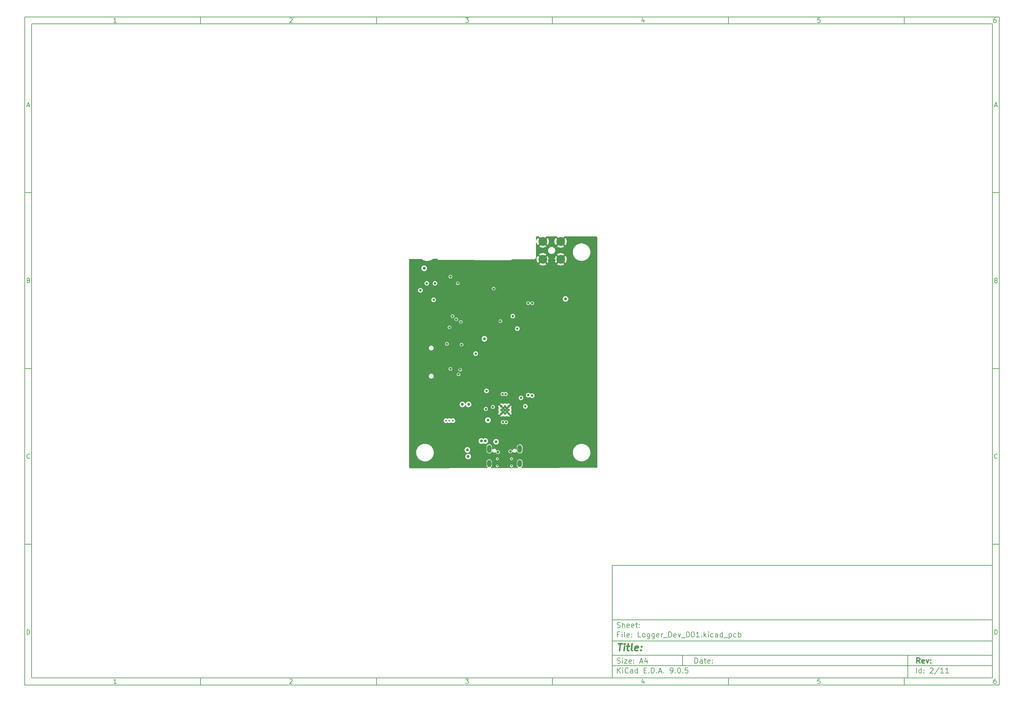
<source format=gbr>
%TF.GenerationSoftware,KiCad,Pcbnew,9.0.5*%
%TF.CreationDate,2025-12-06T02:43:12+13:00*%
%TF.ProjectId,Logger_Dev_001,4c6f6767-6572-45f4-9465-765f3030312e,rev?*%
%TF.SameCoordinates,Original*%
%TF.FileFunction,Copper,L2,Inr*%
%TF.FilePolarity,Positive*%
%FSLAX46Y46*%
G04 Gerber Fmt 4.6, Leading zero omitted, Abs format (unit mm)*
G04 Created by KiCad (PCBNEW 9.0.5) date 2025-12-06 02:43:12*
%MOMM*%
%LPD*%
G01*
G04 APERTURE LIST*
%ADD10C,0.100000*%
%ADD11C,0.150000*%
%ADD12C,0.300000*%
%ADD13C,0.400000*%
%TA.AperFunction,HeatsinkPad*%
%ADD14C,0.700000*%
%TD*%
%TA.AperFunction,ComponentPad*%
%ADD15O,1.300000X2.300000*%
%TD*%
%TA.AperFunction,ComponentPad*%
%ADD16O,1.300000X2.100000*%
%TD*%
%TA.AperFunction,ComponentPad*%
%ADD17C,0.500000*%
%TD*%
%TA.AperFunction,ComponentPad*%
%ADD18C,2.500000*%
%TD*%
%TA.AperFunction,ViaPad*%
%ADD19C,0.800000*%
%TD*%
%TA.AperFunction,ViaPad*%
%ADD20C,0.700000*%
%TD*%
G04 APERTURE END LIST*
D10*
D11*
X177002200Y-166007200D02*
X285002200Y-166007200D01*
X285002200Y-198007200D01*
X177002200Y-198007200D01*
X177002200Y-166007200D01*
D10*
D11*
X10000000Y-10000000D02*
X287002200Y-10000000D01*
X287002200Y-200007200D01*
X10000000Y-200007200D01*
X10000000Y-10000000D01*
D10*
D11*
X12000000Y-12000000D02*
X285002200Y-12000000D01*
X285002200Y-198007200D01*
X12000000Y-198007200D01*
X12000000Y-12000000D01*
D10*
D11*
X60000000Y-12000000D02*
X60000000Y-10000000D01*
D10*
D11*
X110000000Y-12000000D02*
X110000000Y-10000000D01*
D10*
D11*
X160000000Y-12000000D02*
X160000000Y-10000000D01*
D10*
D11*
X210000000Y-12000000D02*
X210000000Y-10000000D01*
D10*
D11*
X260000000Y-12000000D02*
X260000000Y-10000000D01*
D10*
D11*
X36089160Y-11593604D02*
X35346303Y-11593604D01*
X35717731Y-11593604D02*
X35717731Y-10293604D01*
X35717731Y-10293604D02*
X35593922Y-10479319D01*
X35593922Y-10479319D02*
X35470112Y-10603128D01*
X35470112Y-10603128D02*
X35346303Y-10665033D01*
D10*
D11*
X85346303Y-10417414D02*
X85408207Y-10355509D01*
X85408207Y-10355509D02*
X85532017Y-10293604D01*
X85532017Y-10293604D02*
X85841541Y-10293604D01*
X85841541Y-10293604D02*
X85965350Y-10355509D01*
X85965350Y-10355509D02*
X86027255Y-10417414D01*
X86027255Y-10417414D02*
X86089160Y-10541223D01*
X86089160Y-10541223D02*
X86089160Y-10665033D01*
X86089160Y-10665033D02*
X86027255Y-10850747D01*
X86027255Y-10850747D02*
X85284398Y-11593604D01*
X85284398Y-11593604D02*
X86089160Y-11593604D01*
D10*
D11*
X135284398Y-10293604D02*
X136089160Y-10293604D01*
X136089160Y-10293604D02*
X135655826Y-10788842D01*
X135655826Y-10788842D02*
X135841541Y-10788842D01*
X135841541Y-10788842D02*
X135965350Y-10850747D01*
X135965350Y-10850747D02*
X136027255Y-10912652D01*
X136027255Y-10912652D02*
X136089160Y-11036461D01*
X136089160Y-11036461D02*
X136089160Y-11345985D01*
X136089160Y-11345985D02*
X136027255Y-11469795D01*
X136027255Y-11469795D02*
X135965350Y-11531700D01*
X135965350Y-11531700D02*
X135841541Y-11593604D01*
X135841541Y-11593604D02*
X135470112Y-11593604D01*
X135470112Y-11593604D02*
X135346303Y-11531700D01*
X135346303Y-11531700D02*
X135284398Y-11469795D01*
D10*
D11*
X185965350Y-10726938D02*
X185965350Y-11593604D01*
X185655826Y-10231700D02*
X185346303Y-11160271D01*
X185346303Y-11160271D02*
X186151064Y-11160271D01*
D10*
D11*
X236027255Y-10293604D02*
X235408207Y-10293604D01*
X235408207Y-10293604D02*
X235346303Y-10912652D01*
X235346303Y-10912652D02*
X235408207Y-10850747D01*
X235408207Y-10850747D02*
X235532017Y-10788842D01*
X235532017Y-10788842D02*
X235841541Y-10788842D01*
X235841541Y-10788842D02*
X235965350Y-10850747D01*
X235965350Y-10850747D02*
X236027255Y-10912652D01*
X236027255Y-10912652D02*
X236089160Y-11036461D01*
X236089160Y-11036461D02*
X236089160Y-11345985D01*
X236089160Y-11345985D02*
X236027255Y-11469795D01*
X236027255Y-11469795D02*
X235965350Y-11531700D01*
X235965350Y-11531700D02*
X235841541Y-11593604D01*
X235841541Y-11593604D02*
X235532017Y-11593604D01*
X235532017Y-11593604D02*
X235408207Y-11531700D01*
X235408207Y-11531700D02*
X235346303Y-11469795D01*
D10*
D11*
X285965350Y-10293604D02*
X285717731Y-10293604D01*
X285717731Y-10293604D02*
X285593922Y-10355509D01*
X285593922Y-10355509D02*
X285532017Y-10417414D01*
X285532017Y-10417414D02*
X285408207Y-10603128D01*
X285408207Y-10603128D02*
X285346303Y-10850747D01*
X285346303Y-10850747D02*
X285346303Y-11345985D01*
X285346303Y-11345985D02*
X285408207Y-11469795D01*
X285408207Y-11469795D02*
X285470112Y-11531700D01*
X285470112Y-11531700D02*
X285593922Y-11593604D01*
X285593922Y-11593604D02*
X285841541Y-11593604D01*
X285841541Y-11593604D02*
X285965350Y-11531700D01*
X285965350Y-11531700D02*
X286027255Y-11469795D01*
X286027255Y-11469795D02*
X286089160Y-11345985D01*
X286089160Y-11345985D02*
X286089160Y-11036461D01*
X286089160Y-11036461D02*
X286027255Y-10912652D01*
X286027255Y-10912652D02*
X285965350Y-10850747D01*
X285965350Y-10850747D02*
X285841541Y-10788842D01*
X285841541Y-10788842D02*
X285593922Y-10788842D01*
X285593922Y-10788842D02*
X285470112Y-10850747D01*
X285470112Y-10850747D02*
X285408207Y-10912652D01*
X285408207Y-10912652D02*
X285346303Y-11036461D01*
D10*
D11*
X60000000Y-198007200D02*
X60000000Y-200007200D01*
D10*
D11*
X110000000Y-198007200D02*
X110000000Y-200007200D01*
D10*
D11*
X160000000Y-198007200D02*
X160000000Y-200007200D01*
D10*
D11*
X210000000Y-198007200D02*
X210000000Y-200007200D01*
D10*
D11*
X260000000Y-198007200D02*
X260000000Y-200007200D01*
D10*
D11*
X36089160Y-199600804D02*
X35346303Y-199600804D01*
X35717731Y-199600804D02*
X35717731Y-198300804D01*
X35717731Y-198300804D02*
X35593922Y-198486519D01*
X35593922Y-198486519D02*
X35470112Y-198610328D01*
X35470112Y-198610328D02*
X35346303Y-198672233D01*
D10*
D11*
X85346303Y-198424614D02*
X85408207Y-198362709D01*
X85408207Y-198362709D02*
X85532017Y-198300804D01*
X85532017Y-198300804D02*
X85841541Y-198300804D01*
X85841541Y-198300804D02*
X85965350Y-198362709D01*
X85965350Y-198362709D02*
X86027255Y-198424614D01*
X86027255Y-198424614D02*
X86089160Y-198548423D01*
X86089160Y-198548423D02*
X86089160Y-198672233D01*
X86089160Y-198672233D02*
X86027255Y-198857947D01*
X86027255Y-198857947D02*
X85284398Y-199600804D01*
X85284398Y-199600804D02*
X86089160Y-199600804D01*
D10*
D11*
X135284398Y-198300804D02*
X136089160Y-198300804D01*
X136089160Y-198300804D02*
X135655826Y-198796042D01*
X135655826Y-198796042D02*
X135841541Y-198796042D01*
X135841541Y-198796042D02*
X135965350Y-198857947D01*
X135965350Y-198857947D02*
X136027255Y-198919852D01*
X136027255Y-198919852D02*
X136089160Y-199043661D01*
X136089160Y-199043661D02*
X136089160Y-199353185D01*
X136089160Y-199353185D02*
X136027255Y-199476995D01*
X136027255Y-199476995D02*
X135965350Y-199538900D01*
X135965350Y-199538900D02*
X135841541Y-199600804D01*
X135841541Y-199600804D02*
X135470112Y-199600804D01*
X135470112Y-199600804D02*
X135346303Y-199538900D01*
X135346303Y-199538900D02*
X135284398Y-199476995D01*
D10*
D11*
X185965350Y-198734138D02*
X185965350Y-199600804D01*
X185655826Y-198238900D02*
X185346303Y-199167471D01*
X185346303Y-199167471D02*
X186151064Y-199167471D01*
D10*
D11*
X236027255Y-198300804D02*
X235408207Y-198300804D01*
X235408207Y-198300804D02*
X235346303Y-198919852D01*
X235346303Y-198919852D02*
X235408207Y-198857947D01*
X235408207Y-198857947D02*
X235532017Y-198796042D01*
X235532017Y-198796042D02*
X235841541Y-198796042D01*
X235841541Y-198796042D02*
X235965350Y-198857947D01*
X235965350Y-198857947D02*
X236027255Y-198919852D01*
X236027255Y-198919852D02*
X236089160Y-199043661D01*
X236089160Y-199043661D02*
X236089160Y-199353185D01*
X236089160Y-199353185D02*
X236027255Y-199476995D01*
X236027255Y-199476995D02*
X235965350Y-199538900D01*
X235965350Y-199538900D02*
X235841541Y-199600804D01*
X235841541Y-199600804D02*
X235532017Y-199600804D01*
X235532017Y-199600804D02*
X235408207Y-199538900D01*
X235408207Y-199538900D02*
X235346303Y-199476995D01*
D10*
D11*
X285965350Y-198300804D02*
X285717731Y-198300804D01*
X285717731Y-198300804D02*
X285593922Y-198362709D01*
X285593922Y-198362709D02*
X285532017Y-198424614D01*
X285532017Y-198424614D02*
X285408207Y-198610328D01*
X285408207Y-198610328D02*
X285346303Y-198857947D01*
X285346303Y-198857947D02*
X285346303Y-199353185D01*
X285346303Y-199353185D02*
X285408207Y-199476995D01*
X285408207Y-199476995D02*
X285470112Y-199538900D01*
X285470112Y-199538900D02*
X285593922Y-199600804D01*
X285593922Y-199600804D02*
X285841541Y-199600804D01*
X285841541Y-199600804D02*
X285965350Y-199538900D01*
X285965350Y-199538900D02*
X286027255Y-199476995D01*
X286027255Y-199476995D02*
X286089160Y-199353185D01*
X286089160Y-199353185D02*
X286089160Y-199043661D01*
X286089160Y-199043661D02*
X286027255Y-198919852D01*
X286027255Y-198919852D02*
X285965350Y-198857947D01*
X285965350Y-198857947D02*
X285841541Y-198796042D01*
X285841541Y-198796042D02*
X285593922Y-198796042D01*
X285593922Y-198796042D02*
X285470112Y-198857947D01*
X285470112Y-198857947D02*
X285408207Y-198919852D01*
X285408207Y-198919852D02*
X285346303Y-199043661D01*
D10*
D11*
X10000000Y-60000000D02*
X12000000Y-60000000D01*
D10*
D11*
X10000000Y-110000000D02*
X12000000Y-110000000D01*
D10*
D11*
X10000000Y-160000000D02*
X12000000Y-160000000D01*
D10*
D11*
X10690476Y-35222176D02*
X11309523Y-35222176D01*
X10566666Y-35593604D02*
X10999999Y-34293604D01*
X10999999Y-34293604D02*
X11433333Y-35593604D01*
D10*
D11*
X11092857Y-84912652D02*
X11278571Y-84974557D01*
X11278571Y-84974557D02*
X11340476Y-85036461D01*
X11340476Y-85036461D02*
X11402380Y-85160271D01*
X11402380Y-85160271D02*
X11402380Y-85345985D01*
X11402380Y-85345985D02*
X11340476Y-85469795D01*
X11340476Y-85469795D02*
X11278571Y-85531700D01*
X11278571Y-85531700D02*
X11154761Y-85593604D01*
X11154761Y-85593604D02*
X10659523Y-85593604D01*
X10659523Y-85593604D02*
X10659523Y-84293604D01*
X10659523Y-84293604D02*
X11092857Y-84293604D01*
X11092857Y-84293604D02*
X11216666Y-84355509D01*
X11216666Y-84355509D02*
X11278571Y-84417414D01*
X11278571Y-84417414D02*
X11340476Y-84541223D01*
X11340476Y-84541223D02*
X11340476Y-84665033D01*
X11340476Y-84665033D02*
X11278571Y-84788842D01*
X11278571Y-84788842D02*
X11216666Y-84850747D01*
X11216666Y-84850747D02*
X11092857Y-84912652D01*
X11092857Y-84912652D02*
X10659523Y-84912652D01*
D10*
D11*
X11402380Y-135469795D02*
X11340476Y-135531700D01*
X11340476Y-135531700D02*
X11154761Y-135593604D01*
X11154761Y-135593604D02*
X11030952Y-135593604D01*
X11030952Y-135593604D02*
X10845238Y-135531700D01*
X10845238Y-135531700D02*
X10721428Y-135407890D01*
X10721428Y-135407890D02*
X10659523Y-135284080D01*
X10659523Y-135284080D02*
X10597619Y-135036461D01*
X10597619Y-135036461D02*
X10597619Y-134850747D01*
X10597619Y-134850747D02*
X10659523Y-134603128D01*
X10659523Y-134603128D02*
X10721428Y-134479319D01*
X10721428Y-134479319D02*
X10845238Y-134355509D01*
X10845238Y-134355509D02*
X11030952Y-134293604D01*
X11030952Y-134293604D02*
X11154761Y-134293604D01*
X11154761Y-134293604D02*
X11340476Y-134355509D01*
X11340476Y-134355509D02*
X11402380Y-134417414D01*
D10*
D11*
X10659523Y-185593604D02*
X10659523Y-184293604D01*
X10659523Y-184293604D02*
X10969047Y-184293604D01*
X10969047Y-184293604D02*
X11154761Y-184355509D01*
X11154761Y-184355509D02*
X11278571Y-184479319D01*
X11278571Y-184479319D02*
X11340476Y-184603128D01*
X11340476Y-184603128D02*
X11402380Y-184850747D01*
X11402380Y-184850747D02*
X11402380Y-185036461D01*
X11402380Y-185036461D02*
X11340476Y-185284080D01*
X11340476Y-185284080D02*
X11278571Y-185407890D01*
X11278571Y-185407890D02*
X11154761Y-185531700D01*
X11154761Y-185531700D02*
X10969047Y-185593604D01*
X10969047Y-185593604D02*
X10659523Y-185593604D01*
D10*
D11*
X287002200Y-60000000D02*
X285002200Y-60000000D01*
D10*
D11*
X287002200Y-110000000D02*
X285002200Y-110000000D01*
D10*
D11*
X287002200Y-160000000D02*
X285002200Y-160000000D01*
D10*
D11*
X285692676Y-35222176D02*
X286311723Y-35222176D01*
X285568866Y-35593604D02*
X286002199Y-34293604D01*
X286002199Y-34293604D02*
X286435533Y-35593604D01*
D10*
D11*
X286095057Y-84912652D02*
X286280771Y-84974557D01*
X286280771Y-84974557D02*
X286342676Y-85036461D01*
X286342676Y-85036461D02*
X286404580Y-85160271D01*
X286404580Y-85160271D02*
X286404580Y-85345985D01*
X286404580Y-85345985D02*
X286342676Y-85469795D01*
X286342676Y-85469795D02*
X286280771Y-85531700D01*
X286280771Y-85531700D02*
X286156961Y-85593604D01*
X286156961Y-85593604D02*
X285661723Y-85593604D01*
X285661723Y-85593604D02*
X285661723Y-84293604D01*
X285661723Y-84293604D02*
X286095057Y-84293604D01*
X286095057Y-84293604D02*
X286218866Y-84355509D01*
X286218866Y-84355509D02*
X286280771Y-84417414D01*
X286280771Y-84417414D02*
X286342676Y-84541223D01*
X286342676Y-84541223D02*
X286342676Y-84665033D01*
X286342676Y-84665033D02*
X286280771Y-84788842D01*
X286280771Y-84788842D02*
X286218866Y-84850747D01*
X286218866Y-84850747D02*
X286095057Y-84912652D01*
X286095057Y-84912652D02*
X285661723Y-84912652D01*
D10*
D11*
X286404580Y-135469795D02*
X286342676Y-135531700D01*
X286342676Y-135531700D02*
X286156961Y-135593604D01*
X286156961Y-135593604D02*
X286033152Y-135593604D01*
X286033152Y-135593604D02*
X285847438Y-135531700D01*
X285847438Y-135531700D02*
X285723628Y-135407890D01*
X285723628Y-135407890D02*
X285661723Y-135284080D01*
X285661723Y-135284080D02*
X285599819Y-135036461D01*
X285599819Y-135036461D02*
X285599819Y-134850747D01*
X285599819Y-134850747D02*
X285661723Y-134603128D01*
X285661723Y-134603128D02*
X285723628Y-134479319D01*
X285723628Y-134479319D02*
X285847438Y-134355509D01*
X285847438Y-134355509D02*
X286033152Y-134293604D01*
X286033152Y-134293604D02*
X286156961Y-134293604D01*
X286156961Y-134293604D02*
X286342676Y-134355509D01*
X286342676Y-134355509D02*
X286404580Y-134417414D01*
D10*
D11*
X285661723Y-185593604D02*
X285661723Y-184293604D01*
X285661723Y-184293604D02*
X285971247Y-184293604D01*
X285971247Y-184293604D02*
X286156961Y-184355509D01*
X286156961Y-184355509D02*
X286280771Y-184479319D01*
X286280771Y-184479319D02*
X286342676Y-184603128D01*
X286342676Y-184603128D02*
X286404580Y-184850747D01*
X286404580Y-184850747D02*
X286404580Y-185036461D01*
X286404580Y-185036461D02*
X286342676Y-185284080D01*
X286342676Y-185284080D02*
X286280771Y-185407890D01*
X286280771Y-185407890D02*
X286156961Y-185531700D01*
X286156961Y-185531700D02*
X285971247Y-185593604D01*
X285971247Y-185593604D02*
X285661723Y-185593604D01*
D10*
D11*
X200458026Y-193793328D02*
X200458026Y-192293328D01*
X200458026Y-192293328D02*
X200815169Y-192293328D01*
X200815169Y-192293328D02*
X201029455Y-192364757D01*
X201029455Y-192364757D02*
X201172312Y-192507614D01*
X201172312Y-192507614D02*
X201243741Y-192650471D01*
X201243741Y-192650471D02*
X201315169Y-192936185D01*
X201315169Y-192936185D02*
X201315169Y-193150471D01*
X201315169Y-193150471D02*
X201243741Y-193436185D01*
X201243741Y-193436185D02*
X201172312Y-193579042D01*
X201172312Y-193579042D02*
X201029455Y-193721900D01*
X201029455Y-193721900D02*
X200815169Y-193793328D01*
X200815169Y-193793328D02*
X200458026Y-193793328D01*
X202600884Y-193793328D02*
X202600884Y-193007614D01*
X202600884Y-193007614D02*
X202529455Y-192864757D01*
X202529455Y-192864757D02*
X202386598Y-192793328D01*
X202386598Y-192793328D02*
X202100884Y-192793328D01*
X202100884Y-192793328D02*
X201958026Y-192864757D01*
X202600884Y-193721900D02*
X202458026Y-193793328D01*
X202458026Y-193793328D02*
X202100884Y-193793328D01*
X202100884Y-193793328D02*
X201958026Y-193721900D01*
X201958026Y-193721900D02*
X201886598Y-193579042D01*
X201886598Y-193579042D02*
X201886598Y-193436185D01*
X201886598Y-193436185D02*
X201958026Y-193293328D01*
X201958026Y-193293328D02*
X202100884Y-193221900D01*
X202100884Y-193221900D02*
X202458026Y-193221900D01*
X202458026Y-193221900D02*
X202600884Y-193150471D01*
X203100884Y-192793328D02*
X203672312Y-192793328D01*
X203315169Y-192293328D02*
X203315169Y-193579042D01*
X203315169Y-193579042D02*
X203386598Y-193721900D01*
X203386598Y-193721900D02*
X203529455Y-193793328D01*
X203529455Y-193793328D02*
X203672312Y-193793328D01*
X204743741Y-193721900D02*
X204600884Y-193793328D01*
X204600884Y-193793328D02*
X204315170Y-193793328D01*
X204315170Y-193793328D02*
X204172312Y-193721900D01*
X204172312Y-193721900D02*
X204100884Y-193579042D01*
X204100884Y-193579042D02*
X204100884Y-193007614D01*
X204100884Y-193007614D02*
X204172312Y-192864757D01*
X204172312Y-192864757D02*
X204315170Y-192793328D01*
X204315170Y-192793328D02*
X204600884Y-192793328D01*
X204600884Y-192793328D02*
X204743741Y-192864757D01*
X204743741Y-192864757D02*
X204815170Y-193007614D01*
X204815170Y-193007614D02*
X204815170Y-193150471D01*
X204815170Y-193150471D02*
X204100884Y-193293328D01*
X205458026Y-193650471D02*
X205529455Y-193721900D01*
X205529455Y-193721900D02*
X205458026Y-193793328D01*
X205458026Y-193793328D02*
X205386598Y-193721900D01*
X205386598Y-193721900D02*
X205458026Y-193650471D01*
X205458026Y-193650471D02*
X205458026Y-193793328D01*
X205458026Y-192864757D02*
X205529455Y-192936185D01*
X205529455Y-192936185D02*
X205458026Y-193007614D01*
X205458026Y-193007614D02*
X205386598Y-192936185D01*
X205386598Y-192936185D02*
X205458026Y-192864757D01*
X205458026Y-192864757D02*
X205458026Y-193007614D01*
D10*
D11*
X177002200Y-194507200D02*
X285002200Y-194507200D01*
D10*
D11*
X178458026Y-196593328D02*
X178458026Y-195093328D01*
X179315169Y-196593328D02*
X178672312Y-195736185D01*
X179315169Y-195093328D02*
X178458026Y-195950471D01*
X179958026Y-196593328D02*
X179958026Y-195593328D01*
X179958026Y-195093328D02*
X179886598Y-195164757D01*
X179886598Y-195164757D02*
X179958026Y-195236185D01*
X179958026Y-195236185D02*
X180029455Y-195164757D01*
X180029455Y-195164757D02*
X179958026Y-195093328D01*
X179958026Y-195093328D02*
X179958026Y-195236185D01*
X181529455Y-196450471D02*
X181458027Y-196521900D01*
X181458027Y-196521900D02*
X181243741Y-196593328D01*
X181243741Y-196593328D02*
X181100884Y-196593328D01*
X181100884Y-196593328D02*
X180886598Y-196521900D01*
X180886598Y-196521900D02*
X180743741Y-196379042D01*
X180743741Y-196379042D02*
X180672312Y-196236185D01*
X180672312Y-196236185D02*
X180600884Y-195950471D01*
X180600884Y-195950471D02*
X180600884Y-195736185D01*
X180600884Y-195736185D02*
X180672312Y-195450471D01*
X180672312Y-195450471D02*
X180743741Y-195307614D01*
X180743741Y-195307614D02*
X180886598Y-195164757D01*
X180886598Y-195164757D02*
X181100884Y-195093328D01*
X181100884Y-195093328D02*
X181243741Y-195093328D01*
X181243741Y-195093328D02*
X181458027Y-195164757D01*
X181458027Y-195164757D02*
X181529455Y-195236185D01*
X182815170Y-196593328D02*
X182815170Y-195807614D01*
X182815170Y-195807614D02*
X182743741Y-195664757D01*
X182743741Y-195664757D02*
X182600884Y-195593328D01*
X182600884Y-195593328D02*
X182315170Y-195593328D01*
X182315170Y-195593328D02*
X182172312Y-195664757D01*
X182815170Y-196521900D02*
X182672312Y-196593328D01*
X182672312Y-196593328D02*
X182315170Y-196593328D01*
X182315170Y-196593328D02*
X182172312Y-196521900D01*
X182172312Y-196521900D02*
X182100884Y-196379042D01*
X182100884Y-196379042D02*
X182100884Y-196236185D01*
X182100884Y-196236185D02*
X182172312Y-196093328D01*
X182172312Y-196093328D02*
X182315170Y-196021900D01*
X182315170Y-196021900D02*
X182672312Y-196021900D01*
X182672312Y-196021900D02*
X182815170Y-195950471D01*
X184172313Y-196593328D02*
X184172313Y-195093328D01*
X184172313Y-196521900D02*
X184029455Y-196593328D01*
X184029455Y-196593328D02*
X183743741Y-196593328D01*
X183743741Y-196593328D02*
X183600884Y-196521900D01*
X183600884Y-196521900D02*
X183529455Y-196450471D01*
X183529455Y-196450471D02*
X183458027Y-196307614D01*
X183458027Y-196307614D02*
X183458027Y-195879042D01*
X183458027Y-195879042D02*
X183529455Y-195736185D01*
X183529455Y-195736185D02*
X183600884Y-195664757D01*
X183600884Y-195664757D02*
X183743741Y-195593328D01*
X183743741Y-195593328D02*
X184029455Y-195593328D01*
X184029455Y-195593328D02*
X184172313Y-195664757D01*
X186029455Y-195807614D02*
X186529455Y-195807614D01*
X186743741Y-196593328D02*
X186029455Y-196593328D01*
X186029455Y-196593328D02*
X186029455Y-195093328D01*
X186029455Y-195093328D02*
X186743741Y-195093328D01*
X187386598Y-196450471D02*
X187458027Y-196521900D01*
X187458027Y-196521900D02*
X187386598Y-196593328D01*
X187386598Y-196593328D02*
X187315170Y-196521900D01*
X187315170Y-196521900D02*
X187386598Y-196450471D01*
X187386598Y-196450471D02*
X187386598Y-196593328D01*
X188100884Y-196593328D02*
X188100884Y-195093328D01*
X188100884Y-195093328D02*
X188458027Y-195093328D01*
X188458027Y-195093328D02*
X188672313Y-195164757D01*
X188672313Y-195164757D02*
X188815170Y-195307614D01*
X188815170Y-195307614D02*
X188886599Y-195450471D01*
X188886599Y-195450471D02*
X188958027Y-195736185D01*
X188958027Y-195736185D02*
X188958027Y-195950471D01*
X188958027Y-195950471D02*
X188886599Y-196236185D01*
X188886599Y-196236185D02*
X188815170Y-196379042D01*
X188815170Y-196379042D02*
X188672313Y-196521900D01*
X188672313Y-196521900D02*
X188458027Y-196593328D01*
X188458027Y-196593328D02*
X188100884Y-196593328D01*
X189600884Y-196450471D02*
X189672313Y-196521900D01*
X189672313Y-196521900D02*
X189600884Y-196593328D01*
X189600884Y-196593328D02*
X189529456Y-196521900D01*
X189529456Y-196521900D02*
X189600884Y-196450471D01*
X189600884Y-196450471D02*
X189600884Y-196593328D01*
X190243742Y-196164757D02*
X190958028Y-196164757D01*
X190100885Y-196593328D02*
X190600885Y-195093328D01*
X190600885Y-195093328D02*
X191100885Y-196593328D01*
X191600884Y-196450471D02*
X191672313Y-196521900D01*
X191672313Y-196521900D02*
X191600884Y-196593328D01*
X191600884Y-196593328D02*
X191529456Y-196521900D01*
X191529456Y-196521900D02*
X191600884Y-196450471D01*
X191600884Y-196450471D02*
X191600884Y-196593328D01*
X193529456Y-196593328D02*
X193815170Y-196593328D01*
X193815170Y-196593328D02*
X193958027Y-196521900D01*
X193958027Y-196521900D02*
X194029456Y-196450471D01*
X194029456Y-196450471D02*
X194172313Y-196236185D01*
X194172313Y-196236185D02*
X194243742Y-195950471D01*
X194243742Y-195950471D02*
X194243742Y-195379042D01*
X194243742Y-195379042D02*
X194172313Y-195236185D01*
X194172313Y-195236185D02*
X194100885Y-195164757D01*
X194100885Y-195164757D02*
X193958027Y-195093328D01*
X193958027Y-195093328D02*
X193672313Y-195093328D01*
X193672313Y-195093328D02*
X193529456Y-195164757D01*
X193529456Y-195164757D02*
X193458027Y-195236185D01*
X193458027Y-195236185D02*
X193386599Y-195379042D01*
X193386599Y-195379042D02*
X193386599Y-195736185D01*
X193386599Y-195736185D02*
X193458027Y-195879042D01*
X193458027Y-195879042D02*
X193529456Y-195950471D01*
X193529456Y-195950471D02*
X193672313Y-196021900D01*
X193672313Y-196021900D02*
X193958027Y-196021900D01*
X193958027Y-196021900D02*
X194100885Y-195950471D01*
X194100885Y-195950471D02*
X194172313Y-195879042D01*
X194172313Y-195879042D02*
X194243742Y-195736185D01*
X194886598Y-196450471D02*
X194958027Y-196521900D01*
X194958027Y-196521900D02*
X194886598Y-196593328D01*
X194886598Y-196593328D02*
X194815170Y-196521900D01*
X194815170Y-196521900D02*
X194886598Y-196450471D01*
X194886598Y-196450471D02*
X194886598Y-196593328D01*
X195886599Y-195093328D02*
X196029456Y-195093328D01*
X196029456Y-195093328D02*
X196172313Y-195164757D01*
X196172313Y-195164757D02*
X196243742Y-195236185D01*
X196243742Y-195236185D02*
X196315170Y-195379042D01*
X196315170Y-195379042D02*
X196386599Y-195664757D01*
X196386599Y-195664757D02*
X196386599Y-196021900D01*
X196386599Y-196021900D02*
X196315170Y-196307614D01*
X196315170Y-196307614D02*
X196243742Y-196450471D01*
X196243742Y-196450471D02*
X196172313Y-196521900D01*
X196172313Y-196521900D02*
X196029456Y-196593328D01*
X196029456Y-196593328D02*
X195886599Y-196593328D01*
X195886599Y-196593328D02*
X195743742Y-196521900D01*
X195743742Y-196521900D02*
X195672313Y-196450471D01*
X195672313Y-196450471D02*
X195600884Y-196307614D01*
X195600884Y-196307614D02*
X195529456Y-196021900D01*
X195529456Y-196021900D02*
X195529456Y-195664757D01*
X195529456Y-195664757D02*
X195600884Y-195379042D01*
X195600884Y-195379042D02*
X195672313Y-195236185D01*
X195672313Y-195236185D02*
X195743742Y-195164757D01*
X195743742Y-195164757D02*
X195886599Y-195093328D01*
X197029455Y-196450471D02*
X197100884Y-196521900D01*
X197100884Y-196521900D02*
X197029455Y-196593328D01*
X197029455Y-196593328D02*
X196958027Y-196521900D01*
X196958027Y-196521900D02*
X197029455Y-196450471D01*
X197029455Y-196450471D02*
X197029455Y-196593328D01*
X198458027Y-195093328D02*
X197743741Y-195093328D01*
X197743741Y-195093328D02*
X197672313Y-195807614D01*
X197672313Y-195807614D02*
X197743741Y-195736185D01*
X197743741Y-195736185D02*
X197886599Y-195664757D01*
X197886599Y-195664757D02*
X198243741Y-195664757D01*
X198243741Y-195664757D02*
X198386599Y-195736185D01*
X198386599Y-195736185D02*
X198458027Y-195807614D01*
X198458027Y-195807614D02*
X198529456Y-195950471D01*
X198529456Y-195950471D02*
X198529456Y-196307614D01*
X198529456Y-196307614D02*
X198458027Y-196450471D01*
X198458027Y-196450471D02*
X198386599Y-196521900D01*
X198386599Y-196521900D02*
X198243741Y-196593328D01*
X198243741Y-196593328D02*
X197886599Y-196593328D01*
X197886599Y-196593328D02*
X197743741Y-196521900D01*
X197743741Y-196521900D02*
X197672313Y-196450471D01*
D10*
D11*
X177002200Y-191507200D02*
X285002200Y-191507200D01*
D10*
D12*
X264413853Y-193785528D02*
X263913853Y-193071242D01*
X263556710Y-193785528D02*
X263556710Y-192285528D01*
X263556710Y-192285528D02*
X264128139Y-192285528D01*
X264128139Y-192285528D02*
X264270996Y-192356957D01*
X264270996Y-192356957D02*
X264342425Y-192428385D01*
X264342425Y-192428385D02*
X264413853Y-192571242D01*
X264413853Y-192571242D02*
X264413853Y-192785528D01*
X264413853Y-192785528D02*
X264342425Y-192928385D01*
X264342425Y-192928385D02*
X264270996Y-192999814D01*
X264270996Y-192999814D02*
X264128139Y-193071242D01*
X264128139Y-193071242D02*
X263556710Y-193071242D01*
X265628139Y-193714100D02*
X265485282Y-193785528D01*
X265485282Y-193785528D02*
X265199568Y-193785528D01*
X265199568Y-193785528D02*
X265056710Y-193714100D01*
X265056710Y-193714100D02*
X264985282Y-193571242D01*
X264985282Y-193571242D02*
X264985282Y-192999814D01*
X264985282Y-192999814D02*
X265056710Y-192856957D01*
X265056710Y-192856957D02*
X265199568Y-192785528D01*
X265199568Y-192785528D02*
X265485282Y-192785528D01*
X265485282Y-192785528D02*
X265628139Y-192856957D01*
X265628139Y-192856957D02*
X265699568Y-192999814D01*
X265699568Y-192999814D02*
X265699568Y-193142671D01*
X265699568Y-193142671D02*
X264985282Y-193285528D01*
X266199567Y-192785528D02*
X266556710Y-193785528D01*
X266556710Y-193785528D02*
X266913853Y-192785528D01*
X267485281Y-193642671D02*
X267556710Y-193714100D01*
X267556710Y-193714100D02*
X267485281Y-193785528D01*
X267485281Y-193785528D02*
X267413853Y-193714100D01*
X267413853Y-193714100D02*
X267485281Y-193642671D01*
X267485281Y-193642671D02*
X267485281Y-193785528D01*
X267485281Y-192856957D02*
X267556710Y-192928385D01*
X267556710Y-192928385D02*
X267485281Y-192999814D01*
X267485281Y-192999814D02*
X267413853Y-192928385D01*
X267413853Y-192928385D02*
X267485281Y-192856957D01*
X267485281Y-192856957D02*
X267485281Y-192999814D01*
D10*
D11*
X178386598Y-193721900D02*
X178600884Y-193793328D01*
X178600884Y-193793328D02*
X178958026Y-193793328D01*
X178958026Y-193793328D02*
X179100884Y-193721900D01*
X179100884Y-193721900D02*
X179172312Y-193650471D01*
X179172312Y-193650471D02*
X179243741Y-193507614D01*
X179243741Y-193507614D02*
X179243741Y-193364757D01*
X179243741Y-193364757D02*
X179172312Y-193221900D01*
X179172312Y-193221900D02*
X179100884Y-193150471D01*
X179100884Y-193150471D02*
X178958026Y-193079042D01*
X178958026Y-193079042D02*
X178672312Y-193007614D01*
X178672312Y-193007614D02*
X178529455Y-192936185D01*
X178529455Y-192936185D02*
X178458026Y-192864757D01*
X178458026Y-192864757D02*
X178386598Y-192721900D01*
X178386598Y-192721900D02*
X178386598Y-192579042D01*
X178386598Y-192579042D02*
X178458026Y-192436185D01*
X178458026Y-192436185D02*
X178529455Y-192364757D01*
X178529455Y-192364757D02*
X178672312Y-192293328D01*
X178672312Y-192293328D02*
X179029455Y-192293328D01*
X179029455Y-192293328D02*
X179243741Y-192364757D01*
X179886597Y-193793328D02*
X179886597Y-192793328D01*
X179886597Y-192293328D02*
X179815169Y-192364757D01*
X179815169Y-192364757D02*
X179886597Y-192436185D01*
X179886597Y-192436185D02*
X179958026Y-192364757D01*
X179958026Y-192364757D02*
X179886597Y-192293328D01*
X179886597Y-192293328D02*
X179886597Y-192436185D01*
X180458026Y-192793328D02*
X181243741Y-192793328D01*
X181243741Y-192793328D02*
X180458026Y-193793328D01*
X180458026Y-193793328D02*
X181243741Y-193793328D01*
X182386598Y-193721900D02*
X182243741Y-193793328D01*
X182243741Y-193793328D02*
X181958027Y-193793328D01*
X181958027Y-193793328D02*
X181815169Y-193721900D01*
X181815169Y-193721900D02*
X181743741Y-193579042D01*
X181743741Y-193579042D02*
X181743741Y-193007614D01*
X181743741Y-193007614D02*
X181815169Y-192864757D01*
X181815169Y-192864757D02*
X181958027Y-192793328D01*
X181958027Y-192793328D02*
X182243741Y-192793328D01*
X182243741Y-192793328D02*
X182386598Y-192864757D01*
X182386598Y-192864757D02*
X182458027Y-193007614D01*
X182458027Y-193007614D02*
X182458027Y-193150471D01*
X182458027Y-193150471D02*
X181743741Y-193293328D01*
X183100883Y-193650471D02*
X183172312Y-193721900D01*
X183172312Y-193721900D02*
X183100883Y-193793328D01*
X183100883Y-193793328D02*
X183029455Y-193721900D01*
X183029455Y-193721900D02*
X183100883Y-193650471D01*
X183100883Y-193650471D02*
X183100883Y-193793328D01*
X183100883Y-192864757D02*
X183172312Y-192936185D01*
X183172312Y-192936185D02*
X183100883Y-193007614D01*
X183100883Y-193007614D02*
X183029455Y-192936185D01*
X183029455Y-192936185D02*
X183100883Y-192864757D01*
X183100883Y-192864757D02*
X183100883Y-193007614D01*
X184886598Y-193364757D02*
X185600884Y-193364757D01*
X184743741Y-193793328D02*
X185243741Y-192293328D01*
X185243741Y-192293328D02*
X185743741Y-193793328D01*
X186886598Y-192793328D02*
X186886598Y-193793328D01*
X186529455Y-192221900D02*
X186172312Y-193293328D01*
X186172312Y-193293328D02*
X187100883Y-193293328D01*
D10*
D11*
X263458026Y-196593328D02*
X263458026Y-195093328D01*
X264815170Y-196593328D02*
X264815170Y-195093328D01*
X264815170Y-196521900D02*
X264672312Y-196593328D01*
X264672312Y-196593328D02*
X264386598Y-196593328D01*
X264386598Y-196593328D02*
X264243741Y-196521900D01*
X264243741Y-196521900D02*
X264172312Y-196450471D01*
X264172312Y-196450471D02*
X264100884Y-196307614D01*
X264100884Y-196307614D02*
X264100884Y-195879042D01*
X264100884Y-195879042D02*
X264172312Y-195736185D01*
X264172312Y-195736185D02*
X264243741Y-195664757D01*
X264243741Y-195664757D02*
X264386598Y-195593328D01*
X264386598Y-195593328D02*
X264672312Y-195593328D01*
X264672312Y-195593328D02*
X264815170Y-195664757D01*
X265529455Y-196450471D02*
X265600884Y-196521900D01*
X265600884Y-196521900D02*
X265529455Y-196593328D01*
X265529455Y-196593328D02*
X265458027Y-196521900D01*
X265458027Y-196521900D02*
X265529455Y-196450471D01*
X265529455Y-196450471D02*
X265529455Y-196593328D01*
X265529455Y-195664757D02*
X265600884Y-195736185D01*
X265600884Y-195736185D02*
X265529455Y-195807614D01*
X265529455Y-195807614D02*
X265458027Y-195736185D01*
X265458027Y-195736185D02*
X265529455Y-195664757D01*
X265529455Y-195664757D02*
X265529455Y-195807614D01*
X267315170Y-195236185D02*
X267386598Y-195164757D01*
X267386598Y-195164757D02*
X267529456Y-195093328D01*
X267529456Y-195093328D02*
X267886598Y-195093328D01*
X267886598Y-195093328D02*
X268029456Y-195164757D01*
X268029456Y-195164757D02*
X268100884Y-195236185D01*
X268100884Y-195236185D02*
X268172313Y-195379042D01*
X268172313Y-195379042D02*
X268172313Y-195521900D01*
X268172313Y-195521900D02*
X268100884Y-195736185D01*
X268100884Y-195736185D02*
X267243741Y-196593328D01*
X267243741Y-196593328D02*
X268172313Y-196593328D01*
X269886598Y-195021900D02*
X268600884Y-196950471D01*
X271172313Y-196593328D02*
X270315170Y-196593328D01*
X270743741Y-196593328D02*
X270743741Y-195093328D01*
X270743741Y-195093328D02*
X270600884Y-195307614D01*
X270600884Y-195307614D02*
X270458027Y-195450471D01*
X270458027Y-195450471D02*
X270315170Y-195521900D01*
X272600884Y-196593328D02*
X271743741Y-196593328D01*
X272172312Y-196593328D02*
X272172312Y-195093328D01*
X272172312Y-195093328D02*
X272029455Y-195307614D01*
X272029455Y-195307614D02*
X271886598Y-195450471D01*
X271886598Y-195450471D02*
X271743741Y-195521900D01*
D10*
D11*
X177002200Y-187507200D02*
X285002200Y-187507200D01*
D10*
D13*
X178693928Y-188211638D02*
X179836785Y-188211638D01*
X179015357Y-190211638D02*
X179265357Y-188211638D01*
X180253452Y-190211638D02*
X180420119Y-188878304D01*
X180503452Y-188211638D02*
X180396309Y-188306876D01*
X180396309Y-188306876D02*
X180479643Y-188402114D01*
X180479643Y-188402114D02*
X180586786Y-188306876D01*
X180586786Y-188306876D02*
X180503452Y-188211638D01*
X180503452Y-188211638D02*
X180479643Y-188402114D01*
X181086786Y-188878304D02*
X181848690Y-188878304D01*
X181455833Y-188211638D02*
X181241548Y-189925923D01*
X181241548Y-189925923D02*
X181312976Y-190116400D01*
X181312976Y-190116400D02*
X181491548Y-190211638D01*
X181491548Y-190211638D02*
X181682024Y-190211638D01*
X182634405Y-190211638D02*
X182455833Y-190116400D01*
X182455833Y-190116400D02*
X182384405Y-189925923D01*
X182384405Y-189925923D02*
X182598690Y-188211638D01*
X184170119Y-190116400D02*
X183967738Y-190211638D01*
X183967738Y-190211638D02*
X183586785Y-190211638D01*
X183586785Y-190211638D02*
X183408214Y-190116400D01*
X183408214Y-190116400D02*
X183336785Y-189925923D01*
X183336785Y-189925923D02*
X183432024Y-189164019D01*
X183432024Y-189164019D02*
X183551071Y-188973542D01*
X183551071Y-188973542D02*
X183753452Y-188878304D01*
X183753452Y-188878304D02*
X184134404Y-188878304D01*
X184134404Y-188878304D02*
X184312976Y-188973542D01*
X184312976Y-188973542D02*
X184384404Y-189164019D01*
X184384404Y-189164019D02*
X184360595Y-189354495D01*
X184360595Y-189354495D02*
X183384404Y-189544971D01*
X185134405Y-190021161D02*
X185217738Y-190116400D01*
X185217738Y-190116400D02*
X185110595Y-190211638D01*
X185110595Y-190211638D02*
X185027262Y-190116400D01*
X185027262Y-190116400D02*
X185134405Y-190021161D01*
X185134405Y-190021161D02*
X185110595Y-190211638D01*
X185265357Y-188973542D02*
X185348690Y-189068780D01*
X185348690Y-189068780D02*
X185241548Y-189164019D01*
X185241548Y-189164019D02*
X185158214Y-189068780D01*
X185158214Y-189068780D02*
X185265357Y-188973542D01*
X185265357Y-188973542D02*
X185241548Y-189164019D01*
D10*
D11*
X178958026Y-185607614D02*
X178458026Y-185607614D01*
X178458026Y-186393328D02*
X178458026Y-184893328D01*
X178458026Y-184893328D02*
X179172312Y-184893328D01*
X179743740Y-186393328D02*
X179743740Y-185393328D01*
X179743740Y-184893328D02*
X179672312Y-184964757D01*
X179672312Y-184964757D02*
X179743740Y-185036185D01*
X179743740Y-185036185D02*
X179815169Y-184964757D01*
X179815169Y-184964757D02*
X179743740Y-184893328D01*
X179743740Y-184893328D02*
X179743740Y-185036185D01*
X180672312Y-186393328D02*
X180529455Y-186321900D01*
X180529455Y-186321900D02*
X180458026Y-186179042D01*
X180458026Y-186179042D02*
X180458026Y-184893328D01*
X181815169Y-186321900D02*
X181672312Y-186393328D01*
X181672312Y-186393328D02*
X181386598Y-186393328D01*
X181386598Y-186393328D02*
X181243740Y-186321900D01*
X181243740Y-186321900D02*
X181172312Y-186179042D01*
X181172312Y-186179042D02*
X181172312Y-185607614D01*
X181172312Y-185607614D02*
X181243740Y-185464757D01*
X181243740Y-185464757D02*
X181386598Y-185393328D01*
X181386598Y-185393328D02*
X181672312Y-185393328D01*
X181672312Y-185393328D02*
X181815169Y-185464757D01*
X181815169Y-185464757D02*
X181886598Y-185607614D01*
X181886598Y-185607614D02*
X181886598Y-185750471D01*
X181886598Y-185750471D02*
X181172312Y-185893328D01*
X182529454Y-186250471D02*
X182600883Y-186321900D01*
X182600883Y-186321900D02*
X182529454Y-186393328D01*
X182529454Y-186393328D02*
X182458026Y-186321900D01*
X182458026Y-186321900D02*
X182529454Y-186250471D01*
X182529454Y-186250471D02*
X182529454Y-186393328D01*
X182529454Y-185464757D02*
X182600883Y-185536185D01*
X182600883Y-185536185D02*
X182529454Y-185607614D01*
X182529454Y-185607614D02*
X182458026Y-185536185D01*
X182458026Y-185536185D02*
X182529454Y-185464757D01*
X182529454Y-185464757D02*
X182529454Y-185607614D01*
X185100883Y-186393328D02*
X184386597Y-186393328D01*
X184386597Y-186393328D02*
X184386597Y-184893328D01*
X185815169Y-186393328D02*
X185672312Y-186321900D01*
X185672312Y-186321900D02*
X185600883Y-186250471D01*
X185600883Y-186250471D02*
X185529455Y-186107614D01*
X185529455Y-186107614D02*
X185529455Y-185679042D01*
X185529455Y-185679042D02*
X185600883Y-185536185D01*
X185600883Y-185536185D02*
X185672312Y-185464757D01*
X185672312Y-185464757D02*
X185815169Y-185393328D01*
X185815169Y-185393328D02*
X186029455Y-185393328D01*
X186029455Y-185393328D02*
X186172312Y-185464757D01*
X186172312Y-185464757D02*
X186243741Y-185536185D01*
X186243741Y-185536185D02*
X186315169Y-185679042D01*
X186315169Y-185679042D02*
X186315169Y-186107614D01*
X186315169Y-186107614D02*
X186243741Y-186250471D01*
X186243741Y-186250471D02*
X186172312Y-186321900D01*
X186172312Y-186321900D02*
X186029455Y-186393328D01*
X186029455Y-186393328D02*
X185815169Y-186393328D01*
X187600884Y-185393328D02*
X187600884Y-186607614D01*
X187600884Y-186607614D02*
X187529455Y-186750471D01*
X187529455Y-186750471D02*
X187458026Y-186821900D01*
X187458026Y-186821900D02*
X187315169Y-186893328D01*
X187315169Y-186893328D02*
X187100884Y-186893328D01*
X187100884Y-186893328D02*
X186958026Y-186821900D01*
X187600884Y-186321900D02*
X187458026Y-186393328D01*
X187458026Y-186393328D02*
X187172312Y-186393328D01*
X187172312Y-186393328D02*
X187029455Y-186321900D01*
X187029455Y-186321900D02*
X186958026Y-186250471D01*
X186958026Y-186250471D02*
X186886598Y-186107614D01*
X186886598Y-186107614D02*
X186886598Y-185679042D01*
X186886598Y-185679042D02*
X186958026Y-185536185D01*
X186958026Y-185536185D02*
X187029455Y-185464757D01*
X187029455Y-185464757D02*
X187172312Y-185393328D01*
X187172312Y-185393328D02*
X187458026Y-185393328D01*
X187458026Y-185393328D02*
X187600884Y-185464757D01*
X188958027Y-185393328D02*
X188958027Y-186607614D01*
X188958027Y-186607614D02*
X188886598Y-186750471D01*
X188886598Y-186750471D02*
X188815169Y-186821900D01*
X188815169Y-186821900D02*
X188672312Y-186893328D01*
X188672312Y-186893328D02*
X188458027Y-186893328D01*
X188458027Y-186893328D02*
X188315169Y-186821900D01*
X188958027Y-186321900D02*
X188815169Y-186393328D01*
X188815169Y-186393328D02*
X188529455Y-186393328D01*
X188529455Y-186393328D02*
X188386598Y-186321900D01*
X188386598Y-186321900D02*
X188315169Y-186250471D01*
X188315169Y-186250471D02*
X188243741Y-186107614D01*
X188243741Y-186107614D02*
X188243741Y-185679042D01*
X188243741Y-185679042D02*
X188315169Y-185536185D01*
X188315169Y-185536185D02*
X188386598Y-185464757D01*
X188386598Y-185464757D02*
X188529455Y-185393328D01*
X188529455Y-185393328D02*
X188815169Y-185393328D01*
X188815169Y-185393328D02*
X188958027Y-185464757D01*
X190243741Y-186321900D02*
X190100884Y-186393328D01*
X190100884Y-186393328D02*
X189815170Y-186393328D01*
X189815170Y-186393328D02*
X189672312Y-186321900D01*
X189672312Y-186321900D02*
X189600884Y-186179042D01*
X189600884Y-186179042D02*
X189600884Y-185607614D01*
X189600884Y-185607614D02*
X189672312Y-185464757D01*
X189672312Y-185464757D02*
X189815170Y-185393328D01*
X189815170Y-185393328D02*
X190100884Y-185393328D01*
X190100884Y-185393328D02*
X190243741Y-185464757D01*
X190243741Y-185464757D02*
X190315170Y-185607614D01*
X190315170Y-185607614D02*
X190315170Y-185750471D01*
X190315170Y-185750471D02*
X189600884Y-185893328D01*
X190958026Y-186393328D02*
X190958026Y-185393328D01*
X190958026Y-185679042D02*
X191029455Y-185536185D01*
X191029455Y-185536185D02*
X191100884Y-185464757D01*
X191100884Y-185464757D02*
X191243741Y-185393328D01*
X191243741Y-185393328D02*
X191386598Y-185393328D01*
X191529455Y-186536185D02*
X192672312Y-186536185D01*
X193029454Y-186393328D02*
X193029454Y-184893328D01*
X193029454Y-184893328D02*
X193386597Y-184893328D01*
X193386597Y-184893328D02*
X193600883Y-184964757D01*
X193600883Y-184964757D02*
X193743740Y-185107614D01*
X193743740Y-185107614D02*
X193815169Y-185250471D01*
X193815169Y-185250471D02*
X193886597Y-185536185D01*
X193886597Y-185536185D02*
X193886597Y-185750471D01*
X193886597Y-185750471D02*
X193815169Y-186036185D01*
X193815169Y-186036185D02*
X193743740Y-186179042D01*
X193743740Y-186179042D02*
X193600883Y-186321900D01*
X193600883Y-186321900D02*
X193386597Y-186393328D01*
X193386597Y-186393328D02*
X193029454Y-186393328D01*
X195100883Y-186321900D02*
X194958026Y-186393328D01*
X194958026Y-186393328D02*
X194672312Y-186393328D01*
X194672312Y-186393328D02*
X194529454Y-186321900D01*
X194529454Y-186321900D02*
X194458026Y-186179042D01*
X194458026Y-186179042D02*
X194458026Y-185607614D01*
X194458026Y-185607614D02*
X194529454Y-185464757D01*
X194529454Y-185464757D02*
X194672312Y-185393328D01*
X194672312Y-185393328D02*
X194958026Y-185393328D01*
X194958026Y-185393328D02*
X195100883Y-185464757D01*
X195100883Y-185464757D02*
X195172312Y-185607614D01*
X195172312Y-185607614D02*
X195172312Y-185750471D01*
X195172312Y-185750471D02*
X194458026Y-185893328D01*
X195672311Y-185393328D02*
X196029454Y-186393328D01*
X196029454Y-186393328D02*
X196386597Y-185393328D01*
X196600883Y-186536185D02*
X197743740Y-186536185D01*
X198386597Y-184893328D02*
X198529454Y-184893328D01*
X198529454Y-184893328D02*
X198672311Y-184964757D01*
X198672311Y-184964757D02*
X198743740Y-185036185D01*
X198743740Y-185036185D02*
X198815168Y-185179042D01*
X198815168Y-185179042D02*
X198886597Y-185464757D01*
X198886597Y-185464757D02*
X198886597Y-185821900D01*
X198886597Y-185821900D02*
X198815168Y-186107614D01*
X198815168Y-186107614D02*
X198743740Y-186250471D01*
X198743740Y-186250471D02*
X198672311Y-186321900D01*
X198672311Y-186321900D02*
X198529454Y-186393328D01*
X198529454Y-186393328D02*
X198386597Y-186393328D01*
X198386597Y-186393328D02*
X198243740Y-186321900D01*
X198243740Y-186321900D02*
X198172311Y-186250471D01*
X198172311Y-186250471D02*
X198100882Y-186107614D01*
X198100882Y-186107614D02*
X198029454Y-185821900D01*
X198029454Y-185821900D02*
X198029454Y-185464757D01*
X198029454Y-185464757D02*
X198100882Y-185179042D01*
X198100882Y-185179042D02*
X198172311Y-185036185D01*
X198172311Y-185036185D02*
X198243740Y-184964757D01*
X198243740Y-184964757D02*
X198386597Y-184893328D01*
X199815168Y-184893328D02*
X199958025Y-184893328D01*
X199958025Y-184893328D02*
X200100882Y-184964757D01*
X200100882Y-184964757D02*
X200172311Y-185036185D01*
X200172311Y-185036185D02*
X200243739Y-185179042D01*
X200243739Y-185179042D02*
X200315168Y-185464757D01*
X200315168Y-185464757D02*
X200315168Y-185821900D01*
X200315168Y-185821900D02*
X200243739Y-186107614D01*
X200243739Y-186107614D02*
X200172311Y-186250471D01*
X200172311Y-186250471D02*
X200100882Y-186321900D01*
X200100882Y-186321900D02*
X199958025Y-186393328D01*
X199958025Y-186393328D02*
X199815168Y-186393328D01*
X199815168Y-186393328D02*
X199672311Y-186321900D01*
X199672311Y-186321900D02*
X199600882Y-186250471D01*
X199600882Y-186250471D02*
X199529453Y-186107614D01*
X199529453Y-186107614D02*
X199458025Y-185821900D01*
X199458025Y-185821900D02*
X199458025Y-185464757D01*
X199458025Y-185464757D02*
X199529453Y-185179042D01*
X199529453Y-185179042D02*
X199600882Y-185036185D01*
X199600882Y-185036185D02*
X199672311Y-184964757D01*
X199672311Y-184964757D02*
X199815168Y-184893328D01*
X201743739Y-186393328D02*
X200886596Y-186393328D01*
X201315167Y-186393328D02*
X201315167Y-184893328D01*
X201315167Y-184893328D02*
X201172310Y-185107614D01*
X201172310Y-185107614D02*
X201029453Y-185250471D01*
X201029453Y-185250471D02*
X200886596Y-185321900D01*
X202386595Y-186250471D02*
X202458024Y-186321900D01*
X202458024Y-186321900D02*
X202386595Y-186393328D01*
X202386595Y-186393328D02*
X202315167Y-186321900D01*
X202315167Y-186321900D02*
X202386595Y-186250471D01*
X202386595Y-186250471D02*
X202386595Y-186393328D01*
X203100881Y-186393328D02*
X203100881Y-184893328D01*
X203243739Y-185821900D02*
X203672310Y-186393328D01*
X203672310Y-185393328D02*
X203100881Y-185964757D01*
X204315167Y-186393328D02*
X204315167Y-185393328D01*
X204315167Y-184893328D02*
X204243739Y-184964757D01*
X204243739Y-184964757D02*
X204315167Y-185036185D01*
X204315167Y-185036185D02*
X204386596Y-184964757D01*
X204386596Y-184964757D02*
X204315167Y-184893328D01*
X204315167Y-184893328D02*
X204315167Y-185036185D01*
X205672311Y-186321900D02*
X205529453Y-186393328D01*
X205529453Y-186393328D02*
X205243739Y-186393328D01*
X205243739Y-186393328D02*
X205100882Y-186321900D01*
X205100882Y-186321900D02*
X205029453Y-186250471D01*
X205029453Y-186250471D02*
X204958025Y-186107614D01*
X204958025Y-186107614D02*
X204958025Y-185679042D01*
X204958025Y-185679042D02*
X205029453Y-185536185D01*
X205029453Y-185536185D02*
X205100882Y-185464757D01*
X205100882Y-185464757D02*
X205243739Y-185393328D01*
X205243739Y-185393328D02*
X205529453Y-185393328D01*
X205529453Y-185393328D02*
X205672311Y-185464757D01*
X206958025Y-186393328D02*
X206958025Y-185607614D01*
X206958025Y-185607614D02*
X206886596Y-185464757D01*
X206886596Y-185464757D02*
X206743739Y-185393328D01*
X206743739Y-185393328D02*
X206458025Y-185393328D01*
X206458025Y-185393328D02*
X206315167Y-185464757D01*
X206958025Y-186321900D02*
X206815167Y-186393328D01*
X206815167Y-186393328D02*
X206458025Y-186393328D01*
X206458025Y-186393328D02*
X206315167Y-186321900D01*
X206315167Y-186321900D02*
X206243739Y-186179042D01*
X206243739Y-186179042D02*
X206243739Y-186036185D01*
X206243739Y-186036185D02*
X206315167Y-185893328D01*
X206315167Y-185893328D02*
X206458025Y-185821900D01*
X206458025Y-185821900D02*
X206815167Y-185821900D01*
X206815167Y-185821900D02*
X206958025Y-185750471D01*
X208315168Y-186393328D02*
X208315168Y-184893328D01*
X208315168Y-186321900D02*
X208172310Y-186393328D01*
X208172310Y-186393328D02*
X207886596Y-186393328D01*
X207886596Y-186393328D02*
X207743739Y-186321900D01*
X207743739Y-186321900D02*
X207672310Y-186250471D01*
X207672310Y-186250471D02*
X207600882Y-186107614D01*
X207600882Y-186107614D02*
X207600882Y-185679042D01*
X207600882Y-185679042D02*
X207672310Y-185536185D01*
X207672310Y-185536185D02*
X207743739Y-185464757D01*
X207743739Y-185464757D02*
X207886596Y-185393328D01*
X207886596Y-185393328D02*
X208172310Y-185393328D01*
X208172310Y-185393328D02*
X208315168Y-185464757D01*
X208672311Y-186536185D02*
X209815168Y-186536185D01*
X210172310Y-185393328D02*
X210172310Y-186893328D01*
X210172310Y-185464757D02*
X210315168Y-185393328D01*
X210315168Y-185393328D02*
X210600882Y-185393328D01*
X210600882Y-185393328D02*
X210743739Y-185464757D01*
X210743739Y-185464757D02*
X210815168Y-185536185D01*
X210815168Y-185536185D02*
X210886596Y-185679042D01*
X210886596Y-185679042D02*
X210886596Y-186107614D01*
X210886596Y-186107614D02*
X210815168Y-186250471D01*
X210815168Y-186250471D02*
X210743739Y-186321900D01*
X210743739Y-186321900D02*
X210600882Y-186393328D01*
X210600882Y-186393328D02*
X210315168Y-186393328D01*
X210315168Y-186393328D02*
X210172310Y-186321900D01*
X212172311Y-186321900D02*
X212029453Y-186393328D01*
X212029453Y-186393328D02*
X211743739Y-186393328D01*
X211743739Y-186393328D02*
X211600882Y-186321900D01*
X211600882Y-186321900D02*
X211529453Y-186250471D01*
X211529453Y-186250471D02*
X211458025Y-186107614D01*
X211458025Y-186107614D02*
X211458025Y-185679042D01*
X211458025Y-185679042D02*
X211529453Y-185536185D01*
X211529453Y-185536185D02*
X211600882Y-185464757D01*
X211600882Y-185464757D02*
X211743739Y-185393328D01*
X211743739Y-185393328D02*
X212029453Y-185393328D01*
X212029453Y-185393328D02*
X212172311Y-185464757D01*
X212815167Y-186393328D02*
X212815167Y-184893328D01*
X212815167Y-185464757D02*
X212958025Y-185393328D01*
X212958025Y-185393328D02*
X213243739Y-185393328D01*
X213243739Y-185393328D02*
X213386596Y-185464757D01*
X213386596Y-185464757D02*
X213458025Y-185536185D01*
X213458025Y-185536185D02*
X213529453Y-185679042D01*
X213529453Y-185679042D02*
X213529453Y-186107614D01*
X213529453Y-186107614D02*
X213458025Y-186250471D01*
X213458025Y-186250471D02*
X213386596Y-186321900D01*
X213386596Y-186321900D02*
X213243739Y-186393328D01*
X213243739Y-186393328D02*
X212958025Y-186393328D01*
X212958025Y-186393328D02*
X212815167Y-186321900D01*
D10*
D11*
X177002200Y-181507200D02*
X285002200Y-181507200D01*
D10*
D11*
X178386598Y-183621900D02*
X178600884Y-183693328D01*
X178600884Y-183693328D02*
X178958026Y-183693328D01*
X178958026Y-183693328D02*
X179100884Y-183621900D01*
X179100884Y-183621900D02*
X179172312Y-183550471D01*
X179172312Y-183550471D02*
X179243741Y-183407614D01*
X179243741Y-183407614D02*
X179243741Y-183264757D01*
X179243741Y-183264757D02*
X179172312Y-183121900D01*
X179172312Y-183121900D02*
X179100884Y-183050471D01*
X179100884Y-183050471D02*
X178958026Y-182979042D01*
X178958026Y-182979042D02*
X178672312Y-182907614D01*
X178672312Y-182907614D02*
X178529455Y-182836185D01*
X178529455Y-182836185D02*
X178458026Y-182764757D01*
X178458026Y-182764757D02*
X178386598Y-182621900D01*
X178386598Y-182621900D02*
X178386598Y-182479042D01*
X178386598Y-182479042D02*
X178458026Y-182336185D01*
X178458026Y-182336185D02*
X178529455Y-182264757D01*
X178529455Y-182264757D02*
X178672312Y-182193328D01*
X178672312Y-182193328D02*
X179029455Y-182193328D01*
X179029455Y-182193328D02*
X179243741Y-182264757D01*
X179886597Y-183693328D02*
X179886597Y-182193328D01*
X180529455Y-183693328D02*
X180529455Y-182907614D01*
X180529455Y-182907614D02*
X180458026Y-182764757D01*
X180458026Y-182764757D02*
X180315169Y-182693328D01*
X180315169Y-182693328D02*
X180100883Y-182693328D01*
X180100883Y-182693328D02*
X179958026Y-182764757D01*
X179958026Y-182764757D02*
X179886597Y-182836185D01*
X181815169Y-183621900D02*
X181672312Y-183693328D01*
X181672312Y-183693328D02*
X181386598Y-183693328D01*
X181386598Y-183693328D02*
X181243740Y-183621900D01*
X181243740Y-183621900D02*
X181172312Y-183479042D01*
X181172312Y-183479042D02*
X181172312Y-182907614D01*
X181172312Y-182907614D02*
X181243740Y-182764757D01*
X181243740Y-182764757D02*
X181386598Y-182693328D01*
X181386598Y-182693328D02*
X181672312Y-182693328D01*
X181672312Y-182693328D02*
X181815169Y-182764757D01*
X181815169Y-182764757D02*
X181886598Y-182907614D01*
X181886598Y-182907614D02*
X181886598Y-183050471D01*
X181886598Y-183050471D02*
X181172312Y-183193328D01*
X183100883Y-183621900D02*
X182958026Y-183693328D01*
X182958026Y-183693328D02*
X182672312Y-183693328D01*
X182672312Y-183693328D02*
X182529454Y-183621900D01*
X182529454Y-183621900D02*
X182458026Y-183479042D01*
X182458026Y-183479042D02*
X182458026Y-182907614D01*
X182458026Y-182907614D02*
X182529454Y-182764757D01*
X182529454Y-182764757D02*
X182672312Y-182693328D01*
X182672312Y-182693328D02*
X182958026Y-182693328D01*
X182958026Y-182693328D02*
X183100883Y-182764757D01*
X183100883Y-182764757D02*
X183172312Y-182907614D01*
X183172312Y-182907614D02*
X183172312Y-183050471D01*
X183172312Y-183050471D02*
X182458026Y-183193328D01*
X183600883Y-182693328D02*
X184172311Y-182693328D01*
X183815168Y-182193328D02*
X183815168Y-183479042D01*
X183815168Y-183479042D02*
X183886597Y-183621900D01*
X183886597Y-183621900D02*
X184029454Y-183693328D01*
X184029454Y-183693328D02*
X184172311Y-183693328D01*
X184672311Y-183550471D02*
X184743740Y-183621900D01*
X184743740Y-183621900D02*
X184672311Y-183693328D01*
X184672311Y-183693328D02*
X184600883Y-183621900D01*
X184600883Y-183621900D02*
X184672311Y-183550471D01*
X184672311Y-183550471D02*
X184672311Y-183693328D01*
X184672311Y-182764757D02*
X184743740Y-182836185D01*
X184743740Y-182836185D02*
X184672311Y-182907614D01*
X184672311Y-182907614D02*
X184600883Y-182836185D01*
X184600883Y-182836185D02*
X184672311Y-182764757D01*
X184672311Y-182764757D02*
X184672311Y-182907614D01*
D10*
D11*
X197002200Y-191507200D02*
X197002200Y-194507200D01*
D10*
D11*
X261002200Y-191507200D02*
X261002200Y-198007200D01*
D14*
%TO.N,GND*%
%TO.C,U6*%
X145500000Y-120800000D03*
X145500000Y-121800000D03*
X145500000Y-122800000D03*
X146500000Y-120800000D03*
X146500000Y-121800000D03*
X146500000Y-122800000D03*
X147500000Y-120800000D03*
X147500000Y-121800000D03*
X147500000Y-122800000D03*
%TD*%
D15*
%TO.N,RF_GND*%
%TO.C,J4*%
X142020000Y-132830000D03*
D16*
X142020000Y-137030000D03*
D17*
X144350000Y-135650000D03*
X144350000Y-137650000D03*
X148350000Y-135650000D03*
X148350000Y-137650000D03*
D15*
X150680000Y-132830000D03*
D16*
X150680000Y-137030000D03*
%TD*%
D18*
%TO.N,GND*%
%TO.C,J1*%
X157235000Y-73860000D03*
X157235000Y-78940000D03*
X162315000Y-73860000D03*
X162315000Y-78940000D03*
%TD*%
D17*
%TO.N,Net-(C1-Pad1)*%
%TO.C,U5*%
X131700000Y-124815000D03*
X130700000Y-124815000D03*
X129700000Y-124815000D03*
%TD*%
D19*
%TO.N,GND*%
X151263955Y-122921314D03*
X150725000Y-124075000D03*
X149700000Y-125100000D03*
X146200000Y-116225000D03*
X144745922Y-117140000D03*
X147750000Y-117750000D03*
X149001201Y-118001233D03*
X149603092Y-118646908D03*
X143850000Y-124125000D03*
D20*
%TO.N,/USB C COMs 3v3 Power Input Module/USB_D-*%
X145806329Y-117256349D03*
%TO.N,/USB C COMs 3v3 Power Input Module/USB_D+*%
X146826416Y-125261728D03*
%TO.N,/USB C COMs 3v3 Power Input Module/USB_D-*%
X145881089Y-125256785D03*
D19*
%TO.N,GND*%
X159780000Y-85600000D03*
X160850000Y-85600000D03*
X158640000Y-85600000D03*
X157530000Y-85600000D03*
X156440000Y-85600000D03*
X155370000Y-85600000D03*
X153120000Y-85600000D03*
X154230000Y-85600000D03*
X151900000Y-85600000D03*
X166330000Y-129410000D03*
X162300000Y-83700000D03*
X149800000Y-129400000D03*
X150890000Y-83640000D03*
X153900000Y-80500000D03*
X148300000Y-125350000D03*
X160500000Y-80200000D03*
X147600000Y-127630000D03*
X161880000Y-85060000D03*
X147580000Y-126200000D03*
X148020000Y-128410000D03*
X126070000Y-99720000D03*
X137710000Y-101140000D03*
X149080000Y-79430000D03*
X135100000Y-118700000D03*
X131140000Y-119650000D03*
X144800000Y-125400000D03*
X123520000Y-117040000D03*
X144890000Y-79910000D03*
X147900000Y-99400000D03*
X150240000Y-131320000D03*
X147600000Y-130600000D03*
X160600000Y-82100000D03*
X159380000Y-129620000D03*
X158000000Y-75800000D03*
X151380000Y-82630000D03*
X126200000Y-79790000D03*
X161600000Y-76900000D03*
X145170000Y-126310000D03*
X160300000Y-74600000D03*
X144820000Y-128410000D03*
X150900000Y-84800000D03*
X145180000Y-127630000D03*
X161600000Y-75870000D03*
X160500000Y-81100000D03*
X159000000Y-78300000D03*
X149260000Y-107070000D03*
X143230000Y-128820000D03*
X126850000Y-132070000D03*
X138030000Y-129750000D03*
X137760000Y-82970000D03*
X126270000Y-131490000D03*
X152490000Y-82570000D03*
X154900000Y-80200000D03*
X159053051Y-82588630D03*
X145300000Y-130540000D03*
X160500000Y-79200000D03*
X135320000Y-82970000D03*
X155160000Y-95630000D03*
X153600000Y-81500000D03*
X159000000Y-80200000D03*
X166120000Y-83760000D03*
X153830000Y-82480000D03*
X160500000Y-78300000D03*
X142775912Y-130554088D03*
X162000000Y-82500000D03*
X136560000Y-82970000D03*
X159000000Y-79200000D03*
X151880000Y-91500000D03*
X131300000Y-79970000D03*
X159200000Y-74600000D03*
X149300000Y-128400000D03*
X149120000Y-112420000D03*
X142600000Y-117490000D03*
X158000000Y-76900000D03*
X134930000Y-129160000D03*
%TO.N,VUSB*%
X135830000Y-133140000D03*
X141650000Y-124670000D03*
X136040000Y-135000000D03*
D20*
%TO.N,/EN*%
X141260000Y-116350000D03*
X124280000Y-85760000D03*
%TO.N,/GPIO9_BOOT*%
X145190000Y-96520000D03*
X126230000Y-90450000D03*
%TO.N,/BTN_FUNCTION*%
X143270000Y-87280000D03*
D19*
%TO.N,VUSB_UNFILTERD*%
X148020000Y-133530000D03*
X140900000Y-130600000D03*
X143960000Y-130810000D03*
X139800000Y-130600000D03*
X144500000Y-133800000D03*
D20*
%TO.N,/SDIO_DATA2*%
X132650000Y-96000000D03*
X131000000Y-110100000D03*
%TO.N,/SDIO_CLK*%
X130730000Y-98290000D03*
X130000000Y-102975000D03*
%TO.N,/SDIO_DATA0*%
X138170000Y-105760000D03*
X148732169Y-95092831D03*
%TO.N,/SDIO_DATA1*%
X134150000Y-103200000D03*
X133960000Y-96760000D03*
%TO.N,/SDIO_DATA3*%
X133310000Y-111640000D03*
X131620000Y-95090000D03*
%TO.N,/SDIO_CMD*%
X150010000Y-98640000D03*
X133750000Y-110300000D03*
%TO.N,/USB C COMs 3v3 Power Input Module/DTR*%
X151040000Y-118340000D03*
X126610000Y-85760000D03*
%TO.N,/USB C COMs 3v3 Power Input Module/RTS*%
X152290000Y-120770000D03*
X122450000Y-87750000D03*
%TO.N,Net-(U6-RST#)*%
X141047482Y-121483229D03*
X143060000Y-120910000D03*
%TO.N,/USBC_TX*%
X153100000Y-117570000D03*
%TO.N,/USBC_RX*%
X154230000Y-117720000D03*
%TO.N,/GPS_TX*%
X153110000Y-91400000D03*
X131010000Y-83865000D03*
%TO.N,/GPS_RX*%
X133100000Y-85750000D03*
X154250000Y-91390000D03*
D19*
%TO.N,3v3_VCC*%
X163700000Y-90200000D03*
X136160000Y-120190000D03*
X140660000Y-101550000D03*
X123540000Y-81490000D03*
X134390000Y-120190000D03*
D20*
%TO.N,/USB C COMs 3v3 Power Input Module/USB_D+*%
X146706329Y-117256349D03*
%TD*%
%TA.AperFunction,Conductor*%
%TO.N,GND*%
G36*
X161224730Y-72420185D02*
G01*
X161245372Y-72436819D01*
X161914438Y-73105885D01*
X161912374Y-73106740D01*
X161773156Y-73199762D01*
X161654762Y-73318156D01*
X161561740Y-73457374D01*
X161560884Y-73459438D01*
X160913380Y-72811934D01*
X160856810Y-72885659D01*
X160856801Y-72885673D01*
X160742106Y-73084330D01*
X160742102Y-73084340D01*
X160654318Y-73296269D01*
X160594942Y-73517862D01*
X160565001Y-73745289D01*
X160565000Y-73745305D01*
X160565000Y-73974694D01*
X160565001Y-73974710D01*
X160594942Y-74202137D01*
X160654318Y-74423730D01*
X160742102Y-74635659D01*
X160742106Y-74635669D01*
X160856799Y-74834324D01*
X160856805Y-74834331D01*
X160913381Y-74908064D01*
X161560884Y-74260560D01*
X161561740Y-74262626D01*
X161654762Y-74401844D01*
X161773156Y-74520238D01*
X161912374Y-74613260D01*
X161914437Y-74614114D01*
X161266934Y-75261617D01*
X161266934Y-75261618D01*
X161340666Y-75318194D01*
X161539330Y-75432893D01*
X161539340Y-75432897D01*
X161751269Y-75520681D01*
X161972862Y-75580057D01*
X162200289Y-75609998D01*
X162200306Y-75610000D01*
X162429694Y-75610000D01*
X162429710Y-75609998D01*
X162657137Y-75580057D01*
X162878730Y-75520681D01*
X163090659Y-75432897D01*
X163090668Y-75432893D01*
X163289327Y-75318197D01*
X163289334Y-75318192D01*
X163363064Y-75261617D01*
X162715561Y-74614114D01*
X162717626Y-74613260D01*
X162856844Y-74520238D01*
X162975238Y-74401844D01*
X163068260Y-74262626D01*
X163069114Y-74260561D01*
X163716617Y-74908064D01*
X163773192Y-74834334D01*
X163773197Y-74834327D01*
X163887893Y-74635668D01*
X163887897Y-74635659D01*
X163975681Y-74423730D01*
X164035057Y-74202137D01*
X164064998Y-73974710D01*
X164065000Y-73974694D01*
X164065000Y-73745305D01*
X164064998Y-73745289D01*
X164035057Y-73517862D01*
X163975681Y-73296269D01*
X163887897Y-73084340D01*
X163887893Y-73084330D01*
X163773194Y-72885666D01*
X163716618Y-72811934D01*
X163716617Y-72811934D01*
X163069114Y-73459437D01*
X163068260Y-73457374D01*
X162975238Y-73318156D01*
X162856844Y-73199762D01*
X162717626Y-73106740D01*
X162715560Y-73105884D01*
X163384627Y-72436819D01*
X163445950Y-72403334D01*
X163472308Y-72400500D01*
X164009108Y-72400500D01*
X172209108Y-72400500D01*
X172268038Y-72400500D01*
X172281922Y-72401280D01*
X172372266Y-72411459D01*
X172399331Y-72417636D01*
X172478540Y-72445352D01*
X172503553Y-72457398D01*
X172574606Y-72502043D01*
X172596313Y-72519355D01*
X172655644Y-72578686D01*
X172672957Y-72600395D01*
X172717600Y-72671444D01*
X172729648Y-72696462D01*
X172757362Y-72775666D01*
X172763540Y-72802735D01*
X172773720Y-72893076D01*
X172774500Y-72906961D01*
X172774500Y-137893038D01*
X172773720Y-137906922D01*
X172773720Y-137906923D01*
X172763540Y-137997264D01*
X172757362Y-138024333D01*
X172729648Y-138103537D01*
X172717599Y-138128556D01*
X172683279Y-138183175D01*
X172630944Y-138229466D01*
X172578538Y-138241202D01*
X151250888Y-138284599D01*
X151183809Y-138265051D01*
X151137947Y-138212340D01*
X151127862Y-138143202D01*
X151156758Y-138079587D01*
X151181746Y-138057497D01*
X151190289Y-138051789D01*
X151301789Y-137940289D01*
X151389394Y-137809179D01*
X151391297Y-137804586D01*
X151403067Y-137776166D01*
X151449737Y-137663497D01*
X151480500Y-137508842D01*
X151480500Y-136551158D01*
X151480500Y-136551155D01*
X151480499Y-136551153D01*
X151450532Y-136400500D01*
X151449737Y-136396503D01*
X151412480Y-136306556D01*
X151389397Y-136250827D01*
X151389390Y-136250814D01*
X151301789Y-136119711D01*
X151301786Y-136119707D01*
X151190292Y-136008213D01*
X151190288Y-136008210D01*
X151059185Y-135920609D01*
X151059172Y-135920602D01*
X150913501Y-135860264D01*
X150913489Y-135860261D01*
X150758845Y-135829500D01*
X150758842Y-135829500D01*
X150601158Y-135829500D01*
X150601155Y-135829500D01*
X150446510Y-135860261D01*
X150446498Y-135860264D01*
X150300827Y-135920602D01*
X150300814Y-135920609D01*
X150169711Y-136008210D01*
X150169707Y-136008213D01*
X150058213Y-136119707D01*
X150058210Y-136119711D01*
X149970609Y-136250814D01*
X149970602Y-136250827D01*
X149910264Y-136396498D01*
X149910261Y-136396510D01*
X149879500Y-136551153D01*
X149879500Y-137508846D01*
X149910261Y-137663489D01*
X149910264Y-137663501D01*
X149970602Y-137809172D01*
X149970609Y-137809185D01*
X150058210Y-137940288D01*
X150058213Y-137940292D01*
X150169708Y-138051787D01*
X150181717Y-138059811D01*
X150226523Y-138113423D01*
X150235230Y-138182748D01*
X150205076Y-138245776D01*
X150145633Y-138282496D01*
X150113079Y-138286914D01*
X148449909Y-138290298D01*
X148382830Y-138270750D01*
X148350708Y-138233831D01*
X148321348Y-138269391D01*
X148254796Y-138290666D01*
X148252096Y-138290701D01*
X142564436Y-138302274D01*
X142497357Y-138282726D01*
X142451495Y-138230015D01*
X142441410Y-138160877D01*
X142470306Y-138097262D01*
X142495295Y-138075171D01*
X142518283Y-138059811D01*
X142530289Y-138051789D01*
X142641789Y-137940289D01*
X142729394Y-137809179D01*
X142731297Y-137804586D01*
X142743067Y-137776166D01*
X142789737Y-137663497D01*
X142795667Y-137633685D01*
X142802910Y-137597273D01*
X143949500Y-137597273D01*
X143949500Y-137702727D01*
X143976793Y-137804587D01*
X144029520Y-137895913D01*
X144104087Y-137970480D01*
X144195413Y-138023207D01*
X144297273Y-138050500D01*
X144297275Y-138050500D01*
X144402725Y-138050500D01*
X144402727Y-138050500D01*
X144504587Y-138023207D01*
X144595913Y-137970480D01*
X144670480Y-137895913D01*
X144723207Y-137804587D01*
X144750500Y-137702727D01*
X144750500Y-137597273D01*
X147949500Y-137597273D01*
X147949500Y-137702727D01*
X147976793Y-137804587D01*
X148029520Y-137895913D01*
X148104087Y-137970480D01*
X148195413Y-138023207D01*
X148283938Y-138046927D01*
X148343597Y-138083291D01*
X148350360Y-138097214D01*
X148355779Y-138085286D01*
X148414480Y-138047392D01*
X148417476Y-138046547D01*
X148504587Y-138023207D01*
X148595913Y-137970480D01*
X148670480Y-137895913D01*
X148723207Y-137804587D01*
X148750500Y-137702727D01*
X148750500Y-137597273D01*
X148723207Y-137495413D01*
X148670480Y-137404087D01*
X148595913Y-137329520D01*
X148504587Y-137276793D01*
X148402727Y-137249500D01*
X148297273Y-137249500D01*
X148195413Y-137276793D01*
X148195410Y-137276794D01*
X148104085Y-137329521D01*
X148029521Y-137404085D01*
X147976794Y-137495410D01*
X147976793Y-137495413D01*
X147949500Y-137597273D01*
X144750500Y-137597273D01*
X144723207Y-137495413D01*
X144670480Y-137404087D01*
X144595913Y-137329520D01*
X144504587Y-137276793D01*
X144402727Y-137249500D01*
X144297273Y-137249500D01*
X144195413Y-137276793D01*
X144195410Y-137276794D01*
X144104085Y-137329521D01*
X144029521Y-137404085D01*
X143976794Y-137495410D01*
X143976793Y-137495413D01*
X143949500Y-137597273D01*
X142802910Y-137597273D01*
X142809339Y-137564954D01*
X142809339Y-137564953D01*
X142820499Y-137508846D01*
X142820500Y-137508844D01*
X142820500Y-136551155D01*
X142820499Y-136551153D01*
X142790532Y-136400500D01*
X142789737Y-136396503D01*
X142752480Y-136306556D01*
X142729397Y-136250827D01*
X142729390Y-136250814D01*
X142641789Y-136119711D01*
X142641786Y-136119707D01*
X142530292Y-136008213D01*
X142530288Y-136008210D01*
X142399185Y-135920609D01*
X142399172Y-135920602D01*
X142253501Y-135860264D01*
X142253489Y-135860261D01*
X142098845Y-135829500D01*
X142098842Y-135829500D01*
X141941158Y-135829500D01*
X141941155Y-135829500D01*
X141786510Y-135860261D01*
X141786498Y-135860264D01*
X141640827Y-135920602D01*
X141640814Y-135920609D01*
X141509711Y-136008210D01*
X141509707Y-136008213D01*
X141398213Y-136119707D01*
X141398210Y-136119711D01*
X141310609Y-136250814D01*
X141310602Y-136250827D01*
X141250264Y-136396498D01*
X141250261Y-136396510D01*
X141219500Y-136551153D01*
X141219500Y-137508846D01*
X141250261Y-137663489D01*
X141250264Y-137663501D01*
X141310602Y-137809172D01*
X141310609Y-137809185D01*
X141398210Y-137940288D01*
X141398213Y-137940292D01*
X141509707Y-138051786D01*
X141509711Y-138051789D01*
X141548010Y-138077380D01*
X141592815Y-138130992D01*
X141601522Y-138200317D01*
X141571367Y-138263345D01*
X141511924Y-138300064D01*
X141479371Y-138304482D01*
X119592632Y-138349017D01*
X119575742Y-138344169D01*
X119558660Y-138344344D01*
X119526410Y-138330011D01*
X119475393Y-138297956D01*
X119453687Y-138280645D01*
X119394355Y-138221313D01*
X119377042Y-138199604D01*
X119352708Y-138160877D01*
X119332398Y-138128553D01*
X119320351Y-138103537D01*
X119318155Y-138097262D01*
X119292636Y-138024331D01*
X119286459Y-137997263D01*
X119283441Y-137970480D01*
X119276280Y-137906922D01*
X119275500Y-137893038D01*
X119275500Y-133759568D01*
X121274500Y-133759568D01*
X121274500Y-134040431D01*
X121305942Y-134319494D01*
X121305945Y-134319512D01*
X121368439Y-134593317D01*
X121368443Y-134593329D01*
X121461200Y-134858411D01*
X121583053Y-135111442D01*
X121583055Y-135111445D01*
X121732477Y-135349248D01*
X121907584Y-135568825D01*
X122106175Y-135767416D01*
X122325752Y-135942523D01*
X122563555Y-136091945D01*
X122816592Y-136213801D01*
X123015680Y-136283465D01*
X123081670Y-136306556D01*
X123081682Y-136306560D01*
X123355491Y-136369055D01*
X123355497Y-136369055D01*
X123355505Y-136369057D01*
X123541547Y-136390018D01*
X123634569Y-136400499D01*
X123634572Y-136400500D01*
X123634575Y-136400500D01*
X123915428Y-136400500D01*
X123915429Y-136400499D01*
X124058055Y-136384429D01*
X124194494Y-136369057D01*
X124194499Y-136369056D01*
X124194509Y-136369055D01*
X124468318Y-136306560D01*
X124733408Y-136213801D01*
X124986445Y-136091945D01*
X125224248Y-135942523D01*
X125443825Y-135767416D01*
X125642416Y-135568825D01*
X125817523Y-135349248D01*
X125966945Y-135111445D01*
X126058585Y-134921153D01*
X135239500Y-134921153D01*
X135239500Y-135078846D01*
X135270261Y-135233489D01*
X135270264Y-135233501D01*
X135330602Y-135379172D01*
X135330609Y-135379185D01*
X135418210Y-135510288D01*
X135418213Y-135510292D01*
X135529707Y-135621786D01*
X135529711Y-135621789D01*
X135660814Y-135709390D01*
X135660827Y-135709397D01*
X135806498Y-135769735D01*
X135806503Y-135769737D01*
X135961153Y-135800499D01*
X135961156Y-135800500D01*
X135961158Y-135800500D01*
X136118844Y-135800500D01*
X136118845Y-135800499D01*
X136273497Y-135769737D01*
X136419179Y-135709394D01*
X136550289Y-135621789D01*
X136574805Y-135597273D01*
X143949500Y-135597273D01*
X143949500Y-135702727D01*
X143976793Y-135804587D01*
X144029520Y-135895913D01*
X144104087Y-135970480D01*
X144195413Y-136023207D01*
X144297273Y-136050500D01*
X144297275Y-136050500D01*
X144402725Y-136050500D01*
X144402727Y-136050500D01*
X144504587Y-136023207D01*
X144595913Y-135970480D01*
X144670480Y-135895913D01*
X144723207Y-135804587D01*
X144750500Y-135702727D01*
X144750500Y-135597273D01*
X147949500Y-135597273D01*
X147949500Y-135702727D01*
X147976793Y-135804587D01*
X148029520Y-135895913D01*
X148104087Y-135970480D01*
X148195413Y-136023207D01*
X148297273Y-136050500D01*
X148297275Y-136050500D01*
X148402725Y-136050500D01*
X148402727Y-136050500D01*
X148504587Y-136023207D01*
X148595913Y-135970480D01*
X148670480Y-135895913D01*
X148723207Y-135804587D01*
X148750500Y-135702727D01*
X148750500Y-135597273D01*
X148723207Y-135495413D01*
X148670480Y-135404087D01*
X148595913Y-135329520D01*
X148504587Y-135276793D01*
X148402727Y-135249500D01*
X148297273Y-135249500D01*
X148195413Y-135276793D01*
X148195410Y-135276794D01*
X148104085Y-135329521D01*
X148029521Y-135404085D01*
X147976794Y-135495410D01*
X147976793Y-135495413D01*
X147949500Y-135597273D01*
X144750500Y-135597273D01*
X144723207Y-135495413D01*
X144670480Y-135404087D01*
X144595913Y-135329520D01*
X144504587Y-135276793D01*
X144402727Y-135249500D01*
X144297273Y-135249500D01*
X144195413Y-135276793D01*
X144195410Y-135276794D01*
X144104085Y-135329521D01*
X144029521Y-135404085D01*
X143976794Y-135495410D01*
X143976793Y-135495413D01*
X143949500Y-135597273D01*
X136574805Y-135597273D01*
X136661789Y-135510289D01*
X136749394Y-135379179D01*
X136809737Y-135233497D01*
X136840500Y-135078842D01*
X136840500Y-134921158D01*
X136840500Y-134921155D01*
X136840499Y-134921153D01*
X136809738Y-134766510D01*
X136809737Y-134766503D01*
X136775351Y-134683487D01*
X136749397Y-134620827D01*
X136749390Y-134620814D01*
X136661789Y-134489711D01*
X136661786Y-134489707D01*
X136550292Y-134378213D01*
X136550288Y-134378210D01*
X136419185Y-134290609D01*
X136419172Y-134290602D01*
X136273501Y-134230264D01*
X136273489Y-134230261D01*
X136118845Y-134199500D01*
X136118842Y-134199500D01*
X135961158Y-134199500D01*
X135961155Y-134199500D01*
X135806510Y-134230261D01*
X135806498Y-134230264D01*
X135660827Y-134290602D01*
X135660814Y-134290609D01*
X135529711Y-134378210D01*
X135529707Y-134378213D01*
X135418213Y-134489707D01*
X135418210Y-134489711D01*
X135330609Y-134620814D01*
X135330602Y-134620827D01*
X135270264Y-134766498D01*
X135270261Y-134766510D01*
X135239500Y-134921153D01*
X126058585Y-134921153D01*
X126088801Y-134858408D01*
X126181560Y-134593318D01*
X126244055Y-134319509D01*
X126244791Y-134312982D01*
X126268817Y-134099735D01*
X126275500Y-134040425D01*
X126275500Y-133759575D01*
X126257799Y-133602472D01*
X126244057Y-133480505D01*
X126244054Y-133480487D01*
X126227702Y-133408846D01*
X126181560Y-133206682D01*
X126176418Y-133191988D01*
X126142838Y-133096021D01*
X126130637Y-133061153D01*
X135029500Y-133061153D01*
X135029500Y-133218846D01*
X135060261Y-133373489D01*
X135060264Y-133373501D01*
X135120602Y-133519172D01*
X135120609Y-133519185D01*
X135208210Y-133650288D01*
X135208213Y-133650292D01*
X135319707Y-133761786D01*
X135319711Y-133761789D01*
X135450814Y-133849390D01*
X135450827Y-133849397D01*
X135596498Y-133909735D01*
X135596503Y-133909737D01*
X135751153Y-133940499D01*
X135751156Y-133940500D01*
X135751158Y-133940500D01*
X135908844Y-133940500D01*
X135908845Y-133940499D01*
X136063497Y-133909737D01*
X136209179Y-133849394D01*
X136340289Y-133761789D01*
X136451789Y-133650289D01*
X136539394Y-133519179D01*
X136599737Y-133373497D01*
X136630500Y-133218842D01*
X136630500Y-133061158D01*
X136630500Y-133061155D01*
X136630499Y-133061153D01*
X136621720Y-133017017D01*
X136599737Y-132906503D01*
X136570955Y-132837016D01*
X136539397Y-132760827D01*
X136539390Y-132760814D01*
X136451789Y-132629711D01*
X136451786Y-132629707D01*
X136340292Y-132518213D01*
X136340288Y-132518210D01*
X136209185Y-132430609D01*
X136209172Y-132430602D01*
X136063501Y-132370264D01*
X136063491Y-132370261D01*
X136045501Y-132366683D01*
X136045500Y-132366682D01*
X135908845Y-132339500D01*
X135908842Y-132339500D01*
X135751158Y-132339500D01*
X135751155Y-132339500D01*
X135596510Y-132370261D01*
X135596498Y-132370264D01*
X135450827Y-132430602D01*
X135450814Y-132430609D01*
X135319711Y-132518210D01*
X135319707Y-132518213D01*
X135208213Y-132629707D01*
X135208210Y-132629711D01*
X135120609Y-132760814D01*
X135120602Y-132760827D01*
X135060264Y-132906498D01*
X135060261Y-132906510D01*
X135029500Y-133061153D01*
X126130637Y-133061153D01*
X126118965Y-133027796D01*
X126088801Y-132941592D01*
X125966945Y-132688555D01*
X125817523Y-132450752D01*
X125658348Y-132251153D01*
X141219500Y-132251153D01*
X141219500Y-133408846D01*
X141250261Y-133563489D01*
X141250264Y-133563501D01*
X141310602Y-133709172D01*
X141310609Y-133709185D01*
X141398210Y-133840288D01*
X141398213Y-133840292D01*
X141509707Y-133951786D01*
X141509711Y-133951789D01*
X141640814Y-134039390D01*
X141640827Y-134039397D01*
X141740060Y-134080500D01*
X141786503Y-134099737D01*
X141941153Y-134130499D01*
X141941156Y-134130500D01*
X141941158Y-134130500D01*
X142098844Y-134130500D01*
X142098845Y-134130499D01*
X142253497Y-134099737D01*
X142390517Y-134042982D01*
X142399172Y-134039397D01*
X142399172Y-134039396D01*
X142399179Y-134039394D01*
X142530289Y-133951789D01*
X142641789Y-133840289D01*
X142729394Y-133709179D01*
X142759458Y-133636595D01*
X142803296Y-133582195D01*
X142869590Y-133560129D01*
X142937290Y-133577407D01*
X142981404Y-133622049D01*
X143014379Y-133679161D01*
X143019491Y-133688015D01*
X143121985Y-133790509D01*
X143121986Y-133790510D01*
X143121988Y-133790511D01*
X143247511Y-133862982D01*
X143247512Y-133862982D01*
X143247515Y-133862984D01*
X143387525Y-133900500D01*
X143387528Y-133900500D01*
X143532472Y-133900500D01*
X143532475Y-133900500D01*
X143672485Y-133862984D01*
X143672487Y-133862982D01*
X143672489Y-133862982D01*
X143672490Y-133862981D01*
X143696030Y-133849390D01*
X143770235Y-133806547D01*
X143838134Y-133790074D01*
X143904161Y-133812926D01*
X143947352Y-133867847D01*
X143952006Y-133881830D01*
X143975769Y-133970511D01*
X143987017Y-134012488D01*
X144059488Y-134138011D01*
X144059490Y-134138013D01*
X144059491Y-134138015D01*
X144161985Y-134240509D01*
X144161986Y-134240510D01*
X144161988Y-134240511D01*
X144287511Y-134312982D01*
X144287512Y-134312982D01*
X144287515Y-134312984D01*
X144427525Y-134350500D01*
X144427528Y-134350500D01*
X144572472Y-134350500D01*
X144572475Y-134350500D01*
X144712485Y-134312984D01*
X144838015Y-134240509D01*
X144940509Y-134138015D01*
X145012984Y-134012485D01*
X145050500Y-133872475D01*
X145050500Y-133727525D01*
X145012984Y-133587515D01*
X145009912Y-133582195D01*
X144969039Y-133511400D01*
X144969038Y-133511399D01*
X144940509Y-133461985D01*
X144936049Y-133457525D01*
X147469500Y-133457525D01*
X147469500Y-133602475D01*
X147503008Y-133727527D01*
X147507017Y-133742488D01*
X147579488Y-133868011D01*
X147579490Y-133868013D01*
X147579491Y-133868015D01*
X147681985Y-133970509D01*
X147681986Y-133970510D01*
X147681988Y-133970511D01*
X147807511Y-134042982D01*
X147807512Y-134042982D01*
X147807515Y-134042984D01*
X147947525Y-134080500D01*
X147947528Y-134080500D01*
X148092472Y-134080500D01*
X148092475Y-134080500D01*
X148232485Y-134042984D01*
X148358015Y-133970509D01*
X148460509Y-133868015D01*
X148532984Y-133742485D01*
X148549952Y-133679158D01*
X148586316Y-133619501D01*
X148649163Y-133588972D01*
X148718539Y-133597267D01*
X148772416Y-133641752D01*
X148777110Y-133649251D01*
X148799491Y-133688015D01*
X148901985Y-133790509D01*
X148901986Y-133790510D01*
X148901988Y-133790511D01*
X149027511Y-133862982D01*
X149027512Y-133862982D01*
X149027515Y-133862984D01*
X149167525Y-133900500D01*
X149167528Y-133900500D01*
X149312472Y-133900500D01*
X149312475Y-133900500D01*
X149452485Y-133862984D01*
X149578015Y-133790509D01*
X149680509Y-133688015D01*
X149718594Y-133622049D01*
X149769161Y-133573834D01*
X149837768Y-133560611D01*
X149902633Y-133586580D01*
X149940542Y-133636598D01*
X149970602Y-133709172D01*
X149970609Y-133709185D01*
X150058210Y-133840288D01*
X150058213Y-133840292D01*
X150169707Y-133951786D01*
X150169711Y-133951789D01*
X150300814Y-134039390D01*
X150300827Y-134039397D01*
X150400060Y-134080500D01*
X150446503Y-134099737D01*
X150601153Y-134130499D01*
X150601156Y-134130500D01*
X150601158Y-134130500D01*
X150758844Y-134130500D01*
X150758845Y-134130499D01*
X150913497Y-134099737D01*
X151050517Y-134042982D01*
X151059172Y-134039397D01*
X151059172Y-134039396D01*
X151059179Y-134039394D01*
X151190289Y-133951789D01*
X151301789Y-133840289D01*
X151355725Y-133759568D01*
X165774500Y-133759568D01*
X165774500Y-134040431D01*
X165805942Y-134319494D01*
X165805945Y-134319512D01*
X165868439Y-134593317D01*
X165868443Y-134593329D01*
X165961200Y-134858411D01*
X166083053Y-135111442D01*
X166083055Y-135111445D01*
X166232477Y-135349248D01*
X166407584Y-135568825D01*
X166606175Y-135767416D01*
X166825752Y-135942523D01*
X167063555Y-136091945D01*
X167316592Y-136213801D01*
X167515680Y-136283465D01*
X167581670Y-136306556D01*
X167581682Y-136306560D01*
X167855491Y-136369055D01*
X167855497Y-136369055D01*
X167855505Y-136369057D01*
X168041547Y-136390018D01*
X168134569Y-136400499D01*
X168134572Y-136400500D01*
X168134575Y-136400500D01*
X168415428Y-136400500D01*
X168415429Y-136400499D01*
X168558055Y-136384429D01*
X168694494Y-136369057D01*
X168694499Y-136369056D01*
X168694509Y-136369055D01*
X168968318Y-136306560D01*
X169233408Y-136213801D01*
X169486445Y-136091945D01*
X169724248Y-135942523D01*
X169943825Y-135767416D01*
X170142416Y-135568825D01*
X170317523Y-135349248D01*
X170466945Y-135111445D01*
X170588801Y-134858408D01*
X170681560Y-134593318D01*
X170744055Y-134319509D01*
X170744791Y-134312982D01*
X170768817Y-134099735D01*
X170775500Y-134040425D01*
X170775500Y-133759575D01*
X170757799Y-133602472D01*
X170744057Y-133480505D01*
X170744054Y-133480487D01*
X170727702Y-133408846D01*
X170681560Y-133206682D01*
X170676418Y-133191988D01*
X170657356Y-133137511D01*
X170588801Y-132941592D01*
X170466945Y-132688555D01*
X170317523Y-132450752D01*
X170142416Y-132231175D01*
X169943825Y-132032584D01*
X169724248Y-131857477D01*
X169560004Y-131754275D01*
X169486442Y-131708053D01*
X169233411Y-131586200D01*
X168968329Y-131493443D01*
X168968317Y-131493439D01*
X168694512Y-131430945D01*
X168694494Y-131430942D01*
X168415431Y-131399500D01*
X168415425Y-131399500D01*
X168134575Y-131399500D01*
X168134568Y-131399500D01*
X167855505Y-131430942D01*
X167855487Y-131430945D01*
X167581682Y-131493439D01*
X167581670Y-131493443D01*
X167316588Y-131586200D01*
X167063557Y-131708053D01*
X166825753Y-131857476D01*
X166606175Y-132032583D01*
X166407583Y-132231175D01*
X166232476Y-132450753D01*
X166083053Y-132688557D01*
X165961200Y-132941588D01*
X165868443Y-133206670D01*
X165868439Y-133206682D01*
X165805945Y-133480487D01*
X165805942Y-133480505D01*
X165774500Y-133759568D01*
X151355725Y-133759568D01*
X151389394Y-133709179D01*
X151389397Y-133709172D01*
X151389615Y-133708647D01*
X151389615Y-133708646D01*
X151389616Y-133708644D01*
X151449735Y-133563501D01*
X151449737Y-133563497D01*
X151480500Y-133408842D01*
X151480500Y-132251158D01*
X151480500Y-132251155D01*
X151480499Y-132251153D01*
X151449738Y-132096510D01*
X151449737Y-132096503D01*
X151423261Y-132032583D01*
X151389397Y-131950827D01*
X151389390Y-131950814D01*
X151301789Y-131819711D01*
X151301786Y-131819707D01*
X151190292Y-131708213D01*
X151190288Y-131708210D01*
X151059185Y-131620609D01*
X151059172Y-131620602D01*
X150913501Y-131560264D01*
X150913489Y-131560261D01*
X150758845Y-131529500D01*
X150758842Y-131529500D01*
X150601158Y-131529500D01*
X150601155Y-131529500D01*
X150446510Y-131560261D01*
X150446498Y-131560264D01*
X150300827Y-131620602D01*
X150300814Y-131620609D01*
X150169711Y-131708210D01*
X150169707Y-131708213D01*
X150058213Y-131819707D01*
X150058210Y-131819711D01*
X149970609Y-131950814D01*
X149970602Y-131950827D01*
X149910264Y-132096498D01*
X149910261Y-132096510D01*
X149879500Y-132251153D01*
X149879500Y-132911614D01*
X149859815Y-132978653D01*
X149807011Y-133024408D01*
X149737853Y-133034352D01*
X149674297Y-133005327D01*
X149667819Y-132999295D01*
X149578017Y-132909493D01*
X149578011Y-132909488D01*
X149452488Y-132837017D01*
X149452489Y-132837017D01*
X149441006Y-132833940D01*
X149312475Y-132799500D01*
X149167525Y-132799500D01*
X149038993Y-132833940D01*
X149027511Y-132837017D01*
X148901988Y-132909488D01*
X148901982Y-132909493D01*
X148799493Y-133011982D01*
X148799488Y-133011988D01*
X148727017Y-133137511D01*
X148727016Y-133137514D01*
X148710047Y-133200840D01*
X148673681Y-133260499D01*
X148610834Y-133291027D01*
X148541459Y-133282731D01*
X148487581Y-133238245D01*
X148482898Y-133230763D01*
X148460509Y-133191985D01*
X148358015Y-133089491D01*
X148358013Y-133089490D01*
X148358011Y-133089488D01*
X148232488Y-133017017D01*
X148232489Y-133017017D01*
X148213698Y-133011982D01*
X148092475Y-132979500D01*
X147947525Y-132979500D01*
X147826302Y-133011982D01*
X147807511Y-133017017D01*
X147681988Y-133089488D01*
X147681982Y-133089493D01*
X147579493Y-133191982D01*
X147579488Y-133191988D01*
X147507017Y-133317511D01*
X147507016Y-133317515D01*
X147469500Y-133457525D01*
X144936049Y-133457525D01*
X144838015Y-133359491D01*
X144838013Y-133359490D01*
X144838011Y-133359488D01*
X144712488Y-133287017D01*
X144712489Y-133287017D01*
X144694329Y-133282151D01*
X144572475Y-133249500D01*
X144427525Y-133249500D01*
X144305671Y-133282151D01*
X144287511Y-133287017D01*
X144189764Y-133343452D01*
X144121864Y-133359925D01*
X144055837Y-133337072D01*
X144012646Y-133282151D01*
X144007994Y-133268174D01*
X143972984Y-133137515D01*
X143960858Y-133116513D01*
X143900511Y-133011988D01*
X143900506Y-133011982D01*
X143798017Y-132909493D01*
X143798011Y-132909488D01*
X143672488Y-132837017D01*
X143672489Y-132837017D01*
X143661006Y-132833940D01*
X143532475Y-132799500D01*
X143387525Y-132799500D01*
X143258993Y-132833940D01*
X143247511Y-132837017D01*
X143121988Y-132909488D01*
X143121982Y-132909493D01*
X143032181Y-132999295D01*
X142970858Y-133032780D01*
X142901166Y-133027796D01*
X142845233Y-132985924D01*
X142820816Y-132920460D01*
X142820500Y-132911614D01*
X142820500Y-132251155D01*
X142820499Y-132251153D01*
X142789738Y-132096510D01*
X142789737Y-132096503D01*
X142763261Y-132032583D01*
X142729397Y-131950827D01*
X142729390Y-131950814D01*
X142641789Y-131819711D01*
X142641786Y-131819707D01*
X142530292Y-131708213D01*
X142530288Y-131708210D01*
X142399185Y-131620609D01*
X142399172Y-131620602D01*
X142253501Y-131560264D01*
X142253489Y-131560261D01*
X142098845Y-131529500D01*
X142098842Y-131529500D01*
X141941158Y-131529500D01*
X141941155Y-131529500D01*
X141786510Y-131560261D01*
X141786498Y-131560264D01*
X141640827Y-131620602D01*
X141640814Y-131620609D01*
X141509711Y-131708210D01*
X141509707Y-131708213D01*
X141398213Y-131819707D01*
X141398210Y-131819711D01*
X141310609Y-131950814D01*
X141310602Y-131950827D01*
X141250264Y-132096498D01*
X141250261Y-132096510D01*
X141219500Y-132251153D01*
X125658348Y-132251153D01*
X125642416Y-132231175D01*
X125443825Y-132032584D01*
X125224248Y-131857477D01*
X125060004Y-131754275D01*
X124986442Y-131708053D01*
X124733411Y-131586200D01*
X124468329Y-131493443D01*
X124468317Y-131493439D01*
X124194512Y-131430945D01*
X124194494Y-131430942D01*
X123915431Y-131399500D01*
X123915425Y-131399500D01*
X123634575Y-131399500D01*
X123634568Y-131399500D01*
X123355505Y-131430942D01*
X123355487Y-131430945D01*
X123081682Y-131493439D01*
X123081670Y-131493443D01*
X122816588Y-131586200D01*
X122563557Y-131708053D01*
X122325753Y-131857476D01*
X122106175Y-132032583D01*
X121907583Y-132231175D01*
X121732476Y-132450753D01*
X121583053Y-132688557D01*
X121461200Y-132941588D01*
X121368443Y-133206670D01*
X121368439Y-133206682D01*
X121305945Y-133480487D01*
X121305942Y-133480505D01*
X121274500Y-133759568D01*
X119275500Y-133759568D01*
X119275500Y-130521153D01*
X138999500Y-130521153D01*
X138999500Y-130678846D01*
X139030261Y-130833489D01*
X139030264Y-130833501D01*
X139090602Y-130979172D01*
X139090609Y-130979185D01*
X139178210Y-131110288D01*
X139178213Y-131110292D01*
X139289707Y-131221786D01*
X139289711Y-131221789D01*
X139420814Y-131309390D01*
X139420827Y-131309397D01*
X139566498Y-131369735D01*
X139566503Y-131369737D01*
X139716131Y-131399500D01*
X139721153Y-131400499D01*
X139721156Y-131400500D01*
X139721158Y-131400500D01*
X139878844Y-131400500D01*
X139878845Y-131400499D01*
X140033497Y-131369737D01*
X140179179Y-131309394D01*
X140281111Y-131241284D01*
X140347786Y-131220408D01*
X140415166Y-131238892D01*
X140418847Y-131241257D01*
X140520821Y-131309394D01*
X140520823Y-131309395D01*
X140520827Y-131309397D01*
X140666498Y-131369735D01*
X140666503Y-131369737D01*
X140816131Y-131399500D01*
X140821153Y-131400499D01*
X140821156Y-131400500D01*
X140821158Y-131400500D01*
X140978844Y-131400500D01*
X140978845Y-131400499D01*
X141133497Y-131369737D01*
X141279179Y-131309394D01*
X141410289Y-131221789D01*
X141521789Y-131110289D01*
X141609394Y-130979179D01*
X141669737Y-130833497D01*
X141690094Y-130731158D01*
X141690095Y-130731153D01*
X143159500Y-130731153D01*
X143159500Y-130888846D01*
X143190261Y-131043489D01*
X143190264Y-131043501D01*
X143250602Y-131189172D01*
X143250609Y-131189185D01*
X143338210Y-131320288D01*
X143338213Y-131320292D01*
X143449707Y-131431786D01*
X143449711Y-131431789D01*
X143580814Y-131519390D01*
X143580827Y-131519397D01*
X143726498Y-131579735D01*
X143726503Y-131579737D01*
X143881153Y-131610499D01*
X143881156Y-131610500D01*
X143881158Y-131610500D01*
X144038844Y-131610500D01*
X144038845Y-131610499D01*
X144193497Y-131579737D01*
X144339179Y-131519394D01*
X144470289Y-131431789D01*
X144581789Y-131320289D01*
X144669394Y-131189179D01*
X144729737Y-131043497D01*
X144760500Y-130888842D01*
X144760500Y-130731158D01*
X144760500Y-130731155D01*
X144760499Y-130731153D01*
X144750094Y-130678844D01*
X144729737Y-130576503D01*
X144706813Y-130521158D01*
X144669397Y-130430827D01*
X144669390Y-130430814D01*
X144581789Y-130299711D01*
X144581786Y-130299707D01*
X144470292Y-130188213D01*
X144470288Y-130188210D01*
X144339185Y-130100609D01*
X144339172Y-130100602D01*
X144193501Y-130040264D01*
X144193489Y-130040261D01*
X144038845Y-130009500D01*
X144038842Y-130009500D01*
X143881158Y-130009500D01*
X143881155Y-130009500D01*
X143726510Y-130040261D01*
X143726498Y-130040264D01*
X143580827Y-130100602D01*
X143580814Y-130100609D01*
X143449711Y-130188210D01*
X143449707Y-130188213D01*
X143338213Y-130299707D01*
X143338210Y-130299711D01*
X143250609Y-130430814D01*
X143250602Y-130430827D01*
X143190264Y-130576498D01*
X143190261Y-130576510D01*
X143159500Y-130731153D01*
X141690095Y-130731153D01*
X141696118Y-130700875D01*
X141700499Y-130678846D01*
X141700500Y-130678844D01*
X141700500Y-130521155D01*
X141700499Y-130521153D01*
X141669738Y-130366510D01*
X141669737Y-130366503D01*
X141642071Y-130299711D01*
X141609397Y-130220827D01*
X141609390Y-130220814D01*
X141521789Y-130089711D01*
X141521786Y-130089707D01*
X141410292Y-129978213D01*
X141410288Y-129978210D01*
X141279185Y-129890609D01*
X141279172Y-129890602D01*
X141133501Y-129830264D01*
X141133489Y-129830261D01*
X140978845Y-129799500D01*
X140978842Y-129799500D01*
X140821158Y-129799500D01*
X140821155Y-129799500D01*
X140666510Y-129830261D01*
X140666498Y-129830264D01*
X140520827Y-129890602D01*
X140520814Y-129890609D01*
X140418891Y-129958713D01*
X140352213Y-129979591D01*
X140284833Y-129961107D01*
X140281109Y-129958713D01*
X140179185Y-129890609D01*
X140179172Y-129890602D01*
X140033501Y-129830264D01*
X140033489Y-129830261D01*
X139878845Y-129799500D01*
X139878842Y-129799500D01*
X139721158Y-129799500D01*
X139721155Y-129799500D01*
X139566510Y-129830261D01*
X139566498Y-129830264D01*
X139420827Y-129890602D01*
X139420814Y-129890609D01*
X139289711Y-129978210D01*
X139289707Y-129978213D01*
X139178213Y-130089707D01*
X139178210Y-130089711D01*
X139090609Y-130220814D01*
X139090602Y-130220827D01*
X139030264Y-130366498D01*
X139030261Y-130366510D01*
X138999500Y-130521153D01*
X119275500Y-130521153D01*
X119275500Y-124879071D01*
X129049499Y-124879071D01*
X129074497Y-125004738D01*
X129074499Y-125004744D01*
X129123533Y-125123124D01*
X129123538Y-125123133D01*
X129194723Y-125229668D01*
X129194726Y-125229672D01*
X129285327Y-125320273D01*
X129285331Y-125320276D01*
X129391866Y-125391461D01*
X129391872Y-125391464D01*
X129391873Y-125391465D01*
X129510256Y-125440501D01*
X129510260Y-125440501D01*
X129510261Y-125440502D01*
X129635928Y-125465500D01*
X129635931Y-125465500D01*
X129764071Y-125465500D01*
X129848615Y-125448682D01*
X129889744Y-125440501D01*
X130008127Y-125391465D01*
X130114669Y-125320276D01*
X130114673Y-125320271D01*
X130119379Y-125316411D01*
X130120720Y-125318045D01*
X130173611Y-125289148D01*
X130243304Y-125294114D01*
X130279715Y-125317514D01*
X130280621Y-125316411D01*
X130285331Y-125320276D01*
X130391866Y-125391461D01*
X130391872Y-125391464D01*
X130391873Y-125391465D01*
X130510256Y-125440501D01*
X130510260Y-125440501D01*
X130510261Y-125440502D01*
X130635928Y-125465500D01*
X130635931Y-125465500D01*
X130764071Y-125465500D01*
X130848615Y-125448682D01*
X130889744Y-125440501D01*
X131008127Y-125391465D01*
X131114669Y-125320276D01*
X131114673Y-125320271D01*
X131119379Y-125316411D01*
X131120720Y-125318045D01*
X131173611Y-125289148D01*
X131243304Y-125294114D01*
X131279715Y-125317514D01*
X131280621Y-125316411D01*
X131285331Y-125320276D01*
X131391866Y-125391461D01*
X131391872Y-125391464D01*
X131391873Y-125391465D01*
X131510256Y-125440501D01*
X131510260Y-125440501D01*
X131510261Y-125440502D01*
X131635928Y-125465500D01*
X131635931Y-125465500D01*
X131764071Y-125465500D01*
X131848615Y-125448682D01*
X131889744Y-125440501D01*
X132008127Y-125391465D01*
X132114669Y-125320276D01*
X132205276Y-125229669D01*
X132276465Y-125123127D01*
X132325501Y-125004744D01*
X132342603Y-124918770D01*
X132350500Y-124879071D01*
X132350500Y-124750928D01*
X132325502Y-124625261D01*
X132325501Y-124625260D01*
X132325501Y-124625256D01*
X132311375Y-124591153D01*
X140849500Y-124591153D01*
X140849500Y-124748846D01*
X140880261Y-124903489D01*
X140880264Y-124903501D01*
X140940602Y-125049172D01*
X140940609Y-125049185D01*
X141028210Y-125180288D01*
X141028213Y-125180292D01*
X141139707Y-125291786D01*
X141139711Y-125291789D01*
X141270814Y-125379390D01*
X141270827Y-125379397D01*
X141416498Y-125439735D01*
X141416503Y-125439737D01*
X141571153Y-125470499D01*
X141571156Y-125470500D01*
X141571158Y-125470500D01*
X141728844Y-125470500D01*
X141728845Y-125470499D01*
X141883497Y-125439737D01*
X142029179Y-125379394D01*
X142160289Y-125291789D01*
X142267768Y-125184310D01*
X145330589Y-125184310D01*
X145330589Y-125329260D01*
X145360397Y-125440502D01*
X145368106Y-125469273D01*
X145440577Y-125594796D01*
X145440579Y-125594798D01*
X145440580Y-125594800D01*
X145543074Y-125697294D01*
X145543076Y-125697295D01*
X145543077Y-125697296D01*
X145668600Y-125769767D01*
X145668601Y-125769767D01*
X145668604Y-125769769D01*
X145808614Y-125807285D01*
X145808617Y-125807285D01*
X145953561Y-125807285D01*
X145953564Y-125807285D01*
X146093574Y-125769769D01*
X146219104Y-125697294D01*
X146263600Y-125652798D01*
X146324923Y-125619313D01*
X146394615Y-125624297D01*
X146438962Y-125652798D01*
X146488401Y-125702237D01*
X146488402Y-125702238D01*
X146488404Y-125702239D01*
X146613927Y-125774710D01*
X146613928Y-125774710D01*
X146613931Y-125774712D01*
X146753941Y-125812228D01*
X146753944Y-125812228D01*
X146898888Y-125812228D01*
X146898891Y-125812228D01*
X147038901Y-125774712D01*
X147164431Y-125702237D01*
X147266925Y-125599743D01*
X147339400Y-125474213D01*
X147376916Y-125334203D01*
X147376916Y-125189253D01*
X147339400Y-125049243D01*
X147339369Y-125049190D01*
X147266927Y-124923716D01*
X147266922Y-124923710D01*
X147164433Y-124821221D01*
X147164427Y-124821216D01*
X147038904Y-124748745D01*
X147038905Y-124748745D01*
X147020454Y-124743801D01*
X146898891Y-124711228D01*
X146753941Y-124711228D01*
X146632378Y-124743801D01*
X146613927Y-124748745D01*
X146488404Y-124821216D01*
X146488397Y-124821222D01*
X146443902Y-124865716D01*
X146382579Y-124899200D01*
X146312887Y-124894214D01*
X146268542Y-124865714D01*
X146219106Y-124816278D01*
X146219100Y-124816273D01*
X146093577Y-124743802D01*
X146093578Y-124743802D01*
X146082095Y-124740725D01*
X145953564Y-124706285D01*
X145808614Y-124706285D01*
X145680082Y-124740725D01*
X145668600Y-124743802D01*
X145543077Y-124816273D01*
X145543071Y-124816278D01*
X145440582Y-124918767D01*
X145440577Y-124918773D01*
X145368106Y-125044296D01*
X145363672Y-125060840D01*
X145330589Y-125184310D01*
X142267768Y-125184310D01*
X142271789Y-125180289D01*
X142292453Y-125149362D01*
X142320565Y-125107292D01*
X142320566Y-125107290D01*
X142359387Y-125049190D01*
X142359390Y-125049185D01*
X142359394Y-125049179D01*
X142419737Y-124903497D01*
X142450500Y-124748842D01*
X142450500Y-124591158D01*
X142450500Y-124591155D01*
X142450499Y-124591153D01*
X142433735Y-124506875D01*
X142419737Y-124436503D01*
X142380120Y-124340858D01*
X142359397Y-124290827D01*
X142359390Y-124290814D01*
X142271789Y-124159711D01*
X142271786Y-124159707D01*
X142160292Y-124048213D01*
X142160288Y-124048210D01*
X142029185Y-123960609D01*
X142029172Y-123960602D01*
X141883501Y-123900264D01*
X141883489Y-123900261D01*
X141728845Y-123869500D01*
X141728842Y-123869500D01*
X141571158Y-123869500D01*
X141571155Y-123869500D01*
X141416510Y-123900261D01*
X141416498Y-123900264D01*
X141270827Y-123960602D01*
X141270814Y-123960609D01*
X141139711Y-124048210D01*
X141139707Y-124048213D01*
X141028213Y-124159707D01*
X141028210Y-124159711D01*
X140940609Y-124290814D01*
X140940602Y-124290827D01*
X140880264Y-124436498D01*
X140880261Y-124436510D01*
X140849500Y-124591153D01*
X132311375Y-124591153D01*
X132276465Y-124506873D01*
X132276464Y-124506872D01*
X132276461Y-124506866D01*
X132205276Y-124400331D01*
X132205273Y-124400327D01*
X132114672Y-124309726D01*
X132114668Y-124309723D01*
X132008133Y-124238538D01*
X132008124Y-124238533D01*
X131889744Y-124189499D01*
X131889738Y-124189497D01*
X131764071Y-124164500D01*
X131764069Y-124164500D01*
X131635931Y-124164500D01*
X131635929Y-124164500D01*
X131510261Y-124189497D01*
X131510255Y-124189499D01*
X131391875Y-124238533D01*
X131391866Y-124238538D01*
X131285331Y-124309723D01*
X131280621Y-124313589D01*
X131279283Y-124311958D01*
X131226358Y-124340858D01*
X131156666Y-124335874D01*
X131120280Y-124312489D01*
X131119379Y-124313589D01*
X131114668Y-124309723D01*
X131008133Y-124238538D01*
X131008124Y-124238533D01*
X130889744Y-124189499D01*
X130889738Y-124189497D01*
X130764071Y-124164500D01*
X130764069Y-124164500D01*
X130635931Y-124164500D01*
X130635929Y-124164500D01*
X130510261Y-124189497D01*
X130510255Y-124189499D01*
X130391875Y-124238533D01*
X130391866Y-124238538D01*
X130285331Y-124309723D01*
X130280621Y-124313589D01*
X130279283Y-124311958D01*
X130226358Y-124340858D01*
X130156666Y-124335874D01*
X130120280Y-124312489D01*
X130119379Y-124313589D01*
X130114668Y-124309723D01*
X130008133Y-124238538D01*
X130008124Y-124238533D01*
X129889744Y-124189499D01*
X129889738Y-124189497D01*
X129764071Y-124164500D01*
X129764069Y-124164500D01*
X129635931Y-124164500D01*
X129635929Y-124164500D01*
X129510261Y-124189497D01*
X129510255Y-124189499D01*
X129391875Y-124238533D01*
X129391866Y-124238538D01*
X129285331Y-124309723D01*
X129285327Y-124309726D01*
X129194726Y-124400327D01*
X129194723Y-124400331D01*
X129123538Y-124506866D01*
X129123533Y-124506875D01*
X129074499Y-124625255D01*
X129074497Y-124625261D01*
X129049500Y-124750928D01*
X129049500Y-124750931D01*
X129049500Y-124879069D01*
X129049500Y-124879071D01*
X129049499Y-124879071D01*
X119275500Y-124879071D01*
X119275500Y-123554114D01*
X145099437Y-123554114D01*
X145252063Y-123617334D01*
X145252071Y-123617336D01*
X145416277Y-123649999D01*
X145416280Y-123650000D01*
X145583720Y-123650000D01*
X145583722Y-123649999D01*
X145747928Y-123617336D01*
X145747936Y-123617334D01*
X145902623Y-123553261D01*
X145902628Y-123553258D01*
X145931107Y-123534229D01*
X145997784Y-123513350D01*
X146065165Y-123531833D01*
X146068893Y-123534229D01*
X146097371Y-123553258D01*
X146097376Y-123553261D01*
X146252063Y-123617334D01*
X146252071Y-123617336D01*
X146416277Y-123649999D01*
X146416280Y-123650000D01*
X146583720Y-123650000D01*
X146583722Y-123649999D01*
X146747928Y-123617336D01*
X146747936Y-123617334D01*
X146902623Y-123553261D01*
X146902628Y-123553258D01*
X146931107Y-123534229D01*
X146997784Y-123513350D01*
X147065165Y-123531833D01*
X147068893Y-123534229D01*
X147097371Y-123553258D01*
X147097376Y-123553261D01*
X147252063Y-123617334D01*
X147252071Y-123617336D01*
X147416277Y-123649999D01*
X147416280Y-123650000D01*
X147583720Y-123650000D01*
X147583722Y-123649999D01*
X147747928Y-123617336D01*
X147747936Y-123617334D01*
X147900561Y-123554114D01*
X147323223Y-122976777D01*
X147116610Y-122770163D01*
X147350000Y-122770163D01*
X147350000Y-122829837D01*
X147372836Y-122884968D01*
X147415032Y-122927164D01*
X147470163Y-122950000D01*
X147529837Y-122950000D01*
X147584968Y-122927164D01*
X147627164Y-122884968D01*
X147650000Y-122829837D01*
X147650000Y-122770163D01*
X147627164Y-122715032D01*
X147584968Y-122672836D01*
X147529837Y-122650000D01*
X147470163Y-122650000D01*
X147415032Y-122672836D01*
X147372836Y-122715032D01*
X147350000Y-122770163D01*
X147116610Y-122770163D01*
X147000001Y-122653553D01*
X146999999Y-122653553D01*
X146764457Y-122889095D01*
X146703134Y-122922580D01*
X146633442Y-122917596D01*
X146609757Y-122902374D01*
X146627164Y-122884968D01*
X146650000Y-122829837D01*
X146650000Y-122770163D01*
X146627164Y-122715032D01*
X146584968Y-122672836D01*
X146529837Y-122650000D01*
X146470163Y-122650000D01*
X146415032Y-122672836D01*
X146372836Y-122715032D01*
X146350000Y-122770163D01*
X146350000Y-122829837D01*
X146372836Y-122884968D01*
X146388950Y-122901082D01*
X146349581Y-122922580D01*
X146279889Y-122917596D01*
X146235542Y-122889095D01*
X146000001Y-122653553D01*
X145999999Y-122653553D01*
X145676777Y-122976777D01*
X145099437Y-123554114D01*
X119275500Y-123554114D01*
X119275500Y-121410754D01*
X140496982Y-121410754D01*
X140496982Y-121555704D01*
X140522137Y-121649581D01*
X140534499Y-121695717D01*
X140606970Y-121821240D01*
X140606972Y-121821242D01*
X140606973Y-121821244D01*
X140709467Y-121923738D01*
X140709468Y-121923739D01*
X140709470Y-121923740D01*
X140834993Y-121996211D01*
X140834994Y-121996211D01*
X140834997Y-121996213D01*
X140975007Y-122033729D01*
X140975010Y-122033729D01*
X141119954Y-122033729D01*
X141119957Y-122033729D01*
X141259967Y-121996213D01*
X141385497Y-121923738D01*
X141487991Y-121821244D01*
X141560466Y-121695714D01*
X141597982Y-121555704D01*
X141597982Y-121410754D01*
X141560466Y-121270744D01*
X141547343Y-121248015D01*
X141487993Y-121145217D01*
X141487988Y-121145211D01*
X141385499Y-121042722D01*
X141385493Y-121042717D01*
X141259970Y-120970246D01*
X141259971Y-120970246D01*
X141251197Y-120967895D01*
X141119957Y-120932729D01*
X140975007Y-120932729D01*
X140874187Y-120959744D01*
X140834993Y-120970246D01*
X140709470Y-121042717D01*
X140709464Y-121042722D01*
X140606975Y-121145211D01*
X140606970Y-121145217D01*
X140534499Y-121270740D01*
X140534498Y-121270744D01*
X140496982Y-121410754D01*
X119275500Y-121410754D01*
X119275500Y-120111153D01*
X133589500Y-120111153D01*
X133589500Y-120268846D01*
X133620261Y-120423489D01*
X133620264Y-120423501D01*
X133680602Y-120569172D01*
X133680609Y-120569185D01*
X133768210Y-120700288D01*
X133768213Y-120700292D01*
X133879707Y-120811786D01*
X133879711Y-120811789D01*
X134010814Y-120899390D01*
X134010827Y-120899397D01*
X134156498Y-120959735D01*
X134156503Y-120959737D01*
X134270799Y-120982472D01*
X134311153Y-120990499D01*
X134311156Y-120990500D01*
X134311158Y-120990500D01*
X134468844Y-120990500D01*
X134468845Y-120990499D01*
X134623497Y-120959737D01*
X134769179Y-120899394D01*
X134900289Y-120811789D01*
X135011789Y-120700289D01*
X135099394Y-120569179D01*
X135159737Y-120423497D01*
X135159737Y-120423496D01*
X135160439Y-120421802D01*
X135204279Y-120367398D01*
X135270573Y-120345333D01*
X135338273Y-120362612D01*
X135385884Y-120413749D01*
X135389561Y-120421802D01*
X135450602Y-120569172D01*
X135450609Y-120569185D01*
X135538210Y-120700288D01*
X135538213Y-120700292D01*
X135649707Y-120811786D01*
X135649711Y-120811789D01*
X135780814Y-120899390D01*
X135780827Y-120899397D01*
X135926498Y-120959735D01*
X135926503Y-120959737D01*
X136040799Y-120982472D01*
X136081153Y-120990499D01*
X136081156Y-120990500D01*
X136081158Y-120990500D01*
X136238844Y-120990500D01*
X136238845Y-120990499D01*
X136393497Y-120959737D01*
X136539179Y-120899394D01*
X136631772Y-120837525D01*
X142509500Y-120837525D01*
X142509500Y-120982475D01*
X142535132Y-121078133D01*
X142547017Y-121122488D01*
X142619488Y-121248011D01*
X142619490Y-121248013D01*
X142619491Y-121248015D01*
X142721985Y-121350509D01*
X142721986Y-121350510D01*
X142721988Y-121350511D01*
X142847511Y-121422982D01*
X142847512Y-121422982D01*
X142847515Y-121422984D01*
X142987525Y-121460500D01*
X142987528Y-121460500D01*
X143132472Y-121460500D01*
X143132475Y-121460500D01*
X143272485Y-121422984D01*
X143398015Y-121350509D01*
X143500509Y-121248015D01*
X143572984Y-121122485D01*
X143610500Y-120982475D01*
X143610500Y-120837525D01*
X143578011Y-120716277D01*
X144650000Y-120716277D01*
X144650000Y-120883722D01*
X144682663Y-121047928D01*
X144682665Y-121047936D01*
X144746740Y-121202627D01*
X144765772Y-121231111D01*
X144786649Y-121297789D01*
X144768163Y-121365168D01*
X144765772Y-121368889D01*
X144746740Y-121397372D01*
X144682665Y-121552063D01*
X144682663Y-121552071D01*
X144650000Y-121716277D01*
X144650000Y-121883722D01*
X144682663Y-122047928D01*
X144682665Y-122047936D01*
X144746740Y-122202627D01*
X144765772Y-122231111D01*
X144786649Y-122297789D01*
X144768163Y-122365168D01*
X144765772Y-122368889D01*
X144746740Y-122397372D01*
X144682665Y-122552063D01*
X144682663Y-122552071D01*
X144650000Y-122716277D01*
X144650000Y-122883722D01*
X144682663Y-123047928D01*
X144682665Y-123047936D01*
X144745884Y-123200560D01*
X145176282Y-122770163D01*
X145350000Y-122770163D01*
X145350000Y-122829837D01*
X145372836Y-122884968D01*
X145415032Y-122927164D01*
X145470163Y-122950000D01*
X145529837Y-122950000D01*
X145584968Y-122927164D01*
X145627164Y-122884968D01*
X145650000Y-122829837D01*
X145650000Y-122770163D01*
X145627164Y-122715032D01*
X145584968Y-122672836D01*
X145529837Y-122650000D01*
X145470163Y-122650000D01*
X145415032Y-122672836D01*
X145372836Y-122715032D01*
X145350000Y-122770163D01*
X145176282Y-122770163D01*
X145323223Y-122623223D01*
X145646446Y-122300000D01*
X145646445Y-122299999D01*
X146353553Y-122299999D01*
X146500000Y-122446446D01*
X146646446Y-122300001D01*
X146646446Y-122300000D01*
X146500000Y-122153553D01*
X146353553Y-122299999D01*
X145646445Y-122299999D01*
X145410904Y-122064458D01*
X145377419Y-122003135D01*
X145382403Y-121933443D01*
X145397625Y-121909757D01*
X145415032Y-121927164D01*
X145470163Y-121950000D01*
X145529837Y-121950000D01*
X145584968Y-121927164D01*
X145627164Y-121884968D01*
X145650000Y-121829837D01*
X145650000Y-121799999D01*
X145853553Y-121799999D01*
X146000000Y-121946446D01*
X146146446Y-121800001D01*
X146146446Y-121800000D01*
X146116609Y-121770163D01*
X146350000Y-121770163D01*
X146350000Y-121829837D01*
X146372836Y-121884968D01*
X146415032Y-121927164D01*
X146470163Y-121950000D01*
X146529837Y-121950000D01*
X146584968Y-121927164D01*
X146627164Y-121884968D01*
X146650000Y-121829837D01*
X146650000Y-121799999D01*
X146853553Y-121799999D01*
X147000000Y-121946446D01*
X147146446Y-121800001D01*
X147146446Y-121800000D01*
X147116609Y-121770163D01*
X147350000Y-121770163D01*
X147350000Y-121829837D01*
X147372836Y-121884968D01*
X147415032Y-121927164D01*
X147470163Y-121950000D01*
X147529837Y-121950000D01*
X147584968Y-121927164D01*
X147601082Y-121911049D01*
X147622580Y-121950418D01*
X147617596Y-122020110D01*
X147589095Y-122064457D01*
X147353553Y-122299999D01*
X147353553Y-122300000D01*
X147676777Y-122623223D01*
X148254114Y-123200561D01*
X148317334Y-123047936D01*
X148317336Y-123047928D01*
X148349999Y-122883722D01*
X148350000Y-122883720D01*
X148350000Y-122716279D01*
X148349999Y-122716277D01*
X148317336Y-122552071D01*
X148317334Y-122552063D01*
X148253261Y-122397376D01*
X148253258Y-122397371D01*
X148234229Y-122368893D01*
X148213350Y-122302216D01*
X148231833Y-122234835D01*
X148234229Y-122231107D01*
X148253258Y-122202628D01*
X148253261Y-122202623D01*
X148317334Y-122047936D01*
X148317336Y-122047928D01*
X148349999Y-121883722D01*
X148350000Y-121883720D01*
X148350000Y-121716279D01*
X148349999Y-121716277D01*
X148317336Y-121552071D01*
X148317334Y-121552063D01*
X148253261Y-121397376D01*
X148253258Y-121397371D01*
X148234229Y-121368893D01*
X148213350Y-121302216D01*
X148231833Y-121234835D01*
X148234229Y-121231107D01*
X148253258Y-121202628D01*
X148253261Y-121202623D01*
X148317334Y-121047936D01*
X148317336Y-121047928D01*
X148349999Y-120883722D01*
X148350000Y-120883720D01*
X148350000Y-120834071D01*
X151639499Y-120834071D01*
X151664497Y-120959738D01*
X151664499Y-120959744D01*
X151713533Y-121078124D01*
X151713538Y-121078133D01*
X151784723Y-121184668D01*
X151784726Y-121184672D01*
X151875327Y-121275273D01*
X151875331Y-121275276D01*
X151981866Y-121346461D01*
X151981872Y-121346464D01*
X151981873Y-121346465D01*
X152100256Y-121395501D01*
X152100260Y-121395501D01*
X152100261Y-121395502D01*
X152225928Y-121420500D01*
X152225931Y-121420500D01*
X152354071Y-121420500D01*
X152438615Y-121403682D01*
X152479744Y-121395501D01*
X152598127Y-121346465D01*
X152704669Y-121275276D01*
X152795276Y-121184669D01*
X152866465Y-121078127D01*
X152915501Y-120959744D01*
X152927506Y-120899394D01*
X152940500Y-120834071D01*
X152940500Y-120705928D01*
X152915502Y-120580261D01*
X152915501Y-120580260D01*
X152915501Y-120580256D01*
X152869621Y-120469493D01*
X152866466Y-120461875D01*
X152866461Y-120461866D01*
X152795276Y-120355331D01*
X152795273Y-120355327D01*
X152704672Y-120264726D01*
X152704668Y-120264723D01*
X152598133Y-120193538D01*
X152598124Y-120193533D01*
X152479744Y-120144499D01*
X152479738Y-120144497D01*
X152354071Y-120119500D01*
X152354069Y-120119500D01*
X152225931Y-120119500D01*
X152225929Y-120119500D01*
X152100261Y-120144497D01*
X152100255Y-120144499D01*
X151981875Y-120193533D01*
X151981866Y-120193538D01*
X151875331Y-120264723D01*
X151875327Y-120264726D01*
X151784726Y-120355327D01*
X151784723Y-120355331D01*
X151713538Y-120461866D01*
X151713533Y-120461875D01*
X151664499Y-120580255D01*
X151664497Y-120580261D01*
X151639500Y-120705928D01*
X151639500Y-120705931D01*
X151639500Y-120834069D01*
X151639500Y-120834071D01*
X151639499Y-120834071D01*
X148350000Y-120834071D01*
X148350000Y-120716278D01*
X148317336Y-120552071D01*
X148317334Y-120552063D01*
X148254114Y-120399437D01*
X147676777Y-120976777D01*
X147353553Y-121299999D01*
X147353553Y-121300000D01*
X147589095Y-121535542D01*
X147622580Y-121596865D01*
X147617596Y-121666556D01*
X147602374Y-121690242D01*
X147584968Y-121672836D01*
X147529837Y-121650000D01*
X147470163Y-121650000D01*
X147415032Y-121672836D01*
X147372836Y-121715032D01*
X147350000Y-121770163D01*
X147116609Y-121770163D01*
X147000000Y-121653553D01*
X146853553Y-121799999D01*
X146650000Y-121799999D01*
X146650000Y-121770163D01*
X146627164Y-121715032D01*
X146584968Y-121672836D01*
X146529837Y-121650000D01*
X146470163Y-121650000D01*
X146415032Y-121672836D01*
X146372836Y-121715032D01*
X146350000Y-121770163D01*
X146116609Y-121770163D01*
X146000000Y-121653553D01*
X145853553Y-121799999D01*
X145650000Y-121799999D01*
X145650000Y-121770163D01*
X145627164Y-121715032D01*
X145584968Y-121672836D01*
X145529837Y-121650000D01*
X145470163Y-121650000D01*
X145415032Y-121672836D01*
X145398916Y-121688951D01*
X145377419Y-121649581D01*
X145382403Y-121579889D01*
X145410904Y-121535542D01*
X145646446Y-121300000D01*
X145646445Y-121299999D01*
X146353553Y-121299999D01*
X146500000Y-121446446D01*
X146646446Y-121300001D01*
X146646446Y-121300000D01*
X146500000Y-121153553D01*
X146353553Y-121299999D01*
X145646445Y-121299999D01*
X145323223Y-120976777D01*
X145116609Y-120770163D01*
X145350000Y-120770163D01*
X145350000Y-120829837D01*
X145372836Y-120884968D01*
X145415032Y-120927164D01*
X145470163Y-120950000D01*
X145529837Y-120950000D01*
X145584968Y-120927164D01*
X145627164Y-120884968D01*
X145650000Y-120829837D01*
X145650000Y-120770163D01*
X145627164Y-120715032D01*
X145584968Y-120672836D01*
X145529837Y-120650000D01*
X145470163Y-120650000D01*
X145415032Y-120672836D01*
X145372836Y-120715032D01*
X145350000Y-120770163D01*
X145116609Y-120770163D01*
X144745884Y-120399437D01*
X144682665Y-120552062D01*
X144682662Y-120552071D01*
X144650000Y-120716277D01*
X143578011Y-120716277D01*
X143572984Y-120697515D01*
X143530091Y-120623223D01*
X143500511Y-120571988D01*
X143500506Y-120571982D01*
X143398017Y-120469493D01*
X143398011Y-120469488D01*
X143272488Y-120397017D01*
X143272489Y-120397017D01*
X143261006Y-120393940D01*
X143132475Y-120359500D01*
X142987525Y-120359500D01*
X142858993Y-120393940D01*
X142847511Y-120397017D01*
X142721988Y-120469488D01*
X142721982Y-120469493D01*
X142619493Y-120571982D01*
X142619488Y-120571988D01*
X142547017Y-120697511D01*
X142547016Y-120697515D01*
X142509500Y-120837525D01*
X136631772Y-120837525D01*
X136670289Y-120811789D01*
X136781789Y-120700289D01*
X136869394Y-120569179D01*
X136929737Y-120423497D01*
X136960500Y-120268842D01*
X136960500Y-120111158D01*
X136960448Y-120110896D01*
X136960448Y-120110893D01*
X136960447Y-120110890D01*
X136947516Y-120045884D01*
X145099437Y-120045884D01*
X145676777Y-120623223D01*
X146000000Y-120946446D01*
X146235542Y-120710904D01*
X146296865Y-120677419D01*
X146366557Y-120682403D01*
X146390242Y-120697625D01*
X146372836Y-120715032D01*
X146350000Y-120770163D01*
X146350000Y-120829837D01*
X146372836Y-120884968D01*
X146415032Y-120927164D01*
X146470163Y-120950000D01*
X146529837Y-120950000D01*
X146584968Y-120927164D01*
X146627164Y-120884968D01*
X146650000Y-120829837D01*
X146650000Y-120770163D01*
X146627164Y-120715032D01*
X146611048Y-120698916D01*
X146650419Y-120677419D01*
X146720111Y-120682403D01*
X146764458Y-120710904D01*
X147000000Y-120946446D01*
X147176283Y-120770163D01*
X147350000Y-120770163D01*
X147350000Y-120829837D01*
X147372836Y-120884968D01*
X147415032Y-120927164D01*
X147470163Y-120950000D01*
X147529837Y-120950000D01*
X147584968Y-120927164D01*
X147627164Y-120884968D01*
X147650000Y-120829837D01*
X147650000Y-120770163D01*
X147627164Y-120715032D01*
X147584968Y-120672836D01*
X147529837Y-120650000D01*
X147470163Y-120650000D01*
X147415032Y-120672836D01*
X147372836Y-120715032D01*
X147350000Y-120770163D01*
X147176283Y-120770163D01*
X147323223Y-120623223D01*
X147900560Y-120045884D01*
X147747936Y-119982665D01*
X147747928Y-119982663D01*
X147583721Y-119950000D01*
X147416279Y-119950000D01*
X147252071Y-119982663D01*
X147252063Y-119982665D01*
X147097372Y-120046740D01*
X147068889Y-120065772D01*
X147002211Y-120086649D01*
X146934832Y-120068163D01*
X146931111Y-120065772D01*
X146902627Y-120046740D01*
X146747936Y-119982665D01*
X146747928Y-119982663D01*
X146583721Y-119950000D01*
X146416279Y-119950000D01*
X146252071Y-119982663D01*
X146252063Y-119982665D01*
X146097372Y-120046740D01*
X146068889Y-120065772D01*
X146002211Y-120086649D01*
X145934832Y-120068163D01*
X145931111Y-120065772D01*
X145902627Y-120046740D01*
X145747936Y-119982665D01*
X145747928Y-119982663D01*
X145583721Y-119950000D01*
X145416279Y-119950000D01*
X145252071Y-119982662D01*
X145252062Y-119982665D01*
X145099437Y-120045884D01*
X136947516Y-120045884D01*
X136934941Y-119982665D01*
X136929737Y-119956503D01*
X136927043Y-119950000D01*
X136869397Y-119810827D01*
X136869390Y-119810814D01*
X136781789Y-119679711D01*
X136781786Y-119679707D01*
X136670292Y-119568213D01*
X136670288Y-119568210D01*
X136539185Y-119480609D01*
X136539172Y-119480602D01*
X136393501Y-119420264D01*
X136393489Y-119420261D01*
X136238845Y-119389500D01*
X136238842Y-119389500D01*
X136081158Y-119389500D01*
X136081155Y-119389500D01*
X135926510Y-119420261D01*
X135926498Y-119420264D01*
X135780827Y-119480602D01*
X135780814Y-119480609D01*
X135649711Y-119568210D01*
X135649707Y-119568213D01*
X135538213Y-119679707D01*
X135538210Y-119679711D01*
X135450609Y-119810814D01*
X135450602Y-119810827D01*
X135389561Y-119958197D01*
X135345720Y-120012601D01*
X135279426Y-120034666D01*
X135211727Y-120017387D01*
X135164116Y-119966250D01*
X135160439Y-119958197D01*
X135099397Y-119810827D01*
X135099390Y-119810814D01*
X135011789Y-119679711D01*
X135011786Y-119679707D01*
X134900292Y-119568213D01*
X134900288Y-119568210D01*
X134769185Y-119480609D01*
X134769172Y-119480602D01*
X134623501Y-119420264D01*
X134623489Y-119420261D01*
X134468845Y-119389500D01*
X134468842Y-119389500D01*
X134311158Y-119389500D01*
X134311155Y-119389500D01*
X134156510Y-119420261D01*
X134156498Y-119420264D01*
X134010827Y-119480602D01*
X134010814Y-119480609D01*
X133879711Y-119568210D01*
X133879707Y-119568213D01*
X133768213Y-119679707D01*
X133768210Y-119679711D01*
X133680609Y-119810814D01*
X133680602Y-119810827D01*
X133620264Y-119956498D01*
X133620261Y-119956510D01*
X133589500Y-120111153D01*
X119275500Y-120111153D01*
X119275500Y-118404071D01*
X150389499Y-118404071D01*
X150414497Y-118529738D01*
X150414499Y-118529744D01*
X150463533Y-118648124D01*
X150463538Y-118648133D01*
X150534723Y-118754668D01*
X150534726Y-118754672D01*
X150625327Y-118845273D01*
X150625331Y-118845276D01*
X150731866Y-118916461D01*
X150731872Y-118916464D01*
X150731873Y-118916465D01*
X150850256Y-118965501D01*
X150850260Y-118965501D01*
X150850261Y-118965502D01*
X150975928Y-118990500D01*
X150975931Y-118990500D01*
X151104071Y-118990500D01*
X151188615Y-118973682D01*
X151229744Y-118965501D01*
X151348127Y-118916465D01*
X151454669Y-118845276D01*
X151545276Y-118754669D01*
X151616465Y-118648127D01*
X151665501Y-118529744D01*
X151690500Y-118404069D01*
X151690500Y-118275931D01*
X151690500Y-118275928D01*
X151665502Y-118150261D01*
X151665501Y-118150260D01*
X151665501Y-118150256D01*
X151616465Y-118031873D01*
X151616464Y-118031872D01*
X151616461Y-118031866D01*
X151545276Y-117925331D01*
X151545273Y-117925327D01*
X151454672Y-117834726D01*
X151454668Y-117834723D01*
X151348133Y-117763538D01*
X151348124Y-117763533D01*
X151229744Y-117714499D01*
X151229738Y-117714497D01*
X151104071Y-117689500D01*
X151104069Y-117689500D01*
X150975931Y-117689500D01*
X150975929Y-117689500D01*
X150850261Y-117714497D01*
X150850255Y-117714499D01*
X150731875Y-117763533D01*
X150731866Y-117763538D01*
X150625331Y-117834723D01*
X150625327Y-117834726D01*
X150534726Y-117925327D01*
X150534723Y-117925331D01*
X150463538Y-118031866D01*
X150463533Y-118031875D01*
X150414499Y-118150255D01*
X150414497Y-118150261D01*
X150389500Y-118275928D01*
X150389500Y-118275931D01*
X150389500Y-118404069D01*
X150389500Y-118404071D01*
X150389499Y-118404071D01*
X119275500Y-118404071D01*
X119275500Y-117183874D01*
X145255829Y-117183874D01*
X145255829Y-117328824D01*
X145293345Y-117468834D01*
X145293346Y-117468837D01*
X145365817Y-117594360D01*
X145365819Y-117594362D01*
X145365820Y-117594364D01*
X145468314Y-117696858D01*
X145468315Y-117696859D01*
X145468317Y-117696860D01*
X145593840Y-117769331D01*
X145593841Y-117769331D01*
X145593844Y-117769333D01*
X145733854Y-117806849D01*
X145733857Y-117806849D01*
X145878801Y-117806849D01*
X145878804Y-117806849D01*
X146018814Y-117769333D01*
X146144344Y-117696858D01*
X146168648Y-117672554D01*
X146229971Y-117639069D01*
X146299663Y-117644053D01*
X146344010Y-117672554D01*
X146368314Y-117696858D01*
X146368315Y-117696859D01*
X146368317Y-117696860D01*
X146493840Y-117769331D01*
X146493841Y-117769331D01*
X146493844Y-117769333D01*
X146633854Y-117806849D01*
X146633857Y-117806849D01*
X146778801Y-117806849D01*
X146778804Y-117806849D01*
X146918814Y-117769333D01*
X147044344Y-117696858D01*
X147107131Y-117634071D01*
X152449499Y-117634071D01*
X152474497Y-117759738D01*
X152474499Y-117759744D01*
X152523533Y-117878124D01*
X152523538Y-117878133D01*
X152594723Y-117984668D01*
X152594726Y-117984672D01*
X152685327Y-118075273D01*
X152685331Y-118075276D01*
X152791866Y-118146461D01*
X152791872Y-118146464D01*
X152791873Y-118146465D01*
X152910256Y-118195501D01*
X152910260Y-118195501D01*
X152910261Y-118195502D01*
X153035928Y-118220500D01*
X153035931Y-118220500D01*
X153164071Y-118220500D01*
X153248615Y-118203682D01*
X153289744Y-118195501D01*
X153408127Y-118146465D01*
X153514669Y-118075276D01*
X153514676Y-118075268D01*
X153518938Y-118071772D01*
X153583246Y-118044455D01*
X153652114Y-118056243D01*
X153700710Y-118098730D01*
X153724723Y-118134668D01*
X153724726Y-118134672D01*
X153815327Y-118225273D01*
X153815331Y-118225276D01*
X153921866Y-118296461D01*
X153921872Y-118296464D01*
X153921873Y-118296465D01*
X154040256Y-118345501D01*
X154040260Y-118345501D01*
X154040261Y-118345502D01*
X154165928Y-118370500D01*
X154165931Y-118370500D01*
X154294071Y-118370500D01*
X154378615Y-118353682D01*
X154419744Y-118345501D01*
X154538127Y-118296465D01*
X154644669Y-118225276D01*
X154735276Y-118134669D01*
X154806465Y-118028127D01*
X154855501Y-117909744D01*
X154863682Y-117868615D01*
X154880500Y-117784071D01*
X154880500Y-117655928D01*
X154855502Y-117530261D01*
X154855501Y-117530260D01*
X154855501Y-117530256D01*
X154806465Y-117411873D01*
X154806464Y-117411872D01*
X154806461Y-117411866D01*
X154735276Y-117305331D01*
X154735273Y-117305327D01*
X154644672Y-117214726D01*
X154644668Y-117214723D01*
X154538133Y-117143538D01*
X154538124Y-117143533D01*
X154419744Y-117094499D01*
X154419738Y-117094497D01*
X154294071Y-117069500D01*
X154294069Y-117069500D01*
X154165931Y-117069500D01*
X154165929Y-117069500D01*
X154040261Y-117094497D01*
X154040255Y-117094499D01*
X153921875Y-117143533D01*
X153921866Y-117143538D01*
X153815327Y-117214725D01*
X153811050Y-117218236D01*
X153746738Y-117245545D01*
X153677871Y-117233749D01*
X153629288Y-117191268D01*
X153605274Y-117155328D01*
X153514672Y-117064726D01*
X153514668Y-117064723D01*
X153408133Y-116993538D01*
X153408124Y-116993533D01*
X153289744Y-116944499D01*
X153289738Y-116944497D01*
X153164071Y-116919500D01*
X153164069Y-116919500D01*
X153035931Y-116919500D01*
X153035929Y-116919500D01*
X152910261Y-116944497D01*
X152910255Y-116944499D01*
X152791875Y-116993533D01*
X152791866Y-116993538D01*
X152685331Y-117064723D01*
X152685327Y-117064726D01*
X152594726Y-117155327D01*
X152594723Y-117155331D01*
X152523538Y-117261866D01*
X152523533Y-117261875D01*
X152474499Y-117380255D01*
X152474497Y-117380261D01*
X152449500Y-117505928D01*
X152449500Y-117505931D01*
X152449500Y-117634069D01*
X152449500Y-117634071D01*
X152449499Y-117634071D01*
X147107131Y-117634071D01*
X147146838Y-117594364D01*
X147219313Y-117468834D01*
X147256829Y-117328824D01*
X147256829Y-117183874D01*
X147219313Y-117043864D01*
X147190255Y-116993535D01*
X147146840Y-116918337D01*
X147146835Y-116918331D01*
X147044346Y-116815842D01*
X147044340Y-116815837D01*
X146918817Y-116743366D01*
X146918818Y-116743366D01*
X146907335Y-116740289D01*
X146778804Y-116705849D01*
X146633854Y-116705849D01*
X146505322Y-116740289D01*
X146493840Y-116743366D01*
X146368317Y-116815837D01*
X146344009Y-116840145D01*
X146282685Y-116873629D01*
X146212994Y-116868643D01*
X146168649Y-116840145D01*
X146144344Y-116815840D01*
X146144341Y-116815838D01*
X146144340Y-116815837D01*
X146018817Y-116743366D01*
X146018818Y-116743366D01*
X146007335Y-116740289D01*
X145878804Y-116705849D01*
X145733854Y-116705849D01*
X145605322Y-116740289D01*
X145593840Y-116743366D01*
X145468317Y-116815837D01*
X145468311Y-116815842D01*
X145365822Y-116918331D01*
X145365817Y-116918337D01*
X145293346Y-117043860D01*
X145293345Y-117043864D01*
X145255829Y-117183874D01*
X119275500Y-117183874D01*
X119275500Y-116414071D01*
X140609499Y-116414071D01*
X140634497Y-116539738D01*
X140634499Y-116539744D01*
X140683533Y-116658124D01*
X140683538Y-116658133D01*
X140754723Y-116764668D01*
X140754726Y-116764672D01*
X140845327Y-116855273D01*
X140845331Y-116855276D01*
X140951866Y-116926461D01*
X140951872Y-116926464D01*
X140951873Y-116926465D01*
X141070256Y-116975501D01*
X141070260Y-116975501D01*
X141070261Y-116975502D01*
X141195928Y-117000500D01*
X141195931Y-117000500D01*
X141324071Y-117000500D01*
X141408615Y-116983682D01*
X141449744Y-116975501D01*
X141568127Y-116926465D01*
X141674669Y-116855276D01*
X141765276Y-116764669D01*
X141836465Y-116658127D01*
X141885501Y-116539744D01*
X141910500Y-116414069D01*
X141910500Y-116285931D01*
X141910500Y-116285928D01*
X141885502Y-116160261D01*
X141885501Y-116160260D01*
X141885501Y-116160256D01*
X141836465Y-116041873D01*
X141836464Y-116041872D01*
X141836461Y-116041866D01*
X141765276Y-115935331D01*
X141765273Y-115935327D01*
X141674672Y-115844726D01*
X141674668Y-115844723D01*
X141568133Y-115773538D01*
X141568124Y-115773533D01*
X141449744Y-115724499D01*
X141449738Y-115724497D01*
X141324071Y-115699500D01*
X141324069Y-115699500D01*
X141195931Y-115699500D01*
X141195929Y-115699500D01*
X141070261Y-115724497D01*
X141070255Y-115724499D01*
X140951875Y-115773533D01*
X140951866Y-115773538D01*
X140845331Y-115844723D01*
X140845327Y-115844726D01*
X140754726Y-115935327D01*
X140754723Y-115935331D01*
X140683538Y-116041866D01*
X140683533Y-116041875D01*
X140634499Y-116160255D01*
X140634497Y-116160261D01*
X140609500Y-116285928D01*
X140609500Y-116285931D01*
X140609500Y-116414069D01*
X140609500Y-116414071D01*
X140609499Y-116414071D01*
X119275500Y-116414071D01*
X119275500Y-112234027D01*
X124846354Y-112234027D01*
X124873273Y-112369354D01*
X124873276Y-112369364D01*
X124926076Y-112496836D01*
X124926083Y-112496849D01*
X125002740Y-112611573D01*
X125002743Y-112611577D01*
X125100309Y-112709143D01*
X125100313Y-112709146D01*
X125215037Y-112785803D01*
X125215050Y-112785810D01*
X125342522Y-112838610D01*
X125342527Y-112838612D01*
X125342531Y-112838612D01*
X125342532Y-112838613D01*
X125477859Y-112865532D01*
X125477862Y-112865532D01*
X125615850Y-112865532D01*
X125706896Y-112847421D01*
X125751183Y-112838612D01*
X125878666Y-112785807D01*
X125993397Y-112709146D01*
X126090969Y-112611574D01*
X126167630Y-112496843D01*
X126220435Y-112369360D01*
X126247355Y-112234025D01*
X126247355Y-112096039D01*
X126247355Y-112096036D01*
X126220436Y-111960709D01*
X126220435Y-111960708D01*
X126220435Y-111960704D01*
X126214888Y-111947313D01*
X126167633Y-111833227D01*
X126167626Y-111833214D01*
X126090969Y-111718490D01*
X126090966Y-111718486D01*
X125993400Y-111620920D01*
X125993396Y-111620917D01*
X125923342Y-111574108D01*
X132809500Y-111574108D01*
X132809500Y-111705891D01*
X132843608Y-111833187D01*
X132876554Y-111890250D01*
X132909500Y-111947314D01*
X133002686Y-112040500D01*
X133116814Y-112106392D01*
X133244108Y-112140500D01*
X133244110Y-112140500D01*
X133375890Y-112140500D01*
X133375892Y-112140500D01*
X133503186Y-112106392D01*
X133617314Y-112040500D01*
X133710500Y-111947314D01*
X133776392Y-111833186D01*
X133810500Y-111705892D01*
X133810500Y-111574108D01*
X133776392Y-111446814D01*
X133710500Y-111332686D01*
X133617314Y-111239500D01*
X133560250Y-111206554D01*
X133503187Y-111173608D01*
X133439539Y-111156554D01*
X133375892Y-111139500D01*
X133244108Y-111139500D01*
X133116812Y-111173608D01*
X133002686Y-111239500D01*
X133002683Y-111239502D01*
X132909502Y-111332683D01*
X132909500Y-111332686D01*
X132843608Y-111446812D01*
X132809500Y-111574108D01*
X125923342Y-111574108D01*
X125878672Y-111544260D01*
X125878659Y-111544253D01*
X125751187Y-111491453D01*
X125751177Y-111491450D01*
X125615850Y-111464532D01*
X125615848Y-111464532D01*
X125477862Y-111464532D01*
X125477860Y-111464532D01*
X125342532Y-111491450D01*
X125342522Y-111491453D01*
X125215050Y-111544253D01*
X125215037Y-111544260D01*
X125100313Y-111620917D01*
X125100309Y-111620920D01*
X125002743Y-111718486D01*
X125002740Y-111718490D01*
X124926083Y-111833214D01*
X124926076Y-111833227D01*
X124873276Y-111960699D01*
X124873273Y-111960709D01*
X124846355Y-112096036D01*
X124846355Y-112096039D01*
X124846355Y-112234025D01*
X124846355Y-112234027D01*
X124846354Y-112234027D01*
X119275500Y-112234027D01*
X119275500Y-110034108D01*
X130499500Y-110034108D01*
X130499500Y-110165892D01*
X130516554Y-110229539D01*
X130533608Y-110293187D01*
X130566554Y-110350250D01*
X130599500Y-110407314D01*
X130692686Y-110500500D01*
X130806814Y-110566392D01*
X130934108Y-110600500D01*
X130934110Y-110600500D01*
X131065890Y-110600500D01*
X131065892Y-110600500D01*
X131193186Y-110566392D01*
X131307314Y-110500500D01*
X131400500Y-110407314D01*
X131466392Y-110293186D01*
X131482222Y-110234108D01*
X133249500Y-110234108D01*
X133249500Y-110365892D01*
X133266554Y-110429539D01*
X133283608Y-110493187D01*
X133316554Y-110550250D01*
X133349500Y-110607314D01*
X133442686Y-110700500D01*
X133556814Y-110766392D01*
X133684108Y-110800500D01*
X133684110Y-110800500D01*
X133815890Y-110800500D01*
X133815892Y-110800500D01*
X133943186Y-110766392D01*
X134057314Y-110700500D01*
X134150500Y-110607314D01*
X134216392Y-110493186D01*
X134250500Y-110365892D01*
X134250500Y-110234108D01*
X134216392Y-110106814D01*
X134150500Y-109992686D01*
X134057314Y-109899500D01*
X134000250Y-109866554D01*
X133943187Y-109833608D01*
X133879539Y-109816554D01*
X133815892Y-109799500D01*
X133684108Y-109799500D01*
X133556812Y-109833608D01*
X133442686Y-109899500D01*
X133442683Y-109899502D01*
X133349502Y-109992683D01*
X133349500Y-109992686D01*
X133283608Y-110106812D01*
X133267778Y-110165892D01*
X133249500Y-110234108D01*
X131482222Y-110234108D01*
X131500500Y-110165892D01*
X131500500Y-110034108D01*
X131466392Y-109906814D01*
X131400500Y-109792686D01*
X131307314Y-109699500D01*
X131250250Y-109666554D01*
X131193187Y-109633608D01*
X131129539Y-109616554D01*
X131065892Y-109599500D01*
X130934108Y-109599500D01*
X130806812Y-109633608D01*
X130692686Y-109699500D01*
X130692683Y-109699502D01*
X130599502Y-109792683D01*
X130599500Y-109792686D01*
X130533608Y-109906812D01*
X130510600Y-109992683D01*
X130499500Y-110034108D01*
X119275500Y-110034108D01*
X119275500Y-105824071D01*
X137519499Y-105824071D01*
X137544497Y-105949738D01*
X137544499Y-105949744D01*
X137593533Y-106068124D01*
X137593538Y-106068133D01*
X137664723Y-106174668D01*
X137664726Y-106174672D01*
X137755327Y-106265273D01*
X137755331Y-106265276D01*
X137861866Y-106336461D01*
X137861872Y-106336464D01*
X137861873Y-106336465D01*
X137980256Y-106385501D01*
X137980260Y-106385501D01*
X137980261Y-106385502D01*
X138105928Y-106410500D01*
X138105931Y-106410500D01*
X138234071Y-106410500D01*
X138318615Y-106393682D01*
X138359744Y-106385501D01*
X138478127Y-106336465D01*
X138584669Y-106265276D01*
X138675276Y-106174669D01*
X138746465Y-106068127D01*
X138795501Y-105949744D01*
X138820500Y-105824069D01*
X138820500Y-105695931D01*
X138820500Y-105695928D01*
X138795502Y-105570261D01*
X138795501Y-105570260D01*
X138795501Y-105570256D01*
X138746465Y-105451873D01*
X138746464Y-105451872D01*
X138746461Y-105451866D01*
X138675276Y-105345331D01*
X138675273Y-105345327D01*
X138584672Y-105254726D01*
X138584668Y-105254723D01*
X138478133Y-105183538D01*
X138478124Y-105183533D01*
X138359744Y-105134499D01*
X138359738Y-105134497D01*
X138234071Y-105109500D01*
X138234069Y-105109500D01*
X138105931Y-105109500D01*
X138105929Y-105109500D01*
X137980261Y-105134497D01*
X137980255Y-105134499D01*
X137861875Y-105183533D01*
X137861866Y-105183538D01*
X137755331Y-105254723D01*
X137755327Y-105254726D01*
X137664726Y-105345327D01*
X137664723Y-105345331D01*
X137593538Y-105451866D01*
X137593533Y-105451875D01*
X137544499Y-105570255D01*
X137544497Y-105570261D01*
X137519500Y-105695928D01*
X137519500Y-105695931D01*
X137519500Y-105824069D01*
X137519500Y-105824071D01*
X137519499Y-105824071D01*
X119275500Y-105824071D01*
X119275500Y-104234027D01*
X124846354Y-104234027D01*
X124873273Y-104369354D01*
X124873276Y-104369364D01*
X124926076Y-104496836D01*
X124926083Y-104496849D01*
X125002740Y-104611573D01*
X125002743Y-104611577D01*
X125100309Y-104709143D01*
X125100313Y-104709146D01*
X125215037Y-104785803D01*
X125215050Y-104785810D01*
X125342522Y-104838610D01*
X125342527Y-104838612D01*
X125342531Y-104838612D01*
X125342532Y-104838613D01*
X125477859Y-104865532D01*
X125477862Y-104865532D01*
X125615850Y-104865532D01*
X125706896Y-104847421D01*
X125751183Y-104838612D01*
X125878666Y-104785807D01*
X125993397Y-104709146D01*
X126090969Y-104611574D01*
X126167630Y-104496843D01*
X126220435Y-104369360D01*
X126247355Y-104234025D01*
X126247355Y-104096039D01*
X126247355Y-104096036D01*
X126220436Y-103960709D01*
X126220435Y-103960708D01*
X126220435Y-103960704D01*
X126220433Y-103960699D01*
X126167633Y-103833227D01*
X126167626Y-103833214D01*
X126090969Y-103718490D01*
X126090966Y-103718486D01*
X125993400Y-103620920D01*
X125993396Y-103620917D01*
X125878672Y-103544260D01*
X125878659Y-103544253D01*
X125751187Y-103491453D01*
X125751177Y-103491450D01*
X125615850Y-103464532D01*
X125615848Y-103464532D01*
X125477862Y-103464532D01*
X125477860Y-103464532D01*
X125342532Y-103491450D01*
X125342522Y-103491453D01*
X125215050Y-103544253D01*
X125215037Y-103544260D01*
X125100313Y-103620917D01*
X125100309Y-103620920D01*
X125002743Y-103718486D01*
X125002740Y-103718490D01*
X124926083Y-103833214D01*
X124926076Y-103833227D01*
X124873276Y-103960699D01*
X124873273Y-103960709D01*
X124846355Y-104096036D01*
X124846355Y-104096039D01*
X124846355Y-104234025D01*
X124846355Y-104234027D01*
X124846354Y-104234027D01*
X119275500Y-104234027D01*
X119275500Y-102909108D01*
X129499500Y-102909108D01*
X129499500Y-103040892D01*
X129513699Y-103093885D01*
X129533608Y-103168187D01*
X129566554Y-103225250D01*
X129599500Y-103282314D01*
X129692686Y-103375500D01*
X129806814Y-103441392D01*
X129934108Y-103475500D01*
X129934110Y-103475500D01*
X130065890Y-103475500D01*
X130065892Y-103475500D01*
X130193186Y-103441392D01*
X130307314Y-103375500D01*
X130400500Y-103282314D01*
X130466392Y-103168186D01*
X130475523Y-103134108D01*
X133649500Y-103134108D01*
X133649500Y-103265891D01*
X133683608Y-103393187D01*
X133711439Y-103441391D01*
X133749500Y-103507314D01*
X133842686Y-103600500D01*
X133956814Y-103666392D01*
X134084108Y-103700500D01*
X134084110Y-103700500D01*
X134215890Y-103700500D01*
X134215892Y-103700500D01*
X134343186Y-103666392D01*
X134457314Y-103600500D01*
X134550500Y-103507314D01*
X134616392Y-103393186D01*
X134650500Y-103265892D01*
X134650500Y-103134108D01*
X134616392Y-103006814D01*
X134550500Y-102892686D01*
X134457314Y-102799500D01*
X134400250Y-102766554D01*
X134343187Y-102733608D01*
X134279539Y-102716554D01*
X134215892Y-102699500D01*
X134084108Y-102699500D01*
X133956812Y-102733608D01*
X133842686Y-102799500D01*
X133842683Y-102799502D01*
X133749502Y-102892683D01*
X133749500Y-102892686D01*
X133683608Y-103006812D01*
X133649500Y-103134108D01*
X130475523Y-103134108D01*
X130500500Y-103040892D01*
X130500500Y-102909108D01*
X130466392Y-102781814D01*
X130400500Y-102667686D01*
X130307314Y-102574500D01*
X130250250Y-102541554D01*
X130193187Y-102508608D01*
X130129539Y-102491554D01*
X130065892Y-102474500D01*
X129934108Y-102474500D01*
X129806812Y-102508608D01*
X129692686Y-102574500D01*
X129692683Y-102574502D01*
X129599502Y-102667683D01*
X129599500Y-102667686D01*
X129533608Y-102781812D01*
X129503901Y-102892683D01*
X129499500Y-102909108D01*
X119275500Y-102909108D01*
X119275500Y-101471153D01*
X139859500Y-101471153D01*
X139859500Y-101628846D01*
X139890261Y-101783489D01*
X139890264Y-101783501D01*
X139950602Y-101929172D01*
X139950609Y-101929185D01*
X140038210Y-102060288D01*
X140038213Y-102060292D01*
X140149707Y-102171786D01*
X140149711Y-102171789D01*
X140280814Y-102259390D01*
X140280827Y-102259397D01*
X140426498Y-102319735D01*
X140426503Y-102319737D01*
X140581153Y-102350499D01*
X140581156Y-102350500D01*
X140581158Y-102350500D01*
X140738844Y-102350500D01*
X140738845Y-102350499D01*
X140893497Y-102319737D01*
X141039179Y-102259394D01*
X141170289Y-102171789D01*
X141281789Y-102060289D01*
X141369394Y-101929179D01*
X141429737Y-101783497D01*
X141460500Y-101628842D01*
X141460500Y-101471158D01*
X141460500Y-101471155D01*
X141460499Y-101471153D01*
X141429738Y-101316510D01*
X141429737Y-101316503D01*
X141429735Y-101316498D01*
X141369397Y-101170827D01*
X141369390Y-101170814D01*
X141281789Y-101039711D01*
X141281786Y-101039707D01*
X141170292Y-100928213D01*
X141170288Y-100928210D01*
X141039185Y-100840609D01*
X141039172Y-100840602D01*
X140893501Y-100780264D01*
X140893489Y-100780261D01*
X140738845Y-100749500D01*
X140738842Y-100749500D01*
X140581158Y-100749500D01*
X140581155Y-100749500D01*
X140426510Y-100780261D01*
X140426498Y-100780264D01*
X140280827Y-100840602D01*
X140280814Y-100840609D01*
X140149711Y-100928210D01*
X140149707Y-100928213D01*
X140038213Y-101039707D01*
X140038210Y-101039711D01*
X139950609Y-101170814D01*
X139950602Y-101170827D01*
X139890264Y-101316498D01*
X139890261Y-101316510D01*
X139859500Y-101471153D01*
X119275500Y-101471153D01*
X119275500Y-98224108D01*
X130229500Y-98224108D01*
X130229500Y-98355891D01*
X130263608Y-98483187D01*
X130277841Y-98507838D01*
X130329500Y-98597314D01*
X130422686Y-98690500D01*
X130536814Y-98756392D01*
X130664108Y-98790500D01*
X130664110Y-98790500D01*
X130795890Y-98790500D01*
X130795892Y-98790500D01*
X130923186Y-98756392D01*
X131013808Y-98704071D01*
X149359499Y-98704071D01*
X149384497Y-98829738D01*
X149384499Y-98829744D01*
X149433533Y-98948124D01*
X149433538Y-98948133D01*
X149504723Y-99054668D01*
X149504726Y-99054672D01*
X149595327Y-99145273D01*
X149595331Y-99145276D01*
X149701866Y-99216461D01*
X149701872Y-99216464D01*
X149701873Y-99216465D01*
X149820256Y-99265501D01*
X149820260Y-99265501D01*
X149820261Y-99265502D01*
X149945928Y-99290500D01*
X149945931Y-99290500D01*
X150074071Y-99290500D01*
X150158615Y-99273682D01*
X150199744Y-99265501D01*
X150318127Y-99216465D01*
X150424669Y-99145276D01*
X150515276Y-99054669D01*
X150586465Y-98948127D01*
X150635501Y-98829744D01*
X150660500Y-98704069D01*
X150660500Y-98575931D01*
X150660500Y-98575928D01*
X150635502Y-98450261D01*
X150635501Y-98450260D01*
X150635501Y-98450256D01*
X150586465Y-98331873D01*
X150586464Y-98331872D01*
X150586461Y-98331866D01*
X150515276Y-98225331D01*
X150515273Y-98225327D01*
X150424672Y-98134726D01*
X150424668Y-98134723D01*
X150318133Y-98063538D01*
X150318124Y-98063533D01*
X150199744Y-98014499D01*
X150199738Y-98014497D01*
X150074071Y-97989500D01*
X150074069Y-97989500D01*
X149945931Y-97989500D01*
X149945929Y-97989500D01*
X149820261Y-98014497D01*
X149820255Y-98014499D01*
X149701875Y-98063533D01*
X149701866Y-98063538D01*
X149595331Y-98134723D01*
X149595327Y-98134726D01*
X149504726Y-98225327D01*
X149504723Y-98225331D01*
X149433538Y-98331866D01*
X149433533Y-98331875D01*
X149384499Y-98450255D01*
X149384497Y-98450261D01*
X149359500Y-98575928D01*
X149359500Y-98575931D01*
X149359500Y-98704069D01*
X149359500Y-98704071D01*
X149359499Y-98704071D01*
X131013808Y-98704071D01*
X131037314Y-98690500D01*
X131130500Y-98597314D01*
X131196392Y-98483186D01*
X131230500Y-98355892D01*
X131230500Y-98224108D01*
X131196392Y-98096814D01*
X131130500Y-97982686D01*
X131037314Y-97889500D01*
X130980250Y-97856554D01*
X130923187Y-97823608D01*
X130859539Y-97806554D01*
X130795892Y-97789500D01*
X130664108Y-97789500D01*
X130536812Y-97823608D01*
X130422686Y-97889500D01*
X130422683Y-97889502D01*
X130329502Y-97982683D01*
X130329500Y-97982686D01*
X130263608Y-98096812D01*
X130229500Y-98224108D01*
X119275500Y-98224108D01*
X119275500Y-96694108D01*
X133459500Y-96694108D01*
X133459500Y-96825891D01*
X133493608Y-96953187D01*
X133526554Y-97010250D01*
X133559500Y-97067314D01*
X133652686Y-97160500D01*
X133766814Y-97226392D01*
X133894108Y-97260500D01*
X133894110Y-97260500D01*
X134025890Y-97260500D01*
X134025892Y-97260500D01*
X134153186Y-97226392D01*
X134267314Y-97160500D01*
X134360500Y-97067314D01*
X134426392Y-96953186D01*
X134460500Y-96825892D01*
X134460500Y-96694108D01*
X134426392Y-96566814D01*
X134361321Y-96454108D01*
X144689500Y-96454108D01*
X144689500Y-96585891D01*
X144723608Y-96713187D01*
X144756554Y-96770250D01*
X144789500Y-96827314D01*
X144882686Y-96920500D01*
X144996814Y-96986392D01*
X145124108Y-97020500D01*
X145124110Y-97020500D01*
X145255890Y-97020500D01*
X145255892Y-97020500D01*
X145383186Y-96986392D01*
X145497314Y-96920500D01*
X145590500Y-96827314D01*
X145656392Y-96713186D01*
X145690500Y-96585892D01*
X145690500Y-96454108D01*
X145656392Y-96326814D01*
X145590500Y-96212686D01*
X145497314Y-96119500D01*
X145440250Y-96086554D01*
X145383187Y-96053608D01*
X145319539Y-96036554D01*
X145255892Y-96019500D01*
X145124108Y-96019500D01*
X144996812Y-96053608D01*
X144882686Y-96119500D01*
X144882683Y-96119502D01*
X144789502Y-96212683D01*
X144789500Y-96212686D01*
X144723608Y-96326812D01*
X144689500Y-96454108D01*
X134361321Y-96454108D01*
X134360500Y-96452686D01*
X134267314Y-96359500D01*
X134176929Y-96307316D01*
X134153187Y-96293608D01*
X134089539Y-96276554D01*
X134025892Y-96259500D01*
X133894108Y-96259500D01*
X133766812Y-96293608D01*
X133652686Y-96359500D01*
X133652683Y-96359502D01*
X133559502Y-96452683D01*
X133559500Y-96452686D01*
X133493608Y-96566812D01*
X133459500Y-96694108D01*
X119275500Y-96694108D01*
X119275500Y-95934108D01*
X132149500Y-95934108D01*
X132149500Y-96065891D01*
X132183608Y-96193187D01*
X132194866Y-96212686D01*
X132249500Y-96307314D01*
X132342686Y-96400500D01*
X132456814Y-96466392D01*
X132584108Y-96500500D01*
X132584110Y-96500500D01*
X132715890Y-96500500D01*
X132715892Y-96500500D01*
X132843186Y-96466392D01*
X132957314Y-96400500D01*
X133050500Y-96307314D01*
X133116392Y-96193186D01*
X133150500Y-96065892D01*
X133150500Y-95934108D01*
X133116392Y-95806814D01*
X133050500Y-95692686D01*
X132957314Y-95599500D01*
X132882649Y-95556392D01*
X132843187Y-95533608D01*
X132779539Y-95516554D01*
X132715892Y-95499500D01*
X132584108Y-95499500D01*
X132456812Y-95533608D01*
X132342686Y-95599500D01*
X132342683Y-95599502D01*
X132249502Y-95692683D01*
X132249500Y-95692686D01*
X132183608Y-95806812D01*
X132149500Y-95934108D01*
X119275500Y-95934108D01*
X119275500Y-95024108D01*
X131119500Y-95024108D01*
X131119500Y-95155891D01*
X131153608Y-95283187D01*
X131186554Y-95340250D01*
X131219500Y-95397314D01*
X131312686Y-95490500D01*
X131426814Y-95556392D01*
X131554108Y-95590500D01*
X131554110Y-95590500D01*
X131685890Y-95590500D01*
X131685892Y-95590500D01*
X131813186Y-95556392D01*
X131927314Y-95490500D01*
X132020500Y-95397314D01*
X132086392Y-95283186D01*
X132120229Y-95156902D01*
X148081668Y-95156902D01*
X148106666Y-95282569D01*
X148106668Y-95282575D01*
X148155702Y-95400955D01*
X148155707Y-95400964D01*
X148226892Y-95507499D01*
X148226895Y-95507503D01*
X148317496Y-95598104D01*
X148317500Y-95598107D01*
X148424035Y-95669292D01*
X148424041Y-95669295D01*
X148424042Y-95669296D01*
X148542425Y-95718332D01*
X148542429Y-95718332D01*
X148542430Y-95718333D01*
X148668097Y-95743331D01*
X148668100Y-95743331D01*
X148796240Y-95743331D01*
X148880784Y-95726513D01*
X148921913Y-95718332D01*
X149040296Y-95669296D01*
X149146838Y-95598107D01*
X149237445Y-95507500D01*
X149308634Y-95400958D01*
X149357670Y-95282575D01*
X149382669Y-95156900D01*
X149382669Y-95028762D01*
X149382669Y-95028759D01*
X149357671Y-94903092D01*
X149357670Y-94903091D01*
X149357670Y-94903087D01*
X149308634Y-94784704D01*
X149308633Y-94784703D01*
X149308630Y-94784697D01*
X149237445Y-94678162D01*
X149237442Y-94678158D01*
X149146841Y-94587557D01*
X149146837Y-94587554D01*
X149040302Y-94516369D01*
X149040293Y-94516364D01*
X148921913Y-94467330D01*
X148921907Y-94467328D01*
X148796240Y-94442331D01*
X148796238Y-94442331D01*
X148668100Y-94442331D01*
X148668098Y-94442331D01*
X148542430Y-94467328D01*
X148542424Y-94467330D01*
X148424044Y-94516364D01*
X148424035Y-94516369D01*
X148317500Y-94587554D01*
X148317496Y-94587557D01*
X148226895Y-94678158D01*
X148226892Y-94678162D01*
X148155707Y-94784697D01*
X148155702Y-94784706D01*
X148106668Y-94903086D01*
X148106666Y-94903092D01*
X148081669Y-95028759D01*
X148081669Y-95028762D01*
X148081669Y-95156900D01*
X148081669Y-95156902D01*
X148081668Y-95156902D01*
X132120229Y-95156902D01*
X132120500Y-95155892D01*
X132120500Y-95024108D01*
X132086392Y-94896814D01*
X132020500Y-94782686D01*
X131927314Y-94689500D01*
X131870250Y-94656554D01*
X131813187Y-94623608D01*
X131749539Y-94606554D01*
X131685892Y-94589500D01*
X131554108Y-94589500D01*
X131426812Y-94623608D01*
X131312686Y-94689500D01*
X131312683Y-94689502D01*
X131219502Y-94782683D01*
X131219500Y-94782686D01*
X131153608Y-94896812D01*
X131119500Y-95024108D01*
X119275500Y-95024108D01*
X119275500Y-91334108D01*
X152609500Y-91334108D01*
X152609500Y-91465891D01*
X152643608Y-91593187D01*
X152676554Y-91650250D01*
X152709500Y-91707314D01*
X152802686Y-91800500D01*
X152916814Y-91866392D01*
X153044108Y-91900500D01*
X153044110Y-91900500D01*
X153175890Y-91900500D01*
X153175892Y-91900500D01*
X153303186Y-91866392D01*
X153417314Y-91800500D01*
X153510500Y-91707314D01*
X153575499Y-91594731D01*
X153626066Y-91546516D01*
X153694673Y-91533293D01*
X153759538Y-91559261D01*
X153790273Y-91594731D01*
X153790274Y-91594732D01*
X153849500Y-91697314D01*
X153942686Y-91790500D01*
X154056814Y-91856392D01*
X154184108Y-91890500D01*
X154184110Y-91890500D01*
X154315890Y-91890500D01*
X154315892Y-91890500D01*
X154443186Y-91856392D01*
X154557314Y-91790500D01*
X154650500Y-91697314D01*
X154716392Y-91583186D01*
X154750500Y-91455892D01*
X154750500Y-91324108D01*
X154716392Y-91196814D01*
X154715499Y-91195268D01*
X154707563Y-91181521D01*
X154650500Y-91082686D01*
X154557314Y-90989500D01*
X154498031Y-90955273D01*
X154443187Y-90923608D01*
X154379539Y-90906554D01*
X154315892Y-90889500D01*
X154184108Y-90889500D01*
X154056812Y-90923608D01*
X153942686Y-90989500D01*
X153942683Y-90989502D01*
X153849502Y-91082683D01*
X153849500Y-91082686D01*
X153784500Y-91195268D01*
X153733932Y-91243483D01*
X153665325Y-91256705D01*
X153600460Y-91230737D01*
X153569726Y-91195268D01*
X153515011Y-91100500D01*
X153510500Y-91092686D01*
X153417314Y-90999500D01*
X153340711Y-90955273D01*
X153303187Y-90933608D01*
X153212802Y-90909390D01*
X153175892Y-90899500D01*
X153044108Y-90899500D01*
X152916812Y-90933608D01*
X152802686Y-90999500D01*
X152802683Y-90999502D01*
X152709502Y-91092683D01*
X152709500Y-91092686D01*
X152643608Y-91206812D01*
X152609500Y-91334108D01*
X119275500Y-91334108D01*
X119275500Y-90514071D01*
X125579499Y-90514071D01*
X125604497Y-90639738D01*
X125604499Y-90639744D01*
X125653533Y-90758124D01*
X125653538Y-90758133D01*
X125724723Y-90864668D01*
X125724726Y-90864672D01*
X125815327Y-90955273D01*
X125815331Y-90955276D01*
X125921866Y-91026461D01*
X125921872Y-91026464D01*
X125921873Y-91026465D01*
X126040256Y-91075501D01*
X126040260Y-91075501D01*
X126040261Y-91075502D01*
X126165928Y-91100500D01*
X126165931Y-91100500D01*
X126294071Y-91100500D01*
X126378615Y-91083682D01*
X126419744Y-91075501D01*
X126538127Y-91026465D01*
X126644669Y-90955276D01*
X126735276Y-90864669D01*
X126806465Y-90758127D01*
X126855501Y-90639744D01*
X126867547Y-90579185D01*
X126880500Y-90514071D01*
X126880500Y-90385928D01*
X126855502Y-90260261D01*
X126855501Y-90260260D01*
X126855501Y-90260256D01*
X126806465Y-90141873D01*
X126806464Y-90141872D01*
X126806461Y-90141866D01*
X126792621Y-90121153D01*
X162899500Y-90121153D01*
X162899500Y-90278846D01*
X162930261Y-90433489D01*
X162930264Y-90433501D01*
X162990602Y-90579172D01*
X162990609Y-90579185D01*
X163078210Y-90710288D01*
X163078213Y-90710292D01*
X163189707Y-90821786D01*
X163189711Y-90821789D01*
X163320814Y-90909390D01*
X163320827Y-90909397D01*
X163466498Y-90969735D01*
X163466503Y-90969737D01*
X163565858Y-90989500D01*
X163621153Y-91000499D01*
X163621156Y-91000500D01*
X163621158Y-91000500D01*
X163778844Y-91000500D01*
X163778845Y-91000499D01*
X163933497Y-90969737D01*
X164079179Y-90909394D01*
X164210289Y-90821789D01*
X164321789Y-90710289D01*
X164409394Y-90579179D01*
X164469737Y-90433497D01*
X164500500Y-90278842D01*
X164500500Y-90121158D01*
X164500500Y-90121155D01*
X164500499Y-90121153D01*
X164469738Y-89966510D01*
X164469737Y-89966503D01*
X164460716Y-89944724D01*
X164409397Y-89820827D01*
X164409390Y-89820814D01*
X164321789Y-89689711D01*
X164321786Y-89689707D01*
X164210292Y-89578213D01*
X164210288Y-89578210D01*
X164079185Y-89490609D01*
X164079172Y-89490602D01*
X163933501Y-89430264D01*
X163933489Y-89430261D01*
X163778845Y-89399500D01*
X163778842Y-89399500D01*
X163621158Y-89399500D01*
X163621155Y-89399500D01*
X163466510Y-89430261D01*
X163466498Y-89430264D01*
X163320827Y-89490602D01*
X163320814Y-89490609D01*
X163189711Y-89578210D01*
X163189707Y-89578213D01*
X163078213Y-89689707D01*
X163078210Y-89689711D01*
X162990609Y-89820814D01*
X162990602Y-89820827D01*
X162930264Y-89966498D01*
X162930261Y-89966510D01*
X162899500Y-90121153D01*
X126792621Y-90121153D01*
X126735276Y-90035331D01*
X126735273Y-90035327D01*
X126644672Y-89944726D01*
X126644668Y-89944723D01*
X126538133Y-89873538D01*
X126538124Y-89873533D01*
X126419744Y-89824499D01*
X126419738Y-89824497D01*
X126294071Y-89799500D01*
X126294069Y-89799500D01*
X126165931Y-89799500D01*
X126165929Y-89799500D01*
X126040261Y-89824497D01*
X126040255Y-89824499D01*
X125921875Y-89873533D01*
X125921866Y-89873538D01*
X125815331Y-89944723D01*
X125815327Y-89944726D01*
X125724726Y-90035327D01*
X125724723Y-90035331D01*
X125653538Y-90141866D01*
X125653533Y-90141875D01*
X125604499Y-90260255D01*
X125604497Y-90260261D01*
X125579500Y-90385928D01*
X125579500Y-90385931D01*
X125579500Y-90514069D01*
X125579500Y-90514071D01*
X125579499Y-90514071D01*
X119275500Y-90514071D01*
X119275500Y-87814071D01*
X121799499Y-87814071D01*
X121824497Y-87939738D01*
X121824499Y-87939744D01*
X121873533Y-88058124D01*
X121873538Y-88058133D01*
X121944723Y-88164668D01*
X121944726Y-88164672D01*
X122035327Y-88255273D01*
X122035331Y-88255276D01*
X122141866Y-88326461D01*
X122141872Y-88326464D01*
X122141873Y-88326465D01*
X122260256Y-88375501D01*
X122260260Y-88375501D01*
X122260261Y-88375502D01*
X122385928Y-88400500D01*
X122385931Y-88400500D01*
X122514071Y-88400500D01*
X122598615Y-88383682D01*
X122639744Y-88375501D01*
X122758127Y-88326465D01*
X122864669Y-88255276D01*
X122955276Y-88164669D01*
X123026465Y-88058127D01*
X123075501Y-87939744D01*
X123100500Y-87814069D01*
X123100500Y-87685931D01*
X123100500Y-87685928D01*
X123075502Y-87560261D01*
X123075501Y-87560260D01*
X123075501Y-87560256D01*
X123026465Y-87441873D01*
X123026464Y-87441872D01*
X123026461Y-87441866D01*
X122955276Y-87335331D01*
X122955273Y-87335327D01*
X122864672Y-87244726D01*
X122864668Y-87244723D01*
X122818850Y-87214108D01*
X142769500Y-87214108D01*
X142769500Y-87345891D01*
X142803608Y-87473187D01*
X142836554Y-87530250D01*
X142869500Y-87587314D01*
X142962686Y-87680500D01*
X143076814Y-87746392D01*
X143204108Y-87780500D01*
X143204110Y-87780500D01*
X143335890Y-87780500D01*
X143335892Y-87780500D01*
X143463186Y-87746392D01*
X143577314Y-87680500D01*
X143670500Y-87587314D01*
X143736392Y-87473186D01*
X143770500Y-87345892D01*
X143770500Y-87214108D01*
X143736392Y-87086814D01*
X143670500Y-86972686D01*
X143577314Y-86879500D01*
X143520250Y-86846554D01*
X143463187Y-86813608D01*
X143399539Y-86796554D01*
X143335892Y-86779500D01*
X143204108Y-86779500D01*
X143076812Y-86813608D01*
X142962686Y-86879500D01*
X142962683Y-86879502D01*
X142869502Y-86972683D01*
X142869500Y-86972686D01*
X142803608Y-87086812D01*
X142769500Y-87214108D01*
X122818850Y-87214108D01*
X122758133Y-87173538D01*
X122758124Y-87173533D01*
X122639744Y-87124499D01*
X122639738Y-87124497D01*
X122514071Y-87099500D01*
X122514069Y-87099500D01*
X122385931Y-87099500D01*
X122385929Y-87099500D01*
X122260261Y-87124497D01*
X122260255Y-87124499D01*
X122141875Y-87173533D01*
X122141866Y-87173538D01*
X122035331Y-87244723D01*
X122035327Y-87244726D01*
X121944726Y-87335327D01*
X121944723Y-87335331D01*
X121873538Y-87441866D01*
X121873533Y-87441875D01*
X121824499Y-87560255D01*
X121824497Y-87560261D01*
X121799500Y-87685928D01*
X121799500Y-87685931D01*
X121799500Y-87814069D01*
X121799500Y-87814071D01*
X121799499Y-87814071D01*
X119275500Y-87814071D01*
X119275500Y-85824071D01*
X123629499Y-85824071D01*
X123654497Y-85949738D01*
X123654499Y-85949744D01*
X123703533Y-86068124D01*
X123703538Y-86068133D01*
X123774723Y-86174668D01*
X123774726Y-86174672D01*
X123865327Y-86265273D01*
X123865331Y-86265276D01*
X123971866Y-86336461D01*
X123971872Y-86336464D01*
X123971873Y-86336465D01*
X124090256Y-86385501D01*
X124090260Y-86385501D01*
X124090261Y-86385502D01*
X124215928Y-86410500D01*
X124215931Y-86410500D01*
X124344071Y-86410500D01*
X124428615Y-86393682D01*
X124469744Y-86385501D01*
X124588127Y-86336465D01*
X124694669Y-86265276D01*
X124785276Y-86174669D01*
X124856465Y-86068127D01*
X124905501Y-85949744D01*
X124930500Y-85824071D01*
X125959499Y-85824071D01*
X125984497Y-85949738D01*
X125984499Y-85949744D01*
X126033533Y-86068124D01*
X126033538Y-86068133D01*
X126104723Y-86174668D01*
X126104726Y-86174672D01*
X126195327Y-86265273D01*
X126195331Y-86265276D01*
X126301866Y-86336461D01*
X126301872Y-86336464D01*
X126301873Y-86336465D01*
X126420256Y-86385501D01*
X126420260Y-86385501D01*
X126420261Y-86385502D01*
X126545928Y-86410500D01*
X126545931Y-86410500D01*
X126674071Y-86410500D01*
X126758615Y-86393682D01*
X126799744Y-86385501D01*
X126918127Y-86336465D01*
X127024669Y-86265276D01*
X127115276Y-86174669D01*
X127186465Y-86068127D01*
X127235501Y-85949744D01*
X127260500Y-85824069D01*
X127260500Y-85695931D01*
X127260499Y-85695928D01*
X127258148Y-85684108D01*
X132599500Y-85684108D01*
X132599500Y-85815891D01*
X132633608Y-85943187D01*
X132637394Y-85949744D01*
X132699500Y-86057314D01*
X132792686Y-86150500D01*
X132906814Y-86216392D01*
X133034108Y-86250500D01*
X133034110Y-86250500D01*
X133165890Y-86250500D01*
X133165892Y-86250500D01*
X133293186Y-86216392D01*
X133407314Y-86150500D01*
X133500500Y-86057314D01*
X133566392Y-85943186D01*
X133600500Y-85815892D01*
X133600500Y-85684108D01*
X133566392Y-85556814D01*
X133500500Y-85442686D01*
X133407314Y-85349500D01*
X133350250Y-85316554D01*
X133293187Y-85283608D01*
X133229539Y-85266554D01*
X133165892Y-85249500D01*
X133034108Y-85249500D01*
X132906812Y-85283608D01*
X132792686Y-85349500D01*
X132792683Y-85349502D01*
X132699502Y-85442683D01*
X132699500Y-85442686D01*
X132633608Y-85556812D01*
X132599500Y-85684108D01*
X127258148Y-85684108D01*
X127235502Y-85570261D01*
X127235501Y-85570260D01*
X127235501Y-85570256D01*
X127186465Y-85451873D01*
X127186464Y-85451872D01*
X127186461Y-85451866D01*
X127115276Y-85345331D01*
X127115273Y-85345327D01*
X127024672Y-85254726D01*
X127024668Y-85254723D01*
X126918133Y-85183538D01*
X126918124Y-85183533D01*
X126799744Y-85134499D01*
X126799738Y-85134497D01*
X126674071Y-85109500D01*
X126674069Y-85109500D01*
X126545931Y-85109500D01*
X126545929Y-85109500D01*
X126420261Y-85134497D01*
X126420255Y-85134499D01*
X126301875Y-85183533D01*
X126301866Y-85183538D01*
X126195331Y-85254723D01*
X126195327Y-85254726D01*
X126104726Y-85345327D01*
X126104723Y-85345331D01*
X126033538Y-85451866D01*
X126033533Y-85451875D01*
X125984499Y-85570255D01*
X125984497Y-85570261D01*
X125959500Y-85695928D01*
X125959500Y-85695930D01*
X125959500Y-85695931D01*
X125959500Y-85824069D01*
X125959500Y-85824071D01*
X125959499Y-85824071D01*
X124930500Y-85824071D01*
X124930500Y-85824069D01*
X124930500Y-85695931D01*
X124930500Y-85695930D01*
X124930500Y-85695928D01*
X124905502Y-85570261D01*
X124905501Y-85570260D01*
X124905501Y-85570256D01*
X124856465Y-85451873D01*
X124856464Y-85451872D01*
X124856461Y-85451866D01*
X124785276Y-85345331D01*
X124785273Y-85345327D01*
X124694672Y-85254726D01*
X124694668Y-85254723D01*
X124588133Y-85183538D01*
X124588124Y-85183533D01*
X124469744Y-85134499D01*
X124469738Y-85134497D01*
X124344071Y-85109500D01*
X124344069Y-85109500D01*
X124215931Y-85109500D01*
X124215929Y-85109500D01*
X124090261Y-85134497D01*
X124090255Y-85134499D01*
X123971875Y-85183533D01*
X123971866Y-85183538D01*
X123865331Y-85254723D01*
X123865327Y-85254726D01*
X123774726Y-85345327D01*
X123774723Y-85345331D01*
X123703538Y-85451866D01*
X123703533Y-85451875D01*
X123654499Y-85570255D01*
X123654497Y-85570261D01*
X123629500Y-85695928D01*
X123629500Y-85695930D01*
X123629500Y-85695931D01*
X123629500Y-85824069D01*
X123629500Y-85824071D01*
X123629499Y-85824071D01*
X119275500Y-85824071D01*
X119275500Y-83799108D01*
X130509500Y-83799108D01*
X130509500Y-83930891D01*
X130543608Y-84058187D01*
X130576554Y-84115250D01*
X130609500Y-84172314D01*
X130702686Y-84265500D01*
X130816814Y-84331392D01*
X130944108Y-84365500D01*
X130944110Y-84365500D01*
X131075890Y-84365500D01*
X131075892Y-84365500D01*
X131203186Y-84331392D01*
X131317314Y-84265500D01*
X131410500Y-84172314D01*
X131476392Y-84058186D01*
X131510500Y-83930892D01*
X131510500Y-83799108D01*
X131476392Y-83671814D01*
X131410500Y-83557686D01*
X131317314Y-83464500D01*
X131260250Y-83431554D01*
X131203187Y-83398608D01*
X131139539Y-83381554D01*
X131075892Y-83364500D01*
X130944108Y-83364500D01*
X130816812Y-83398608D01*
X130702686Y-83464500D01*
X130702683Y-83464502D01*
X130609502Y-83557683D01*
X130609500Y-83557686D01*
X130543608Y-83671812D01*
X130509500Y-83799108D01*
X119275500Y-83799108D01*
X119275500Y-81411153D01*
X122739500Y-81411153D01*
X122739500Y-81568846D01*
X122770261Y-81723489D01*
X122770264Y-81723501D01*
X122830602Y-81869172D01*
X122830609Y-81869185D01*
X122918210Y-82000288D01*
X122918213Y-82000292D01*
X123029707Y-82111786D01*
X123029711Y-82111789D01*
X123160814Y-82199390D01*
X123160827Y-82199397D01*
X123306498Y-82259735D01*
X123306503Y-82259737D01*
X123461153Y-82290499D01*
X123461156Y-82290500D01*
X123461158Y-82290500D01*
X123618844Y-82290500D01*
X123618845Y-82290499D01*
X123773497Y-82259737D01*
X123919179Y-82199394D01*
X124050289Y-82111789D01*
X124161789Y-82000289D01*
X124249394Y-81869179D01*
X124309737Y-81723497D01*
X124340500Y-81568842D01*
X124340500Y-81411158D01*
X124340500Y-81411155D01*
X124340499Y-81411153D01*
X124309738Y-81256510D01*
X124309737Y-81256503D01*
X124309735Y-81256498D01*
X124249397Y-81110827D01*
X124249390Y-81110814D01*
X124161789Y-80979711D01*
X124161786Y-80979707D01*
X124050292Y-80868213D01*
X124050288Y-80868210D01*
X123919185Y-80780609D01*
X123919172Y-80780602D01*
X123773501Y-80720264D01*
X123773489Y-80720261D01*
X123618845Y-80689500D01*
X123618842Y-80689500D01*
X123461158Y-80689500D01*
X123461155Y-80689500D01*
X123306510Y-80720261D01*
X123306498Y-80720264D01*
X123160827Y-80780602D01*
X123160814Y-80780609D01*
X123029711Y-80868210D01*
X123029707Y-80868213D01*
X122918213Y-80979707D01*
X122918210Y-80979711D01*
X122830609Y-81110814D01*
X122830602Y-81110827D01*
X122770264Y-81256498D01*
X122770261Y-81256510D01*
X122739500Y-81411153D01*
X119275500Y-81411153D01*
X119275500Y-78979763D01*
X119295185Y-78912724D01*
X119347989Y-78866969D01*
X119398444Y-78855767D01*
X122735715Y-78827430D01*
X122802916Y-78846544D01*
X122814072Y-78854473D01*
X122930752Y-78947523D01*
X123168555Y-79096945D01*
X123421592Y-79218801D01*
X123602596Y-79282137D01*
X123686670Y-79311556D01*
X123686682Y-79311560D01*
X123960491Y-79374055D01*
X123960497Y-79374055D01*
X123960505Y-79374057D01*
X124146547Y-79395018D01*
X124239569Y-79405499D01*
X124239572Y-79405500D01*
X124239575Y-79405500D01*
X124520428Y-79405500D01*
X124520429Y-79405499D01*
X124663055Y-79389429D01*
X124799494Y-79374057D01*
X124799499Y-79374056D01*
X124799509Y-79374055D01*
X125073318Y-79311560D01*
X125338408Y-79218801D01*
X125591445Y-79096945D01*
X125829248Y-78947523D01*
X125981293Y-78826270D01*
X126045976Y-78799864D01*
X126057532Y-78799223D01*
X127236446Y-78789213D01*
X127303648Y-78808328D01*
X127349850Y-78860742D01*
X127361493Y-78914154D01*
X127359999Y-79109999D01*
X127360000Y-79109999D01*
X127360000Y-79110000D01*
X148330000Y-79180000D01*
X148328506Y-79025700D01*
X148347540Y-78958474D01*
X148399899Y-78912210D01*
X148452500Y-78900500D01*
X154840890Y-78900500D01*
X154840892Y-78900500D01*
X154968186Y-78866392D01*
X155039351Y-78825305D01*
X155485000Y-78825305D01*
X155485000Y-79054694D01*
X155485001Y-79054710D01*
X155514942Y-79282137D01*
X155574318Y-79503730D01*
X155662102Y-79715659D01*
X155662106Y-79715669D01*
X155776799Y-79914324D01*
X155776805Y-79914331D01*
X155833381Y-79988064D01*
X156480884Y-79340560D01*
X156481740Y-79342626D01*
X156574762Y-79481844D01*
X156693156Y-79600238D01*
X156832374Y-79693260D01*
X156834437Y-79694114D01*
X156186934Y-80341617D01*
X156186934Y-80341618D01*
X156260666Y-80398194D01*
X156459330Y-80512893D01*
X156459340Y-80512897D01*
X156671269Y-80600681D01*
X156892862Y-80660057D01*
X157120289Y-80689998D01*
X157120306Y-80690000D01*
X157349694Y-80690000D01*
X157349710Y-80689998D01*
X157577137Y-80660057D01*
X157798730Y-80600681D01*
X158010659Y-80512897D01*
X158010668Y-80512893D01*
X158209327Y-80398197D01*
X158209334Y-80398192D01*
X158283064Y-80341617D01*
X157635561Y-79694114D01*
X157637626Y-79693260D01*
X157776844Y-79600238D01*
X157895238Y-79481844D01*
X157988260Y-79342626D01*
X157989114Y-79340561D01*
X158636617Y-79988064D01*
X158693192Y-79914334D01*
X158693197Y-79914327D01*
X158807893Y-79715668D01*
X158807897Y-79715659D01*
X158895681Y-79503730D01*
X158955057Y-79282137D01*
X158984998Y-79054710D01*
X158985000Y-79054694D01*
X158985000Y-78825305D01*
X160565000Y-78825305D01*
X160565000Y-79054694D01*
X160565001Y-79054710D01*
X160594942Y-79282137D01*
X160654318Y-79503730D01*
X160742102Y-79715659D01*
X160742106Y-79715669D01*
X160856799Y-79914324D01*
X160856805Y-79914331D01*
X160913381Y-79988064D01*
X161560884Y-79340560D01*
X161561740Y-79342626D01*
X161654762Y-79481844D01*
X161773156Y-79600238D01*
X161912374Y-79693260D01*
X161914437Y-79694114D01*
X161266934Y-80341617D01*
X161266934Y-80341618D01*
X161340666Y-80398194D01*
X161539330Y-80512893D01*
X161539340Y-80512897D01*
X161751269Y-80600681D01*
X161972862Y-80660057D01*
X162200289Y-80689998D01*
X162200306Y-80690000D01*
X162429694Y-80690000D01*
X162429710Y-80689998D01*
X162657137Y-80660057D01*
X162878730Y-80600681D01*
X163090659Y-80512897D01*
X163090668Y-80512893D01*
X163289327Y-80398197D01*
X163289334Y-80398192D01*
X163363064Y-80341617D01*
X162715561Y-79694114D01*
X162717626Y-79693260D01*
X162856844Y-79600238D01*
X162975238Y-79481844D01*
X163068260Y-79342626D01*
X163069114Y-79340561D01*
X163716617Y-79988064D01*
X163773192Y-79914334D01*
X163773197Y-79914327D01*
X163887893Y-79715668D01*
X163887897Y-79715659D01*
X163975681Y-79503730D01*
X164035057Y-79282137D01*
X164064998Y-79054710D01*
X164065000Y-79054694D01*
X164065000Y-78825305D01*
X164064998Y-78825289D01*
X164035057Y-78597862D01*
X163975681Y-78376269D01*
X163887897Y-78164340D01*
X163887893Y-78164330D01*
X163773194Y-77965666D01*
X163716618Y-77891934D01*
X163716617Y-77891934D01*
X163069114Y-78539437D01*
X163068260Y-78537374D01*
X162975238Y-78398156D01*
X162856844Y-78279762D01*
X162717626Y-78186740D01*
X162715560Y-78185884D01*
X163363064Y-77538381D01*
X163363064Y-77538380D01*
X163289331Y-77481805D01*
X163289324Y-77481799D01*
X163090669Y-77367106D01*
X163090659Y-77367102D01*
X162878730Y-77279318D01*
X162657137Y-77219942D01*
X162429710Y-77190001D01*
X162429694Y-77190000D01*
X162200306Y-77190000D01*
X162200289Y-77190001D01*
X161972862Y-77219942D01*
X161751269Y-77279318D01*
X161539340Y-77367102D01*
X161539330Y-77367106D01*
X161340673Y-77481801D01*
X161340659Y-77481810D01*
X161266934Y-77538380D01*
X161914438Y-78185884D01*
X161912374Y-78186740D01*
X161773156Y-78279762D01*
X161654762Y-78398156D01*
X161561740Y-78537374D01*
X161560884Y-78539438D01*
X160913380Y-77891934D01*
X160856810Y-77965659D01*
X160856801Y-77965673D01*
X160742106Y-78164330D01*
X160742102Y-78164340D01*
X160654318Y-78376269D01*
X160594942Y-78597862D01*
X160565001Y-78825289D01*
X160565000Y-78825305D01*
X158985000Y-78825305D01*
X158984998Y-78825289D01*
X158955057Y-78597862D01*
X158895681Y-78376269D01*
X158807897Y-78164340D01*
X158807893Y-78164330D01*
X158693194Y-77965666D01*
X158636618Y-77891934D01*
X158636617Y-77891934D01*
X157989114Y-78539437D01*
X157988260Y-78537374D01*
X157895238Y-78398156D01*
X157776844Y-78279762D01*
X157637626Y-78186740D01*
X157635560Y-78185884D01*
X158283064Y-77538381D01*
X158283064Y-77538380D01*
X158209331Y-77481805D01*
X158209324Y-77481799D01*
X158010669Y-77367106D01*
X158010659Y-77367102D01*
X157798730Y-77279318D01*
X157577137Y-77219942D01*
X157349710Y-77190001D01*
X157349694Y-77190000D01*
X157120306Y-77190000D01*
X157120289Y-77190001D01*
X156892862Y-77219942D01*
X156671269Y-77279318D01*
X156459340Y-77367102D01*
X156459330Y-77367106D01*
X156260673Y-77481801D01*
X156260659Y-77481810D01*
X156186934Y-77538380D01*
X156834438Y-78185884D01*
X156832374Y-78186740D01*
X156693156Y-78279762D01*
X156574762Y-78398156D01*
X156481740Y-78537374D01*
X156480884Y-78539438D01*
X155833380Y-77891934D01*
X155776810Y-77965659D01*
X155776801Y-77965673D01*
X155662106Y-78164330D01*
X155662102Y-78164340D01*
X155574318Y-78376269D01*
X155514942Y-78597862D01*
X155485001Y-78825289D01*
X155485000Y-78825305D01*
X155039351Y-78825305D01*
X155082314Y-78800500D01*
X155175500Y-78707314D01*
X155241392Y-78593186D01*
X155275500Y-78465892D01*
X155275500Y-76498543D01*
X158774499Y-76498543D01*
X158812947Y-76691829D01*
X158812950Y-76691839D01*
X158888364Y-76873907D01*
X158888371Y-76873920D01*
X158997860Y-77037781D01*
X158997863Y-77037785D01*
X159137214Y-77177136D01*
X159137218Y-77177139D01*
X159301079Y-77286628D01*
X159301092Y-77286635D01*
X159483160Y-77362049D01*
X159483165Y-77362051D01*
X159483169Y-77362051D01*
X159483170Y-77362052D01*
X159676456Y-77400500D01*
X159676459Y-77400500D01*
X159873543Y-77400500D01*
X160041442Y-77367102D01*
X160066835Y-77362051D01*
X160248914Y-77286632D01*
X160412782Y-77177139D01*
X160552139Y-77037782D01*
X160661632Y-76873914D01*
X160708995Y-76759568D01*
X165774500Y-76759568D01*
X165774500Y-77040431D01*
X165805942Y-77319494D01*
X165805945Y-77319512D01*
X165868439Y-77593317D01*
X165868443Y-77593329D01*
X165961200Y-77858411D01*
X166083053Y-78111442D01*
X166083055Y-78111445D01*
X166232477Y-78349248D01*
X166407584Y-78568825D01*
X166606175Y-78767416D01*
X166825752Y-78942523D01*
X167063555Y-79091945D01*
X167316592Y-79213801D01*
X167511885Y-79282137D01*
X167581670Y-79306556D01*
X167581682Y-79306560D01*
X167855491Y-79369055D01*
X167855497Y-79369055D01*
X167855505Y-79369057D01*
X168041547Y-79390018D01*
X168134569Y-79400499D01*
X168134572Y-79400500D01*
X168134575Y-79400500D01*
X168415428Y-79400500D01*
X168415429Y-79400499D01*
X168558055Y-79384429D01*
X168694494Y-79369057D01*
X168694499Y-79369056D01*
X168694509Y-79369055D01*
X168968318Y-79306560D01*
X169233408Y-79213801D01*
X169486445Y-79091945D01*
X169724248Y-78942523D01*
X169943825Y-78767416D01*
X170142416Y-78568825D01*
X170317523Y-78349248D01*
X170466945Y-78111445D01*
X170588801Y-77858408D01*
X170681560Y-77593318D01*
X170744055Y-77319509D01*
X170747760Y-77286632D01*
X170760096Y-77177136D01*
X170775500Y-77040425D01*
X170775500Y-76759575D01*
X170765018Y-76666547D01*
X170744057Y-76480505D01*
X170744054Y-76480487D01*
X170703191Y-76301456D01*
X170681560Y-76206682D01*
X170588801Y-75941592D01*
X170466945Y-75688555D01*
X170317523Y-75450752D01*
X170142416Y-75231175D01*
X169943825Y-75032584D01*
X169724248Y-74857477D01*
X169560004Y-74754275D01*
X169486442Y-74708053D01*
X169233411Y-74586200D01*
X168968329Y-74493443D01*
X168968317Y-74493439D01*
X168694512Y-74430945D01*
X168694494Y-74430942D01*
X168415431Y-74399500D01*
X168415425Y-74399500D01*
X168134575Y-74399500D01*
X168134568Y-74399500D01*
X167855505Y-74430942D01*
X167855487Y-74430945D01*
X167581682Y-74493439D01*
X167581670Y-74493443D01*
X167316588Y-74586200D01*
X167063557Y-74708053D01*
X166825753Y-74857476D01*
X166606175Y-75032583D01*
X166407583Y-75231175D01*
X166232476Y-75450753D01*
X166083053Y-75688557D01*
X165961200Y-75941588D01*
X165868443Y-76206670D01*
X165868439Y-76206682D01*
X165805945Y-76480487D01*
X165805942Y-76480505D01*
X165774500Y-76759568D01*
X160708995Y-76759568D01*
X160737051Y-76691835D01*
X160775500Y-76498541D01*
X160775500Y-76301459D01*
X160775500Y-76301456D01*
X160737052Y-76108170D01*
X160737051Y-76108169D01*
X160737051Y-76108165D01*
X160668055Y-75941592D01*
X160661635Y-75926092D01*
X160661628Y-75926079D01*
X160552139Y-75762218D01*
X160552136Y-75762214D01*
X160412785Y-75622863D01*
X160412781Y-75622860D01*
X160248920Y-75513371D01*
X160248907Y-75513364D01*
X160066839Y-75437950D01*
X160066829Y-75437947D01*
X159873543Y-75399500D01*
X159873541Y-75399500D01*
X159676459Y-75399500D01*
X159676457Y-75399500D01*
X159483170Y-75437947D01*
X159483160Y-75437950D01*
X159301092Y-75513364D01*
X159301079Y-75513371D01*
X159137218Y-75622860D01*
X159137214Y-75622863D01*
X158997863Y-75762214D01*
X158997860Y-75762218D01*
X158888371Y-75926079D01*
X158888364Y-75926092D01*
X158812950Y-76108160D01*
X158812947Y-76108170D01*
X158774500Y-76301456D01*
X158774500Y-76301459D01*
X158774500Y-76498541D01*
X158774500Y-76498543D01*
X158774499Y-76498543D01*
X155275500Y-76498543D01*
X155275500Y-74250399D01*
X155295185Y-74183360D01*
X155347989Y-74137605D01*
X155417147Y-74127661D01*
X155480703Y-74156686D01*
X155518477Y-74215464D01*
X155519275Y-74218305D01*
X155574318Y-74423730D01*
X155662102Y-74635659D01*
X155662106Y-74635669D01*
X155776799Y-74834324D01*
X155776805Y-74834331D01*
X155833381Y-74908064D01*
X156480884Y-74260560D01*
X156481740Y-74262626D01*
X156574762Y-74401844D01*
X156693156Y-74520238D01*
X156832374Y-74613260D01*
X156834437Y-74614114D01*
X156186934Y-75261617D01*
X156186934Y-75261618D01*
X156260666Y-75318194D01*
X156459330Y-75432893D01*
X156459340Y-75432897D01*
X156671269Y-75520681D01*
X156892862Y-75580057D01*
X157120289Y-75609998D01*
X157120306Y-75610000D01*
X157349694Y-75610000D01*
X157349710Y-75609998D01*
X157577137Y-75580057D01*
X157798730Y-75520681D01*
X158010659Y-75432897D01*
X158010668Y-75432893D01*
X158209327Y-75318197D01*
X158209334Y-75318192D01*
X158283064Y-75261617D01*
X157635561Y-74614114D01*
X157637626Y-74613260D01*
X157776844Y-74520238D01*
X157895238Y-74401844D01*
X157988260Y-74262626D01*
X157989114Y-74260561D01*
X158636617Y-74908064D01*
X158693192Y-74834334D01*
X158693197Y-74834327D01*
X158807893Y-74635668D01*
X158807897Y-74635659D01*
X158895681Y-74423730D01*
X158955057Y-74202137D01*
X158984998Y-73974710D01*
X158985000Y-73974694D01*
X158985000Y-73745305D01*
X158984998Y-73745289D01*
X158955057Y-73517862D01*
X158895681Y-73296269D01*
X158807897Y-73084340D01*
X158807893Y-73084330D01*
X158693194Y-72885666D01*
X158636618Y-72811934D01*
X158636617Y-72811934D01*
X157989114Y-73459437D01*
X157988260Y-73457374D01*
X157895238Y-73318156D01*
X157776844Y-73199762D01*
X157637626Y-73106740D01*
X157635560Y-73105884D01*
X158304627Y-72436819D01*
X158365950Y-72403334D01*
X158392308Y-72400500D01*
X161157691Y-72400500D01*
X161224730Y-72420185D01*
G37*
%TD.AperFunction*%
%TA.AperFunction,Conductor*%
G36*
X156144730Y-72420185D02*
G01*
X156165372Y-72436819D01*
X156834438Y-73105885D01*
X156832374Y-73106740D01*
X156693156Y-73199762D01*
X156574762Y-73318156D01*
X156481740Y-73457374D01*
X156480884Y-73459438D01*
X155833380Y-72811934D01*
X155776810Y-72885659D01*
X155776801Y-72885673D01*
X155662106Y-73084330D01*
X155662102Y-73084340D01*
X155574318Y-73296269D01*
X155519275Y-73501694D01*
X155482910Y-73561354D01*
X155420063Y-73591883D01*
X155350687Y-73583588D01*
X155296809Y-73539103D01*
X155275535Y-73472551D01*
X155275500Y-73469600D01*
X155275500Y-72524500D01*
X155295185Y-72457461D01*
X155347989Y-72411706D01*
X155399500Y-72400500D01*
X155409108Y-72400500D01*
X156077691Y-72400500D01*
X156144730Y-72420185D01*
G37*
%TD.AperFunction*%
%TD*%
M02*

</source>
